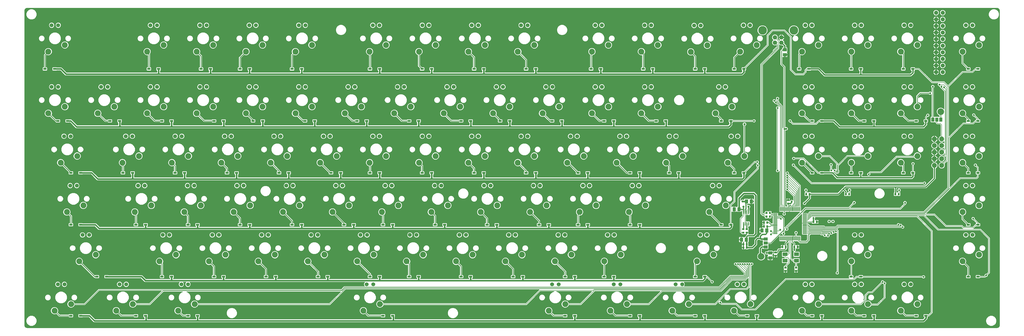
<source format=gbl>
G75*
%MOIN*%
%OFA0B0*%
%FSLAX25Y25*%
%IPPOS*%
%LPD*%
%AMOC8*
5,1,8,0,0,1.08239X$1,22.5*
%
%ADD10C,0.06600*%
%ADD11C,0.13000*%
%ADD12C,0.08858*%
%ADD13C,0.05937*%
%ADD14R,0.04724X0.02756*%
%ADD15R,0.06299X0.01181*%
%ADD16R,0.01181X0.06299*%
%ADD17R,0.02756X0.03543*%
%ADD18R,0.05118X0.05906*%
%ADD19R,0.03543X0.02756*%
%ADD20R,0.05906X0.05118*%
%ADD21R,0.06300X0.04600*%
%ADD22C,0.10000*%
%ADD23OC8,0.06000*%
%ADD24R,0.07480X0.05512*%
%ADD25C,0.07400*%
%ADD26R,0.04600X0.06300*%
%ADD27R,0.01772X0.05709*%
%ADD28C,0.00600*%
%ADD29C,0.02781*%
%ADD30C,0.02000*%
%ADD31C,0.01000*%
%ADD32C,0.01700*%
%ADD33C,0.02400*%
%ADD34C,0.03300*%
%ADD35C,0.02978*%
%ADD36C,0.01200*%
%ADD37C,0.01300*%
%ADD38C,0.01600*%
D10*
X1138379Y0435000D03*
X1148221Y0435000D03*
X1148221Y0442800D03*
X1138379Y0442800D03*
D11*
X1119600Y0453500D03*
X1167000Y0453500D03*
D12*
X1204292Y0431261D03*
X1179292Y0421261D03*
X1110788Y0431261D03*
X1085788Y0421261D03*
X1035985Y0430867D03*
X1010985Y0420867D03*
X0961182Y0431261D03*
X0936182Y0421261D03*
X0886379Y0431261D03*
X0861379Y0421261D03*
X0774174Y0431261D03*
X0749174Y0421261D03*
X0699371Y0431261D03*
X0674371Y0421261D03*
X0624568Y0431261D03*
X0599568Y0421261D03*
X0549765Y0431261D03*
X0524765Y0421261D03*
X0437560Y0431261D03*
X0412560Y0421261D03*
X0362757Y0431261D03*
X0337757Y0421261D03*
X0287954Y0431261D03*
X0262954Y0421261D03*
X0213150Y0431261D03*
X0188150Y0421261D03*
X0063544Y0431261D03*
X0038544Y0421261D03*
X0063544Y0337757D03*
X0038544Y0327757D03*
X0113347Y0327757D03*
X0138347Y0337757D03*
X0188150Y0327757D03*
X0213150Y0337757D03*
X0262954Y0327757D03*
X0287954Y0337757D03*
X0337757Y0327757D03*
X0362757Y0337757D03*
X0412560Y0327757D03*
X0437560Y0337757D03*
X0487363Y0327757D03*
X0512363Y0337757D03*
X0562166Y0327757D03*
X0587166Y0337757D03*
X0636969Y0327757D03*
X0661969Y0337757D03*
X0711772Y0327757D03*
X0736772Y0337757D03*
X0786576Y0327757D03*
X0811576Y0337757D03*
X0861379Y0327757D03*
X0886379Y0337757D03*
X0936182Y0327757D03*
X0961182Y0337757D03*
X1048387Y0327757D03*
X1073387Y0337757D03*
X1179292Y0327757D03*
X1204292Y0337757D03*
X1254095Y0327757D03*
X1279095Y0337757D03*
X1328898Y0327757D03*
X1353898Y0337757D03*
X1422402Y0327757D03*
X1447402Y0337757D03*
X1447402Y0262954D03*
X1422402Y0252954D03*
X1353898Y0262954D03*
X1328898Y0252954D03*
X1279095Y0262954D03*
X1254095Y0252954D03*
X1204292Y0262954D03*
X1179292Y0252954D03*
X1092087Y0262954D03*
X1067087Y0252954D03*
X0998583Y0262954D03*
X0973583Y0252954D03*
X0923780Y0262954D03*
X0898780Y0252954D03*
X0848977Y0262954D03*
X0823977Y0252954D03*
X0774174Y0262954D03*
X0749174Y0252954D03*
X0699371Y0262954D03*
X0674371Y0252954D03*
X0624568Y0262954D03*
X0599568Y0252954D03*
X0549765Y0262954D03*
X0524765Y0252954D03*
X0474961Y0262954D03*
X0449961Y0252954D03*
X0400158Y0262954D03*
X0375158Y0252954D03*
X0325355Y0262954D03*
X0300355Y0252954D03*
X0250552Y0262954D03*
X0225552Y0252954D03*
X0175749Y0262954D03*
X0150749Y0252954D03*
X0082245Y0262954D03*
X0057245Y0252954D03*
X0091595Y0188150D03*
X0066595Y0178150D03*
X0169450Y0178150D03*
X0194450Y0188150D03*
X0244253Y0178150D03*
X0269253Y0188150D03*
X0319056Y0178150D03*
X0344056Y0188150D03*
X0393859Y0178150D03*
X0418859Y0188150D03*
X0468662Y0178150D03*
X0493662Y0188150D03*
X0543465Y0178150D03*
X0568465Y0188150D03*
X0618269Y0178150D03*
X0643269Y0188150D03*
X0693072Y0178150D03*
X0718072Y0188150D03*
X0767875Y0178150D03*
X0792875Y0188150D03*
X0842678Y0178150D03*
X0867678Y0188150D03*
X0917481Y0178150D03*
X0942481Y0188150D03*
X1039036Y0178150D03*
X1064036Y0188150D03*
X1045335Y0113347D03*
X1020335Y0103347D03*
X0905080Y0113347D03*
X0880080Y0103347D03*
X0830276Y0113347D03*
X0805276Y0103347D03*
X0755473Y0113347D03*
X0730473Y0103347D03*
X0680670Y0113347D03*
X0655670Y0103347D03*
X0605867Y0113347D03*
X0580867Y0103347D03*
X0531064Y0113347D03*
X0506064Y0103347D03*
X0456261Y0113347D03*
X0431261Y0103347D03*
X0381457Y0113347D03*
X0356457Y0103347D03*
X0306654Y0113347D03*
X0281654Y0103347D03*
X0231851Y0113347D03*
X0206851Y0103347D03*
X0110296Y0113347D03*
X0085296Y0103347D03*
X0072894Y0038544D03*
X0047894Y0028544D03*
X0141398Y0028544D03*
X0166398Y0038544D03*
X0234902Y0028544D03*
X0259902Y0038544D03*
X0515414Y0028544D03*
X0540414Y0038544D03*
X0795926Y0028544D03*
X0820926Y0038544D03*
X0889430Y0028544D03*
X0914430Y0038544D03*
X0982934Y0028544D03*
X1007934Y0038544D03*
X1076438Y0028544D03*
X1101438Y0038544D03*
X1179292Y0028544D03*
X1204292Y0038544D03*
X1254095Y0028544D03*
X1279095Y0038544D03*
X1328898Y0028544D03*
X1353898Y0038544D03*
X1422402Y0103347D03*
X1447402Y0113347D03*
X1279095Y0113347D03*
X1254095Y0103347D03*
X1422402Y0178150D03*
X1447402Y0188150D03*
X1422402Y0421261D03*
X1447402Y0431261D03*
X1353898Y0431261D03*
X1328898Y0421261D03*
X1279095Y0431261D03*
X1254095Y0421261D03*
D13*
X1259095Y0461261D03*
X1269095Y0461261D03*
X1333898Y0461261D03*
X1343898Y0461261D03*
X1427402Y0461261D03*
X1437402Y0461261D03*
X1194292Y0461261D03*
X1184292Y0461261D03*
X1100788Y0461261D03*
X1090788Y0461261D03*
X1025985Y0460867D03*
X1015985Y0460867D03*
X0951182Y0461261D03*
X0941182Y0461261D03*
X0876379Y0461261D03*
X0866379Y0461261D03*
X0764174Y0461261D03*
X0754174Y0461261D03*
X0689371Y0461261D03*
X0679371Y0461261D03*
X0614568Y0461261D03*
X0604568Y0461261D03*
X0539765Y0461261D03*
X0529765Y0461261D03*
X0427560Y0461261D03*
X0417560Y0461261D03*
X0352757Y0461261D03*
X0342757Y0461261D03*
X0277954Y0461261D03*
X0267954Y0461261D03*
X0203150Y0461261D03*
X0193150Y0461261D03*
X0053544Y0461261D03*
X0043544Y0461261D03*
X0043544Y0367757D03*
X0053544Y0367757D03*
X0118347Y0367757D03*
X0128347Y0367757D03*
X0193150Y0367757D03*
X0203150Y0367757D03*
X0267954Y0367757D03*
X0277954Y0367757D03*
X0342757Y0367757D03*
X0352757Y0367757D03*
X0417560Y0367757D03*
X0427560Y0367757D03*
X0492363Y0367757D03*
X0502363Y0367757D03*
X0567166Y0367757D03*
X0577166Y0367757D03*
X0641969Y0367757D03*
X0651969Y0367757D03*
X0716772Y0367757D03*
X0726772Y0367757D03*
X0791576Y0367757D03*
X0801576Y0367757D03*
X0866379Y0367757D03*
X0876379Y0367757D03*
X0941182Y0367757D03*
X0951182Y0367757D03*
X1053387Y0367757D03*
X1063387Y0367757D03*
X1184292Y0367757D03*
X1194292Y0367757D03*
X1259095Y0367757D03*
X1269095Y0367757D03*
X1333898Y0367757D03*
X1343898Y0367757D03*
X1427402Y0367757D03*
X1437402Y0367757D03*
X1437402Y0292954D03*
X1427402Y0292954D03*
X1343898Y0292954D03*
X1333898Y0292954D03*
X1269095Y0292954D03*
X1259095Y0292954D03*
X1194292Y0292954D03*
X1184292Y0292954D03*
X1082087Y0292954D03*
X1072087Y0292954D03*
X0988583Y0292954D03*
X0978583Y0292954D03*
X0913780Y0292954D03*
X0903780Y0292954D03*
X0838977Y0292954D03*
X0828977Y0292954D03*
X0764174Y0292954D03*
X0754174Y0292954D03*
X0689371Y0292954D03*
X0679371Y0292954D03*
X0614568Y0292954D03*
X0604568Y0292954D03*
X0539765Y0292954D03*
X0529765Y0292954D03*
X0464961Y0292954D03*
X0454961Y0292954D03*
X0390158Y0292954D03*
X0380158Y0292954D03*
X0315355Y0292954D03*
X0305355Y0292954D03*
X0240552Y0292954D03*
X0230552Y0292954D03*
X0165749Y0292954D03*
X0155749Y0292954D03*
X0072245Y0292954D03*
X0062245Y0292954D03*
X0071595Y0218150D03*
X0081595Y0218150D03*
X0174450Y0218150D03*
X0184450Y0218150D03*
X0249253Y0218150D03*
X0259253Y0218150D03*
X0324056Y0218150D03*
X0334056Y0218150D03*
X0398859Y0218150D03*
X0408859Y0218150D03*
X0473662Y0218150D03*
X0483662Y0218150D03*
X0548465Y0218150D03*
X0558465Y0218150D03*
X0623269Y0218150D03*
X0633269Y0218150D03*
X0698072Y0218150D03*
X0708072Y0218150D03*
X0772875Y0218150D03*
X0782875Y0218150D03*
X0847678Y0218150D03*
X0857678Y0218150D03*
X0922481Y0218150D03*
X0932481Y0218150D03*
X1044036Y0218150D03*
X1054036Y0218150D03*
X1035335Y0143347D03*
X1025335Y0143347D03*
X0895080Y0143347D03*
X0885080Y0143347D03*
X0820276Y0143347D03*
X0810276Y0143347D03*
X0745473Y0143347D03*
X0735473Y0143347D03*
X0670670Y0143347D03*
X0660670Y0143347D03*
X0595867Y0143347D03*
X0585867Y0143347D03*
X0521064Y0143347D03*
X0511064Y0143347D03*
X0446261Y0143347D03*
X0436261Y0143347D03*
X0371457Y0143347D03*
X0361457Y0143347D03*
X0296654Y0143347D03*
X0286654Y0143347D03*
X0221851Y0143347D03*
X0211851Y0143347D03*
X0100296Y0143347D03*
X0090296Y0143347D03*
X0062894Y0068544D03*
X0052894Y0068544D03*
X0146398Y0068544D03*
X0156398Y0068544D03*
X0239902Y0068544D03*
X0249902Y0068544D03*
X0520414Y0068544D03*
X0530414Y0068544D03*
X0800926Y0068544D03*
X0810926Y0068544D03*
X0894430Y0068544D03*
X0904430Y0068544D03*
X0987934Y0068544D03*
X0997934Y0068544D03*
X1081438Y0068544D03*
X1091438Y0068544D03*
X1184292Y0068544D03*
X1194292Y0068544D03*
X1259095Y0068544D03*
X1269095Y0068544D03*
X1333898Y0068544D03*
X1343898Y0068544D03*
X1269095Y0143347D03*
X1259095Y0143347D03*
X1427402Y0143347D03*
X1437402Y0143347D03*
X1437402Y0218150D03*
X1427402Y0218150D03*
D14*
X1431024Y0237520D03*
X1445591Y0237520D03*
X1347166Y0237520D03*
X1332599Y0237520D03*
X1268426Y0237520D03*
X1253859Y0237520D03*
X1209371Y0237520D03*
X1194804Y0237520D03*
X1091261Y0237520D03*
X1076694Y0237520D03*
X0992835Y0237520D03*
X0978269Y0237520D03*
X0933780Y0237520D03*
X0919213Y0237520D03*
X0855040Y0237520D03*
X0840473Y0237520D03*
X0776300Y0237520D03*
X0761733Y0237520D03*
X0697560Y0237520D03*
X0682993Y0237520D03*
X0618820Y0237520D03*
X0604253Y0237520D03*
X0540080Y0237520D03*
X0525513Y0237520D03*
X0481024Y0237520D03*
X0466457Y0237520D03*
X0402284Y0237520D03*
X0387717Y0237520D03*
X0323544Y0237520D03*
X0308977Y0237520D03*
X0244804Y0237520D03*
X0230237Y0237520D03*
X0166064Y0237520D03*
X0151497Y0237520D03*
X0087324Y0237520D03*
X0072757Y0237520D03*
X0072757Y0158780D03*
X0087324Y0158780D03*
X0171182Y0158780D03*
X0185749Y0158780D03*
X0249922Y0158780D03*
X0264489Y0158780D03*
X0328662Y0158780D03*
X0343229Y0158780D03*
X0407402Y0158780D03*
X0421969Y0158780D03*
X0486143Y0158780D03*
X0500709Y0158780D03*
X0545198Y0158780D03*
X0559765Y0158780D03*
X0623938Y0158780D03*
X0638505Y0158780D03*
X0702678Y0158780D03*
X0717245Y0158780D03*
X0781418Y0158780D03*
X0795985Y0158780D03*
X0840473Y0158780D03*
X0855040Y0158780D03*
X0919213Y0158780D03*
X0933780Y0158780D03*
X1057009Y0158780D03*
X1071576Y0158780D03*
X1032206Y0080040D03*
X1017639Y0080040D03*
X0894410Y0080040D03*
X0879843Y0080040D03*
X0835355Y0080040D03*
X0820788Y0080040D03*
X0756615Y0080040D03*
X0742048Y0080040D03*
X0677875Y0080040D03*
X0663308Y0080040D03*
X0599135Y0080040D03*
X0584568Y0080040D03*
X0540080Y0080040D03*
X0525513Y0080040D03*
X0461339Y0080040D03*
X0446772Y0080040D03*
X0382599Y0080040D03*
X0368032Y0080040D03*
X0303859Y0080040D03*
X0289292Y0080040D03*
X0225119Y0080040D03*
X0210552Y0080040D03*
X0126694Y0080040D03*
X0112127Y0080040D03*
X0087324Y0020985D03*
X0072757Y0020985D03*
X0171182Y0020985D03*
X0185749Y0020985D03*
X0249922Y0020985D03*
X0264489Y0020985D03*
X0545198Y0020985D03*
X0559765Y0020985D03*
X0820788Y0020985D03*
X0835355Y0020985D03*
X0919213Y0020985D03*
X0933780Y0020985D03*
X1017639Y0020985D03*
X1032206Y0020985D03*
X1096379Y0020985D03*
X1110946Y0020985D03*
X1194804Y0020985D03*
X1209371Y0020985D03*
X1273544Y0020985D03*
X1288111Y0020985D03*
X1352284Y0020985D03*
X1366851Y0020985D03*
X1431024Y0080040D03*
X1445591Y0080040D03*
X1268426Y0080040D03*
X1253859Y0080040D03*
X1431024Y0158780D03*
X1445591Y0158780D03*
X1445591Y0316261D03*
X1431024Y0316261D03*
X1366851Y0316261D03*
X1352284Y0316261D03*
X1288111Y0316261D03*
X1273544Y0316261D03*
X1209371Y0316261D03*
X1194804Y0316261D03*
X1071576Y0316261D03*
X1057009Y0316261D03*
X0973150Y0316261D03*
X0958583Y0316261D03*
X0894410Y0316261D03*
X0879843Y0316261D03*
X0815670Y0316261D03*
X0801103Y0316261D03*
X0736930Y0316261D03*
X0722363Y0316261D03*
X0677875Y0316261D03*
X0663308Y0316261D03*
X0599135Y0316261D03*
X0584568Y0316261D03*
X0520394Y0316261D03*
X0505828Y0316261D03*
X0441654Y0316261D03*
X0427087Y0316261D03*
X0362914Y0316261D03*
X0348347Y0316261D03*
X0303859Y0316261D03*
X0289292Y0316261D03*
X0225119Y0316261D03*
X0210552Y0316261D03*
X0146379Y0316261D03*
X0131812Y0316261D03*
X0067639Y0316261D03*
X0053072Y0316261D03*
X0047954Y0395001D03*
X0033387Y0395001D03*
X0190867Y0395001D03*
X0205434Y0395001D03*
X0269607Y0395001D03*
X0284174Y0395001D03*
X0328662Y0395001D03*
X0343229Y0395001D03*
X0407402Y0395001D03*
X0421969Y0395001D03*
X0525513Y0395001D03*
X0540080Y0395001D03*
X0604253Y0395001D03*
X0618820Y0395001D03*
X0682993Y0395001D03*
X0697560Y0395001D03*
X0761733Y0395001D03*
X0776300Y0395001D03*
X0860158Y0395001D03*
X0874725Y0395001D03*
X0938898Y0395001D03*
X0953465Y0395001D03*
X1017639Y0395001D03*
X1032206Y0395001D03*
X1076694Y0395001D03*
X1091261Y0395001D03*
X1175119Y0395001D03*
X1189686Y0395001D03*
X1253859Y0395001D03*
X1268426Y0395001D03*
X1332599Y0395001D03*
X1347166Y0395001D03*
X1431024Y0395001D03*
X1445591Y0395001D03*
D15*
X1183544Y0175064D03*
X1183544Y0173095D03*
X1183544Y0171127D03*
X1183544Y0169158D03*
X1183544Y0167190D03*
X1183544Y0165221D03*
X1183544Y0163253D03*
X1183544Y0161284D03*
X1183544Y0159316D03*
X1183544Y0157347D03*
X1183544Y0155379D03*
X1183544Y0153410D03*
X1183544Y0151442D03*
X1183544Y0149473D03*
X1183544Y0147505D03*
X1183544Y0145536D03*
X1139056Y0145536D03*
X1139056Y0147505D03*
X1139056Y0149473D03*
X1139056Y0151442D03*
X1139056Y0153410D03*
X1139056Y0155379D03*
X1139056Y0157347D03*
X1139056Y0159316D03*
X1139056Y0161284D03*
X1139056Y0163253D03*
X1139056Y0165221D03*
X1139056Y0167190D03*
X1139056Y0169158D03*
X1139056Y0171127D03*
X1139056Y0173095D03*
X1139056Y0175064D03*
D16*
X1146536Y0182544D03*
X1148505Y0182544D03*
X1150473Y0182544D03*
X1152442Y0182544D03*
X1154410Y0182544D03*
X1156379Y0182544D03*
X1158347Y0182544D03*
X1160316Y0182544D03*
X1162284Y0182544D03*
X1164253Y0182544D03*
X1166221Y0182544D03*
X1168190Y0182544D03*
X1170158Y0182544D03*
X1172127Y0182544D03*
X1174095Y0182544D03*
X1176064Y0182544D03*
X1176064Y0138056D03*
X1174095Y0138056D03*
X1172127Y0138056D03*
X1170158Y0138056D03*
X1168190Y0138056D03*
X1166221Y0138056D03*
X1164253Y0138056D03*
X1162284Y0138056D03*
X1160316Y0138056D03*
X1158347Y0138056D03*
X1156379Y0138056D03*
X1154410Y0138056D03*
X1152442Y0138056D03*
X1150473Y0138056D03*
X1148505Y0138056D03*
X1146536Y0138056D03*
D17*
X1149741Y0125300D03*
X1154859Y0125300D03*
X1167741Y0125300D03*
X1172859Y0125300D03*
X1095859Y0124300D03*
X1095859Y0129300D03*
X1090741Y0129300D03*
X1090741Y0124300D03*
X1121741Y0156300D03*
X1126859Y0156300D03*
X1126859Y0162300D03*
X1121741Y0162300D03*
X1125741Y0171300D03*
X1130859Y0171300D03*
X1130859Y0176800D03*
X1125741Y0176800D03*
X1185741Y0205300D03*
X1190859Y0205300D03*
X1245741Y0205300D03*
X1250859Y0205300D03*
X1320741Y0205300D03*
X1325859Y0205300D03*
X1201859Y0163300D03*
X1196741Y0163300D03*
D18*
X1126040Y0150300D03*
X1118560Y0150300D03*
X1095040Y0136300D03*
X1087560Y0136300D03*
X1084040Y0182300D03*
X1076560Y0182300D03*
X1095310Y0194300D03*
X1102790Y0194300D03*
D19*
X1158300Y0196109D03*
X1158300Y0190991D03*
X1095800Y0152109D03*
X1095800Y0146991D03*
X1090550Y0146991D03*
X1090550Y0152109D03*
X1139300Y0116859D03*
X1139300Y0111741D03*
X1154300Y0093859D03*
X1154300Y0088741D03*
X1170300Y0088741D03*
X1170300Y0093859D03*
D20*
X1131300Y0108560D03*
X1131300Y0116040D03*
X1153300Y0416560D03*
X1153300Y0424040D03*
D21*
X1124300Y0137300D03*
X1124300Y0131300D03*
X1124300Y0125300D03*
D22*
X1117550Y0110800D03*
X1389300Y0330300D03*
D23*
X1392300Y0390300D03*
X1382300Y0390300D03*
X1382300Y0400300D03*
X1392300Y0400300D03*
X1392300Y0410300D03*
X1392300Y0420300D03*
X1382300Y0420300D03*
X1382300Y0410300D03*
X1382300Y0430300D03*
X1392300Y0430300D03*
X1392300Y0440300D03*
X1382300Y0440300D03*
X1382300Y0450300D03*
X1392300Y0450300D03*
X1392300Y0460300D03*
X1382300Y0460300D03*
X1382300Y0470300D03*
X1382300Y0480300D03*
X1392300Y0480300D03*
X1392300Y0470300D03*
D24*
X1170961Y0114024D03*
X1170961Y0104576D03*
X1153639Y0104576D03*
X1153639Y0114024D03*
D25*
X1379800Y0248800D03*
X1390800Y0248800D03*
X1390800Y0258800D03*
X1379800Y0258800D03*
X1379800Y0268800D03*
X1390800Y0268800D03*
X1390800Y0278800D03*
X1390800Y0288800D03*
X1379800Y0288800D03*
X1379800Y0278800D03*
D26*
X1377300Y0318300D03*
X1383300Y0318300D03*
X1389300Y0318300D03*
D27*
X1098389Y0177461D03*
X1095830Y0177461D03*
X1093270Y0177461D03*
X1090711Y0177461D03*
X1090711Y0160139D03*
X1093270Y0160139D03*
X1095830Y0160139D03*
X1098389Y0160139D03*
D28*
X1477173Y0003694D02*
X0003774Y0003694D01*
X0004244Y0003224D02*
X0003224Y0004244D01*
X0002671Y0005578D01*
X0002600Y0006300D01*
X0002600Y0483505D01*
X0002671Y0484227D01*
X0003224Y0485560D01*
X0004244Y0486581D01*
X0005578Y0487134D01*
X0006300Y0487205D01*
X1474646Y0487205D01*
X1475368Y0487134D01*
X1476702Y0486581D01*
X1477723Y0485560D01*
X1478275Y0484227D01*
X1478346Y0483505D01*
X1478346Y0006300D01*
X1478275Y0005578D01*
X1477723Y0004244D01*
X1476702Y0003224D01*
X1475368Y0002671D01*
X1474646Y0002600D01*
X0006300Y0002600D01*
X0005578Y0002671D01*
X0004244Y0003224D01*
X0004553Y0003096D02*
X1476393Y0003096D01*
X1477743Y0004293D02*
X0003204Y0004293D01*
X0002956Y0004891D02*
X1477991Y0004891D01*
X1478239Y0005490D02*
X1468354Y0005490D01*
X1467457Y0005118D02*
X1470395Y0006335D01*
X1472643Y0008583D01*
X1473860Y0011521D01*
X1473860Y0014701D01*
X1472643Y0017639D01*
X1470395Y0019887D01*
X1467457Y0021104D01*
X1464277Y0021104D01*
X1461339Y0019887D01*
X1459091Y0017639D01*
X1457874Y0014701D01*
X1457874Y0011521D01*
X1459091Y0008583D01*
X1461339Y0006335D01*
X1464277Y0005118D01*
X1467457Y0005118D01*
X1469799Y0006088D02*
X1478326Y0006088D01*
X1478346Y0006687D02*
X1470746Y0006687D01*
X1471345Y0007285D02*
X1478346Y0007285D01*
X1478346Y0007884D02*
X1471943Y0007884D01*
X1472542Y0008482D02*
X1478346Y0008482D01*
X1478346Y0009081D02*
X1472849Y0009081D01*
X1473097Y0009679D02*
X1478346Y0009679D01*
X1478346Y0010278D02*
X1473345Y0010278D01*
X1473593Y0010876D02*
X1478346Y0010876D01*
X1478346Y0011475D02*
X1473841Y0011475D01*
X1473860Y0012073D02*
X1478346Y0012073D01*
X1478346Y0012672D02*
X1473860Y0012672D01*
X1473860Y0013270D02*
X1478346Y0013270D01*
X1478346Y0013869D02*
X1473860Y0013869D01*
X1473860Y0014467D02*
X1478346Y0014467D01*
X1478346Y0015066D02*
X1473709Y0015066D01*
X1473461Y0015664D02*
X1478346Y0015664D01*
X1478346Y0016263D02*
X1473213Y0016263D01*
X1472965Y0016861D02*
X1478346Y0016861D01*
X1478346Y0017460D02*
X1472717Y0017460D01*
X1472223Y0018058D02*
X1478346Y0018058D01*
X1478346Y0018657D02*
X1471625Y0018657D01*
X1471026Y0019255D02*
X1478346Y0019255D01*
X1478346Y0019854D02*
X1470428Y0019854D01*
X1469030Y0020452D02*
X1478346Y0020452D01*
X1478346Y0021051D02*
X1467585Y0021051D01*
X1464149Y0021051D02*
X1373314Y0021051D01*
X1373912Y0021649D02*
X1478346Y0021649D01*
X1478346Y0022248D02*
X1374511Y0022248D01*
X1375109Y0022846D02*
X1478346Y0022846D01*
X1478346Y0023445D02*
X1375708Y0023445D01*
X1376306Y0024043D02*
X1478346Y0024043D01*
X1478346Y0024642D02*
X1376905Y0024642D01*
X1377400Y0025137D02*
X1377400Y0149963D01*
X1376463Y0150900D01*
X1376463Y0150900D01*
X1355963Y0171400D01*
X1363437Y0171400D01*
X1384200Y0150637D01*
X1385137Y0149700D01*
X1448637Y0149700D01*
X1460700Y0137637D01*
X1460700Y0086963D01*
X1458591Y0084854D01*
X1457628Y0084854D01*
X1456639Y0084444D01*
X1455883Y0083688D01*
X1455473Y0082699D01*
X1455473Y0081736D01*
X1455377Y0081640D01*
X1449254Y0081640D01*
X1449254Y0081957D01*
X1448492Y0082718D01*
X1442691Y0082718D01*
X1441929Y0081957D01*
X1441929Y0078124D01*
X1442691Y0077362D01*
X1448492Y0077362D01*
X1449254Y0078124D01*
X1449254Y0078440D01*
X1456703Y0078440D01*
X1457736Y0079473D01*
X1458699Y0079473D01*
X1459688Y0079883D01*
X1460444Y0080639D01*
X1460854Y0081628D01*
X1460854Y0082591D01*
X1463900Y0085637D01*
X1463900Y0138963D01*
X1462963Y0139900D01*
X1449963Y0152900D01*
X1439163Y0152900D01*
X1442528Y0156265D01*
X1442691Y0156102D01*
X1448492Y0156102D01*
X1449254Y0156864D01*
X1449254Y0160697D01*
X1448492Y0161458D01*
X1447169Y0161458D01*
X1447169Y0161694D01*
X1446232Y0162631D01*
X1440991Y0167872D01*
X1440991Y0168835D01*
X1440581Y0169824D01*
X1439824Y0170581D01*
X1438835Y0170991D01*
X1437765Y0170991D01*
X1436776Y0170581D01*
X1436019Y0169824D01*
X1435609Y0168835D01*
X1435609Y0167765D01*
X1436019Y0166776D01*
X1436776Y0166019D01*
X1437765Y0165609D01*
X1438728Y0165609D01*
X1442879Y0161458D01*
X1442691Y0161458D01*
X1441929Y0160697D01*
X1441929Y0160192D01*
X1441180Y0159443D01*
X1437637Y0155900D01*
X1424463Y0155900D01*
X1423150Y0157213D01*
X1423150Y0157463D01*
X1422213Y0158400D01*
X1397963Y0158400D01*
X1381500Y0174863D01*
X1380563Y0175800D01*
X1367563Y0175800D01*
X1402861Y0211099D01*
X1402861Y0211099D01*
X1419463Y0227700D01*
X1443963Y0227700D01*
X1446254Y0229991D01*
X1447191Y0230929D01*
X1447191Y0234843D01*
X1448492Y0234843D01*
X1449254Y0235604D01*
X1449254Y0239437D01*
X1448492Y0240198D01*
X1447191Y0240198D01*
X1447191Y0246171D01*
X1446254Y0247109D01*
X1444491Y0248872D01*
X1444491Y0249835D01*
X1444081Y0250824D01*
X1443324Y0251581D01*
X1442335Y0251991D01*
X1441265Y0251991D01*
X1440276Y0251581D01*
X1439519Y0250824D01*
X1439109Y0249835D01*
X1439109Y0248765D01*
X1439519Y0247776D01*
X1440276Y0247019D01*
X1441265Y0246609D01*
X1442228Y0246609D01*
X1443991Y0244846D01*
X1443991Y0240198D01*
X1442691Y0240198D01*
X1441929Y0239437D01*
X1441929Y0235604D01*
X1442691Y0234843D01*
X1443991Y0234843D01*
X1443991Y0232254D01*
X1442637Y0230900D01*
X1418137Y0230900D01*
X1403301Y0216064D01*
X1403301Y0289789D01*
X1424213Y0310700D01*
X1438963Y0310700D01*
X1442268Y0314005D01*
X1442691Y0313583D01*
X1448492Y0313583D01*
X1449254Y0314344D01*
X1449254Y0318177D01*
X1448492Y0318939D01*
X1446905Y0318939D01*
X1446905Y0319957D01*
X1445968Y0320895D01*
X1441991Y0324872D01*
X1441991Y0325835D01*
X1441581Y0326824D01*
X1440824Y0327581D01*
X1439835Y0327991D01*
X1438765Y0327991D01*
X1437776Y0327581D01*
X1437019Y0326824D01*
X1436609Y0325835D01*
X1436609Y0324765D01*
X1437019Y0323776D01*
X1437776Y0323019D01*
X1438765Y0322609D01*
X1439728Y0322609D01*
X1443399Y0318939D01*
X1442691Y0318939D01*
X1441929Y0318177D01*
X1441929Y0317861D01*
X1441598Y0317861D01*
X1440661Y0316923D01*
X1437637Y0313900D01*
X1434242Y0313900D01*
X1434687Y0314344D01*
X1434687Y0318177D01*
X1433925Y0318939D01*
X1432824Y0318939D01*
X1432824Y0319880D01*
X1431770Y0320935D01*
X1427533Y0325172D01*
X1428131Y0326617D01*
X1428131Y0328896D01*
X1427259Y0331002D01*
X1425648Y0332614D01*
X1423542Y0333486D01*
X1421263Y0333486D01*
X1419157Y0332614D01*
X1417545Y0331002D01*
X1416673Y0328896D01*
X1416673Y0326617D01*
X1417545Y0324511D01*
X1419157Y0322900D01*
X1421263Y0322028D01*
X1423542Y0322028D01*
X1424987Y0322626D01*
X1428675Y0318939D01*
X1428124Y0318939D01*
X1427362Y0318177D01*
X1427362Y0314344D01*
X1427806Y0313900D01*
X1422887Y0313900D01*
X1421950Y0312963D01*
X1402101Y0293114D01*
X1402101Y0367839D01*
X1422963Y0388700D01*
X1437963Y0388700D01*
X1442138Y0392875D01*
X1442691Y0392323D01*
X1448492Y0392323D01*
X1449254Y0393084D01*
X1449254Y0396917D01*
X1448492Y0397679D01*
X1442691Y0397679D01*
X1441929Y0396917D01*
X1441929Y0396601D01*
X1441338Y0396601D01*
X1440401Y0395664D01*
X1436637Y0391900D01*
X1421637Y0391900D01*
X1420700Y0390963D01*
X1400501Y0370764D01*
X1394866Y0376400D01*
X1376963Y0376400D01*
X1356762Y0396601D01*
X1350828Y0396601D01*
X1350828Y0396917D01*
X1350067Y0397679D01*
X1344265Y0397679D01*
X1343504Y0396917D01*
X1343504Y0393084D01*
X1344265Y0392323D01*
X1345000Y0392323D01*
X1345000Y0390253D01*
X1342847Y0388100D01*
X1270726Y0388100D01*
X1270726Y0392323D01*
X1271327Y0392323D01*
X1272088Y0393084D01*
X1272088Y0396917D01*
X1271327Y0397679D01*
X1265525Y0397679D01*
X1264764Y0396917D01*
X1264764Y0393084D01*
X1265525Y0392323D01*
X1266126Y0392323D01*
X1266126Y0388100D01*
X1214753Y0388100D01*
X1205552Y0397301D01*
X1192964Y0397301D01*
X1192587Y0397679D01*
X1186785Y0397679D01*
X1186024Y0396917D01*
X1186024Y0396400D01*
X1185637Y0396400D01*
X1184700Y0395463D01*
X1183200Y0393963D01*
X1183200Y0390963D01*
X1180637Y0388400D01*
X1169963Y0388400D01*
X1163900Y0394463D01*
X1163900Y0444463D01*
X1162963Y0445400D01*
X1153463Y0454900D01*
X1134137Y0454900D01*
X1133200Y0453963D01*
X1126637Y0447400D01*
X1125700Y0446463D01*
X1125700Y0431703D01*
X1091676Y0397679D01*
X1088360Y0397679D01*
X1087598Y0396917D01*
X1087598Y0393084D01*
X1088360Y0392323D01*
X1088800Y0392323D01*
X1088800Y0391336D01*
X1087264Y0389800D01*
X1034705Y0389800D01*
X1034705Y0392323D01*
X1035106Y0392323D01*
X1035868Y0393084D01*
X1035868Y0396917D01*
X1035106Y0397679D01*
X1029305Y0397679D01*
X1028543Y0396917D01*
X1028543Y0393084D01*
X1029305Y0392323D01*
X1029706Y0392323D01*
X1029706Y0389800D01*
X0955965Y0389800D01*
X0955965Y0392323D01*
X0956366Y0392323D01*
X0957128Y0393084D01*
X0957128Y0396917D01*
X0956366Y0397679D01*
X0950565Y0397679D01*
X0949803Y0396917D01*
X0949803Y0393084D01*
X0950565Y0392323D01*
X0950965Y0392323D01*
X0950965Y0389800D01*
X0877225Y0389800D01*
X0877225Y0392323D01*
X0877626Y0392323D01*
X0878387Y0393084D01*
X0878387Y0396917D01*
X0877626Y0397679D01*
X0871825Y0397679D01*
X0871063Y0396917D01*
X0871063Y0393084D01*
X0871825Y0392323D01*
X0872225Y0392323D01*
X0872225Y0389800D01*
X0778800Y0389800D01*
X0778800Y0392323D01*
X0779201Y0392323D01*
X0779962Y0393084D01*
X0779962Y0396917D01*
X0779201Y0397679D01*
X0773399Y0397679D01*
X0772638Y0396917D01*
X0772638Y0393084D01*
X0773399Y0392323D01*
X0773800Y0392323D01*
X0773800Y0389800D01*
X0700060Y0389800D01*
X0700060Y0392323D01*
X0700461Y0392323D01*
X0701222Y0393084D01*
X0701222Y0396917D01*
X0700461Y0397679D01*
X0694659Y0397679D01*
X0693898Y0396917D01*
X0693898Y0393084D01*
X0694659Y0392323D01*
X0695060Y0392323D01*
X0695060Y0389800D01*
X0621320Y0389800D01*
X0621320Y0392323D01*
X0621720Y0392323D01*
X0622482Y0393084D01*
X0622482Y0396917D01*
X0621720Y0397679D01*
X0615919Y0397679D01*
X0615157Y0396917D01*
X0615157Y0393084D01*
X0615919Y0392323D01*
X0616320Y0392323D01*
X0616320Y0389800D01*
X0542580Y0389800D01*
X0542580Y0392323D01*
X0542980Y0392323D01*
X0543742Y0393084D01*
X0543742Y0396917D01*
X0542980Y0397679D01*
X0537179Y0397679D01*
X0536417Y0396917D01*
X0536417Y0393084D01*
X0537179Y0392323D01*
X0537580Y0392323D01*
X0537580Y0389800D01*
X0424469Y0389800D01*
X0424469Y0392323D01*
X0424870Y0392323D01*
X0425631Y0393084D01*
X0425631Y0396917D01*
X0424870Y0397679D01*
X0419069Y0397679D01*
X0418307Y0396917D01*
X0418307Y0393084D01*
X0419069Y0392323D01*
X0419469Y0392323D01*
X0419469Y0389800D01*
X0345606Y0389800D01*
X0345606Y0392323D01*
X0346130Y0392323D01*
X0346891Y0393084D01*
X0346891Y0396917D01*
X0346130Y0397679D01*
X0340328Y0397679D01*
X0339567Y0396917D01*
X0339567Y0393084D01*
X0340328Y0392323D01*
X0340606Y0392323D01*
X0340606Y0389800D01*
X0286444Y0389800D01*
X0286444Y0392323D01*
X0287075Y0392323D01*
X0287836Y0393084D01*
X0287836Y0396917D01*
X0287075Y0397679D01*
X0281273Y0397679D01*
X0280512Y0396917D01*
X0280512Y0393084D01*
X0281273Y0392323D01*
X0281444Y0392323D01*
X0281444Y0389800D01*
X0207984Y0389800D01*
X0207984Y0392323D01*
X0208335Y0392323D01*
X0209096Y0393084D01*
X0209096Y0396917D01*
X0208335Y0397679D01*
X0202533Y0397679D01*
X0201772Y0396917D01*
X0201772Y0393084D01*
X0202533Y0392323D01*
X0202984Y0392323D01*
X0202984Y0389800D01*
X0066336Y0389800D01*
X0059015Y0397120D01*
X0058096Y0397501D01*
X0051032Y0397501D01*
X0050854Y0397679D01*
X0045053Y0397679D01*
X0044291Y0396917D01*
X0044291Y0393084D01*
X0045053Y0392323D01*
X0050854Y0392323D01*
X0051032Y0392501D01*
X0056564Y0392501D01*
X0063884Y0385181D01*
X0064803Y0384800D01*
X1088797Y0384800D01*
X1089716Y0385181D01*
X1092716Y0388181D01*
X1093419Y0388884D01*
X1093800Y0389803D01*
X1093800Y0392323D01*
X1094161Y0392323D01*
X1094923Y0393084D01*
X1094923Y0396400D01*
X1127963Y0429440D01*
X1128900Y0430377D01*
X1128900Y0445137D01*
X1135463Y0451700D01*
X1152137Y0451700D01*
X1160700Y0443137D01*
X1160700Y0393137D01*
X1161637Y0392200D01*
X1161637Y0392200D01*
X1167700Y0386137D01*
X1168637Y0385200D01*
X1181963Y0385200D01*
X1185463Y0388700D01*
X1186400Y0389637D01*
X1186400Y0392637D01*
X1186435Y0392673D01*
X1186785Y0392323D01*
X1192587Y0392323D01*
X1192964Y0392701D01*
X1203647Y0392701D01*
X1211500Y0384847D01*
X1212847Y0383500D01*
X1344753Y0383500D01*
X1348253Y0387000D01*
X1349600Y0388347D01*
X1349600Y0392323D01*
X1350067Y0392323D01*
X1350828Y0393084D01*
X1350828Y0393401D01*
X1355436Y0393401D01*
X1374700Y0374137D01*
X1375637Y0373200D01*
X1385256Y0373200D01*
X1384936Y0372880D01*
X1384511Y0371855D01*
X1384511Y0370745D01*
X1384936Y0369720D01*
X1385720Y0368936D01*
X1386745Y0368511D01*
X1387511Y0368511D01*
X1387511Y0367745D01*
X1387936Y0366720D01*
X1388720Y0365936D01*
X1389201Y0365737D01*
X1389637Y0365300D01*
X1394300Y0360637D01*
X1394300Y0334210D01*
X1392869Y0335641D01*
X1390553Y0336600D01*
X1388047Y0336600D01*
X1385731Y0335641D01*
X1383959Y0333869D01*
X1383000Y0331553D01*
X1383000Y0329047D01*
X1383959Y0326731D01*
X1385731Y0324959D01*
X1387500Y0324227D01*
X1387500Y0322750D01*
X1386462Y0322750D01*
X1386300Y0322588D01*
X1386138Y0322750D01*
X1380462Y0322750D01*
X1380300Y0322588D01*
X1380138Y0322750D01*
X1379100Y0322750D01*
X1379100Y0366156D01*
X1379664Y0366720D01*
X1380089Y0367745D01*
X1380089Y0368855D01*
X1379664Y0369880D01*
X1378880Y0370664D01*
X1377855Y0371089D01*
X1376745Y0371089D01*
X1375720Y0370664D01*
X1374936Y0369880D01*
X1374511Y0368855D01*
X1374511Y0367745D01*
X1374936Y0366720D01*
X1375500Y0366156D01*
X1375500Y0360044D01*
X1374880Y0360664D01*
X1373855Y0361089D01*
X1372745Y0361089D01*
X1371720Y0360664D01*
X1371156Y0360100D01*
X1357554Y0360100D01*
X1356500Y0359046D01*
X1352098Y0354644D01*
X1352098Y0343212D01*
X1350653Y0342614D01*
X1349041Y0341002D01*
X1348169Y0338896D01*
X1348169Y0336617D01*
X1349041Y0334511D01*
X1350653Y0332900D01*
X1352759Y0332028D01*
X1355038Y0332028D01*
X1357144Y0332900D01*
X1358755Y0334511D01*
X1359628Y0336617D01*
X1359628Y0338896D01*
X1358755Y0341002D01*
X1357144Y0342614D01*
X1355698Y0343212D01*
X1355698Y0344386D01*
X1356266Y0343818D01*
X1357974Y0343110D01*
X1359823Y0343110D01*
X1361530Y0343818D01*
X1362837Y0345125D01*
X1363545Y0346832D01*
X1363545Y0348681D01*
X1362837Y0350389D01*
X1361530Y0351696D01*
X1359823Y0352403D01*
X1357974Y0352403D01*
X1356266Y0351696D01*
X1355698Y0351128D01*
X1355698Y0353153D01*
X1359046Y0356500D01*
X1371156Y0356500D01*
X1371720Y0355936D01*
X1372745Y0355511D01*
X1373855Y0355511D01*
X1374880Y0355936D01*
X1375500Y0356556D01*
X1375500Y0322750D01*
X1374462Y0322750D01*
X1373700Y0321988D01*
X1373700Y0314612D01*
X1374462Y0313850D01*
X1380138Y0313850D01*
X1380300Y0314012D01*
X1380462Y0313850D01*
X1381700Y0313850D01*
X1381700Y0312637D01*
X1382700Y0311637D01*
X1383637Y0310700D01*
X1388137Y0310700D01*
X1389200Y0309637D01*
X1389200Y0293549D01*
X1387968Y0293039D01*
X1386561Y0291632D01*
X1385800Y0289795D01*
X1385800Y0287805D01*
X1386561Y0285968D01*
X1387968Y0284561D01*
X1389805Y0283800D01*
X1387968Y0283039D01*
X1386561Y0281632D01*
X1385800Y0279795D01*
X1385800Y0277805D01*
X1386561Y0275968D01*
X1387968Y0274561D01*
X1389805Y0273800D01*
X1387968Y0273039D01*
X1386561Y0271632D01*
X1385800Y0269795D01*
X1385800Y0267805D01*
X1386561Y0265968D01*
X1387968Y0264561D01*
X1389805Y0263800D01*
X1387968Y0263039D01*
X1386561Y0261632D01*
X1385800Y0259795D01*
X1385800Y0257805D01*
X1386561Y0255968D01*
X1387968Y0254561D01*
X1389805Y0253800D01*
X1387968Y0253039D01*
X1386561Y0251632D01*
X1385800Y0249795D01*
X1385800Y0247805D01*
X1386561Y0245968D01*
X1387968Y0244561D01*
X1389805Y0243800D01*
X1391795Y0243800D01*
X1393632Y0244561D01*
X1395039Y0245968D01*
X1395800Y0247805D01*
X1395800Y0249795D01*
X1395290Y0251027D01*
X1398901Y0254639D01*
X1398901Y0215058D01*
X1363243Y0179400D01*
X1190902Y0179400D01*
X1189965Y0178463D01*
X1188166Y0176664D01*
X1187523Y0176664D01*
X1187232Y0176954D01*
X1181217Y0176954D01*
X1185763Y0181500D01*
X1328763Y0181500D01*
X1329700Y0182437D01*
X1329700Y0182437D01*
X1335963Y0188700D01*
X1336900Y0189637D01*
X1336900Y0189956D01*
X1337664Y0190720D01*
X1338089Y0191745D01*
X1338089Y0192855D01*
X1337664Y0193880D01*
X1336880Y0194664D01*
X1335855Y0195089D01*
X1334745Y0195089D01*
X1333720Y0194664D01*
X1332936Y0193880D01*
X1332511Y0192855D01*
X1332511Y0191745D01*
X1332936Y0190720D01*
X1333197Y0190459D01*
X1327437Y0184700D01*
X1252963Y0184700D01*
X1257774Y0189511D01*
X1258855Y0189511D01*
X1259880Y0189936D01*
X1260664Y0190720D01*
X1261089Y0191745D01*
X1261089Y0192855D01*
X1260664Y0193880D01*
X1259880Y0194664D01*
X1258855Y0195089D01*
X1257745Y0195089D01*
X1256720Y0194664D01*
X1255936Y0193880D01*
X1255511Y0192855D01*
X1255511Y0191774D01*
X1249637Y0185900D01*
X1189294Y0185900D01*
X1183940Y0185900D01*
X1177954Y0179914D01*
X1177954Y0186232D01*
X1177664Y0186523D01*
X1177664Y0218699D01*
X1159741Y0236622D01*
X1159741Y0237585D01*
X1159331Y0238574D01*
X1158574Y0239331D01*
X1157585Y0239741D01*
X1156515Y0239741D01*
X1155526Y0239331D01*
X1154769Y0238574D01*
X1154359Y0237585D01*
X1154359Y0236515D01*
X1154242Y0236515D01*
X1154359Y0236515D02*
X1154769Y0235526D01*
X1154995Y0235300D01*
X1154769Y0235074D01*
X1154359Y0234085D01*
X1154359Y0233015D01*
X1154769Y0232026D01*
X1154995Y0231800D01*
X1154769Y0231574D01*
X1154359Y0230585D01*
X1154359Y0229515D01*
X1154769Y0228526D01*
X1154995Y0228300D01*
X1154769Y0228074D01*
X1154359Y0227085D01*
X1154359Y0226015D01*
X1154769Y0225026D01*
X1154995Y0224800D01*
X1154769Y0224574D01*
X1154359Y0223585D01*
X1154359Y0222515D01*
X1154769Y0221526D01*
X1154995Y0221300D01*
X1154769Y0221074D01*
X1154359Y0220085D01*
X1154359Y0219015D01*
X1154769Y0218026D01*
X1154995Y0217800D01*
X1154769Y0217574D01*
X1154359Y0216585D01*
X1154359Y0215515D01*
X1154769Y0214526D01*
X1154995Y0214300D01*
X1154769Y0214074D01*
X1154359Y0213085D01*
X1154359Y0212015D01*
X1154769Y0211026D01*
X1155526Y0210269D01*
X1156515Y0209859D01*
X1157478Y0209859D01*
X1166064Y0201273D01*
X1166064Y0195841D01*
X1165324Y0196581D01*
X1164335Y0196991D01*
X1163265Y0196991D01*
X1162276Y0196581D01*
X1161519Y0195824D01*
X1161372Y0195468D01*
X1161372Y0195809D01*
X1158600Y0195809D01*
X1158600Y0196409D01*
X1161372Y0196409D01*
X1161372Y0197658D01*
X1161283Y0197989D01*
X1161112Y0198285D01*
X1160870Y0198527D01*
X1160573Y0198698D01*
X1160243Y0198787D01*
X1158600Y0198787D01*
X1158600Y0196409D01*
X1158000Y0196409D01*
X1158000Y0195809D01*
X1155228Y0195809D01*
X1155228Y0194560D01*
X1155317Y0194229D01*
X1155488Y0193933D01*
X1155730Y0193691D01*
X1155909Y0193588D01*
X1155228Y0192907D01*
X1155228Y0189075D01*
X1155990Y0188313D01*
X1156547Y0188313D01*
X1156547Y0186994D01*
X1154242Y0186994D01*
X1154242Y0301545D01*
X1154713Y0301350D01*
X1155887Y0301350D01*
X1156971Y0301799D01*
X1157801Y0302629D01*
X1158250Y0303713D01*
X1158250Y0304887D01*
X1157801Y0305971D01*
X1156971Y0306801D01*
X1155887Y0307250D01*
X1154713Y0307250D01*
X1154242Y0307055D01*
X1154242Y0398904D01*
X1150100Y0403046D01*
X1150100Y0412721D01*
X1150176Y0412701D01*
X1153000Y0412701D01*
X1153000Y0416260D01*
X1153600Y0416260D01*
X1153600Y0416860D01*
X1157553Y0416860D01*
X1157553Y0419290D01*
X1157464Y0419621D01*
X1157293Y0419917D01*
X1157051Y0420159D01*
X1156872Y0420262D01*
X1157553Y0420943D01*
X1157553Y0427138D01*
X1156791Y0427899D01*
X1155600Y0427899D01*
X1155600Y0430874D01*
X1154253Y0432221D01*
X1152695Y0433779D01*
X1152821Y0434085D01*
X1152821Y0435915D01*
X1152121Y0437606D01*
X1150827Y0438900D01*
X1150733Y0438939D01*
X1151218Y0439291D01*
X1151730Y0439803D01*
X1152156Y0440389D01*
X1152484Y0441034D01*
X1152708Y0441723D01*
X1152821Y0442438D01*
X1152821Y0442500D01*
X1148521Y0442500D01*
X1148521Y0443100D01*
X1147921Y0443100D01*
X1147921Y0442500D01*
X1143621Y0442500D01*
X1143621Y0442438D01*
X1143735Y0441723D01*
X1143958Y0441034D01*
X1144287Y0440389D01*
X1144713Y0439803D01*
X1145225Y0439291D01*
X1145710Y0438939D01*
X1145616Y0438900D01*
X1145000Y0438284D01*
X1145000Y0438441D01*
X1142562Y0440879D01*
X1142979Y0441885D01*
X1142979Y0443715D01*
X1142278Y0445406D01*
X1140984Y0446700D01*
X1139294Y0447400D01*
X1137464Y0447400D01*
X1135773Y0446700D01*
X1134479Y0445406D01*
X1133779Y0443715D01*
X1133779Y0441885D01*
X1134479Y0440194D01*
X1135773Y0438900D01*
X1135774Y0438900D01*
X1135773Y0438900D01*
X1134479Y0437606D01*
X1133779Y0435915D01*
X1133779Y0434085D01*
X1134479Y0432394D01*
X1135773Y0431100D01*
X1137464Y0430400D01*
X1139294Y0430400D01*
X1140299Y0430817D01*
X1140600Y0430516D01*
X1140600Y0428469D01*
X1140502Y0428495D01*
X1139557Y0428242D01*
X1139416Y0428242D01*
X1139377Y0428204D01*
X1139377Y0428204D01*
X1138909Y0427736D01*
X1138440Y0427267D01*
X1138440Y0427125D01*
X1138301Y0426607D01*
X1137783Y0426468D01*
X1137641Y0426468D01*
X1137603Y0426430D01*
X1137237Y0426064D01*
X1137134Y0425961D01*
X1137059Y0425886D01*
X1136717Y0425544D01*
X1136666Y0425492D01*
X1136666Y0425351D01*
X1136527Y0424833D01*
X1136008Y0424694D01*
X1135867Y0424694D01*
X1135395Y0424221D01*
X1134930Y0423757D01*
X1134930Y0423757D01*
X1134891Y0423718D01*
X1134891Y0423576D01*
X1134638Y0422631D01*
X1134892Y0421686D01*
X1134892Y0421544D01*
X1134912Y0421524D01*
X1117037Y0403649D01*
X1116100Y0402711D01*
X1116100Y0175139D01*
X1117037Y0174201D01*
X1119389Y0171850D01*
X1121137Y0171850D01*
X1123063Y0169924D01*
X1123063Y0168990D01*
X1123825Y0168228D01*
X1127657Y0168228D01*
X1128300Y0168871D01*
X1128943Y0168228D01*
X1132775Y0168228D01*
X1133537Y0168990D01*
X1133537Y0171715D01*
X1133672Y0171850D01*
X1134387Y0171850D01*
X1134606Y0171631D01*
X1134606Y0161116D01*
X1133030Y0161116D01*
X1130046Y0164100D01*
X1129537Y0164100D01*
X1129537Y0164610D01*
X1128775Y0165372D01*
X1124943Y0165372D01*
X1124262Y0164691D01*
X1124159Y0164870D01*
X1123917Y0165112D01*
X1123621Y0165283D01*
X1123290Y0165372D01*
X1122041Y0165372D01*
X1122041Y0162600D01*
X1121441Y0162600D01*
X1121441Y0165372D01*
X1120192Y0165372D01*
X1119861Y0165283D01*
X1119565Y0165112D01*
X1119323Y0164870D01*
X1119152Y0164573D01*
X1119063Y0164243D01*
X1119063Y0162600D01*
X1121441Y0162600D01*
X1121441Y0162000D01*
X1122041Y0162000D01*
X1122041Y0159372D01*
X1122041Y0156600D01*
X1121441Y0156600D01*
X1121441Y0162000D01*
X1119063Y0162000D01*
X1119063Y0160357D01*
X1119152Y0160027D01*
X1119323Y0159730D01*
X1119565Y0159488D01*
X1119861Y0159317D01*
X1119924Y0159300D01*
X1119861Y0159283D01*
X1119565Y0159112D01*
X1119323Y0158870D01*
X1119152Y0158573D01*
X1119063Y0158243D01*
X1119063Y0156600D01*
X1121441Y0156600D01*
X1121441Y0156000D01*
X1119063Y0156000D01*
X1119063Y0154553D01*
X1118860Y0154553D01*
X1118860Y0150600D01*
X1118260Y0150600D01*
X1118260Y0154553D01*
X1115830Y0154553D01*
X1115499Y0154464D01*
X1115203Y0154293D01*
X1114961Y0154051D01*
X1114789Y0153755D01*
X1114701Y0153424D01*
X1114701Y0150600D01*
X1118260Y0150600D01*
X1118260Y0150000D01*
X1114701Y0150000D01*
X1114701Y0147176D01*
X1114789Y0146845D01*
X1114961Y0146549D01*
X1115203Y0146307D01*
X1115499Y0146136D01*
X1115830Y0146047D01*
X1117795Y0146047D01*
X1114105Y0142358D01*
X1114105Y0140495D01*
X1111242Y0140495D01*
X1109895Y0139147D01*
X1107000Y0136253D01*
X1107000Y0130253D01*
X1103347Y0126600D01*
X1098537Y0126600D01*
X1098537Y0126610D01*
X1098347Y0126800D01*
X1098537Y0126990D01*
X1098537Y0131610D01*
X1098159Y0131988D01*
X1098159Y0132069D01*
X1098899Y0132809D01*
X1098899Y0139791D01*
X1098690Y0140000D01*
X1107253Y0140000D01*
X1108600Y0141347D01*
X1110233Y0142981D01*
X1110716Y0143181D01*
X1111419Y0143884D01*
X1111800Y0144803D01*
X1111800Y0203797D01*
X1111419Y0204716D01*
X1108419Y0207716D01*
X1107716Y0208419D01*
X1106797Y0208800D01*
X1090803Y0208800D01*
X1089884Y0208419D01*
X1082029Y0200565D01*
X1081649Y0199646D01*
X1081649Y0186553D01*
X1080943Y0186553D01*
X1080262Y0185872D01*
X1080159Y0186051D01*
X1079917Y0186293D01*
X1079621Y0186464D01*
X1079290Y0186553D01*
X1076860Y0186553D01*
X1076860Y0182600D01*
X1076260Y0182600D01*
X1076260Y0186553D01*
X1073830Y0186553D01*
X1073499Y0186464D01*
X1073203Y0186293D01*
X1073176Y0186266D01*
X1073176Y0188163D01*
X1078650Y0193637D01*
X1078650Y0207887D01*
X1112963Y0242200D01*
X1113900Y0243137D01*
X1113900Y0246595D01*
X1114581Y0247276D01*
X1114991Y0248265D01*
X1114991Y0249335D01*
X1114581Y0250324D01*
X1113824Y0251081D01*
X1113045Y0251404D01*
X1113324Y0251519D01*
X1114081Y0252276D01*
X1114491Y0253265D01*
X1114491Y0254335D01*
X1114081Y0255324D01*
X1113324Y0256081D01*
X1112335Y0256491D01*
X1111265Y0256491D01*
X1110276Y0256081D01*
X1109595Y0255400D01*
X1106877Y0255400D01*
X1105940Y0254463D01*
X1091676Y0240198D01*
X1088360Y0240198D01*
X1087598Y0239437D01*
X1087598Y0235604D01*
X1088360Y0234843D01*
X1088800Y0234843D01*
X1088800Y0231336D01*
X1088264Y0230800D01*
X0995335Y0230800D01*
X0995335Y0234843D01*
X0995736Y0234843D01*
X0996498Y0235604D01*
X0996498Y0239437D01*
X0995736Y0240198D01*
X0989935Y0240198D01*
X0989173Y0239437D01*
X0989173Y0235604D01*
X0989935Y0234843D01*
X0990335Y0234843D01*
X0990335Y0230800D01*
X0936280Y0230800D01*
X0936280Y0234843D01*
X0936681Y0234843D01*
X0937443Y0235604D01*
X0937443Y0239437D01*
X0936681Y0240198D01*
X0930880Y0240198D01*
X0930118Y0239437D01*
X0930118Y0235604D01*
X0930880Y0234843D01*
X0931280Y0234843D01*
X0931280Y0230800D01*
X0857540Y0230800D01*
X0857540Y0234843D01*
X0857941Y0234843D01*
X0858702Y0235604D01*
X0858702Y0239437D01*
X0857941Y0240198D01*
X0852139Y0240198D01*
X0851378Y0239437D01*
X0851378Y0235604D01*
X0852139Y0234843D01*
X0852540Y0234843D01*
X0852540Y0230800D01*
X0778800Y0230800D01*
X0778800Y0234843D01*
X0779201Y0234843D01*
X0779962Y0235604D01*
X0779962Y0239437D01*
X0779201Y0240198D01*
X0773399Y0240198D01*
X0772638Y0239437D01*
X0772638Y0235604D01*
X0773399Y0234843D01*
X0773800Y0234843D01*
X0773800Y0230800D01*
X0700060Y0230800D01*
X0700060Y0234843D01*
X0700461Y0234843D01*
X0701222Y0235604D01*
X0701222Y0239437D01*
X0700461Y0240198D01*
X0694659Y0240198D01*
X0693898Y0239437D01*
X0693898Y0235604D01*
X0694659Y0234843D01*
X0695060Y0234843D01*
X0695060Y0230800D01*
X0621320Y0230800D01*
X0621320Y0234843D01*
X0621720Y0234843D01*
X0622482Y0235604D01*
X0622482Y0239437D01*
X0621720Y0240198D01*
X0615919Y0240198D01*
X0615157Y0239437D01*
X0615157Y0235604D01*
X0615919Y0234843D01*
X0616320Y0234843D01*
X0616320Y0230800D01*
X0542580Y0230800D01*
X0542580Y0234843D01*
X0542980Y0234843D01*
X0543742Y0235604D01*
X0543742Y0239437D01*
X0542980Y0240198D01*
X0537179Y0240198D01*
X0536417Y0239437D01*
X0536417Y0235604D01*
X0537179Y0234843D01*
X0537580Y0234843D01*
X0537580Y0230800D01*
X0483524Y0230800D01*
X0483524Y0234843D01*
X0483925Y0234843D01*
X0484687Y0235604D01*
X0484687Y0239437D01*
X0483925Y0240198D01*
X0478124Y0240198D01*
X0477362Y0239437D01*
X0477362Y0235604D01*
X0478124Y0234843D01*
X0478524Y0234843D01*
X0478524Y0230800D01*
X0404784Y0230800D01*
X0404784Y0234843D01*
X0405185Y0234843D01*
X0405946Y0235604D01*
X0405946Y0239437D01*
X0405185Y0240198D01*
X0399384Y0240198D01*
X0398622Y0239437D01*
X0398622Y0235604D01*
X0399384Y0234843D01*
X0399784Y0234843D01*
X0399784Y0230800D01*
X0326044Y0230800D01*
X0326044Y0234843D01*
X0326445Y0234843D01*
X0327206Y0235604D01*
X0327206Y0239437D01*
X0326445Y0240198D01*
X0320643Y0240198D01*
X0319882Y0239437D01*
X0319882Y0235604D01*
X0320643Y0234843D01*
X0321044Y0234843D01*
X0321044Y0230800D01*
X0247304Y0230800D01*
X0247304Y0234843D01*
X0247705Y0234843D01*
X0248466Y0235604D01*
X0248466Y0239437D01*
X0247705Y0240198D01*
X0241903Y0240198D01*
X0241142Y0239437D01*
X0241142Y0235604D01*
X0241903Y0234843D01*
X0242304Y0234843D01*
X0242304Y0230800D01*
X0168564Y0230800D01*
X0168564Y0234843D01*
X0168964Y0234843D01*
X0169726Y0235604D01*
X0169726Y0239437D01*
X0168964Y0240198D01*
X0163163Y0240198D01*
X0162402Y0239437D01*
X0162402Y0235604D01*
X0163163Y0234843D01*
X0163564Y0234843D01*
X0163564Y0230800D01*
X0114336Y0230800D01*
X0105496Y0239640D01*
X0104577Y0240020D01*
X0090402Y0240020D01*
X0090224Y0240198D01*
X0084423Y0240198D01*
X0083661Y0239437D01*
X0083661Y0235604D01*
X0084423Y0234843D01*
X0090224Y0234843D01*
X0090402Y0235020D01*
X0103044Y0235020D01*
X0111884Y0226181D01*
X0112803Y0225800D01*
X1089797Y0225800D01*
X1090716Y0226181D01*
X1092716Y0228181D01*
X1093419Y0228884D01*
X1093800Y0229803D01*
X1093800Y0234843D01*
X1094161Y0234843D01*
X1094923Y0235604D01*
X1094923Y0238920D01*
X1108203Y0252200D01*
X1109595Y0252200D01*
X1110276Y0251519D01*
X1111055Y0251196D01*
X1110776Y0251081D01*
X1110019Y0250324D01*
X1109609Y0249335D01*
X1109609Y0248265D01*
X1110019Y0247276D01*
X1110700Y0246595D01*
X1110700Y0244463D01*
X1075450Y0209213D01*
X1075450Y0194963D01*
X1070913Y0190426D01*
X1069976Y0189488D01*
X1069976Y0161458D01*
X1068675Y0161458D01*
X1067913Y0160697D01*
X1067913Y0156864D01*
X1068675Y0156102D01*
X1069567Y0156102D01*
X1069264Y0155800D01*
X0936280Y0155800D01*
X0936280Y0156102D01*
X0936681Y0156102D01*
X0937443Y0156864D01*
X0937443Y0160697D01*
X0936681Y0161458D01*
X0930880Y0161458D01*
X0930118Y0160697D01*
X0930118Y0156864D01*
X0930880Y0156102D01*
X0931280Y0156102D01*
X0931280Y0155800D01*
X0857540Y0155800D01*
X0857540Y0156102D01*
X0857941Y0156102D01*
X0858702Y0156864D01*
X0858702Y0160697D01*
X0857941Y0161458D01*
X0852139Y0161458D01*
X0851378Y0160697D01*
X0851378Y0156864D01*
X0852139Y0156102D01*
X0852540Y0156102D01*
X0852540Y0155800D01*
X0798485Y0155800D01*
X0798485Y0156102D01*
X0798886Y0156102D01*
X0799647Y0156864D01*
X0799647Y0160697D01*
X0798886Y0161458D01*
X0793084Y0161458D01*
X0792323Y0160697D01*
X0792323Y0156864D01*
X0793084Y0156102D01*
X0793485Y0156102D01*
X0793485Y0155800D01*
X0719745Y0155800D01*
X0719745Y0156102D01*
X0720146Y0156102D01*
X0720907Y0156864D01*
X0720907Y0160697D01*
X0720146Y0161458D01*
X0714344Y0161458D01*
X0713583Y0160697D01*
X0713583Y0156864D01*
X0714344Y0156102D01*
X0714745Y0156102D01*
X0714745Y0155800D01*
X0641005Y0155800D01*
X0641005Y0156102D01*
X0641405Y0156102D01*
X0642167Y0156864D01*
X0642167Y0160697D01*
X0641405Y0161458D01*
X0635604Y0161458D01*
X0634843Y0160697D01*
X0634843Y0156864D01*
X0635604Y0156102D01*
X0636005Y0156102D01*
X0636005Y0155800D01*
X0562265Y0155800D01*
X0562265Y0156102D01*
X0562665Y0156102D01*
X0563427Y0156864D01*
X0563427Y0160697D01*
X0562665Y0161458D01*
X0556864Y0161458D01*
X0556102Y0160697D01*
X0556102Y0156864D01*
X0556864Y0156102D01*
X0557265Y0156102D01*
X0557265Y0155800D01*
X0503209Y0155800D01*
X0503209Y0156102D01*
X0503610Y0156102D01*
X0504372Y0156864D01*
X0504372Y0160697D01*
X0503610Y0161458D01*
X0497809Y0161458D01*
X0497047Y0160697D01*
X0497047Y0156864D01*
X0497809Y0156102D01*
X0498209Y0156102D01*
X0498209Y0155800D01*
X0424469Y0155800D01*
X0424469Y0156102D01*
X0424870Y0156102D01*
X0425631Y0156864D01*
X0425631Y0160697D01*
X0424870Y0161458D01*
X0419069Y0161458D01*
X0418307Y0160697D01*
X0418307Y0156864D01*
X0419069Y0156102D01*
X0419469Y0156102D01*
X0419469Y0155800D01*
X0345729Y0155800D01*
X0345729Y0156102D01*
X0346130Y0156102D01*
X0346891Y0156864D01*
X0346891Y0160697D01*
X0346130Y0161458D01*
X0340328Y0161458D01*
X0339567Y0160697D01*
X0339567Y0156864D01*
X0340328Y0156102D01*
X0340729Y0156102D01*
X0340729Y0155800D01*
X0266989Y0155800D01*
X0266989Y0156102D01*
X0267390Y0156102D01*
X0268151Y0156864D01*
X0268151Y0160697D01*
X0267390Y0161458D01*
X0261588Y0161458D01*
X0260827Y0160697D01*
X0260827Y0156864D01*
X0261588Y0156102D01*
X0261989Y0156102D01*
X0261989Y0155800D01*
X0188249Y0155800D01*
X0188249Y0156102D01*
X0188649Y0156102D01*
X0189411Y0156864D01*
X0189411Y0160697D01*
X0188649Y0161458D01*
X0182848Y0161458D01*
X0182087Y0160697D01*
X0182087Y0156864D01*
X0182848Y0156102D01*
X0183249Y0156102D01*
X0183249Y0155800D01*
X0116336Y0155800D01*
X0111236Y0160900D01*
X0110317Y0161280D01*
X0090402Y0161280D01*
X0090224Y0161458D01*
X0084423Y0161458D01*
X0083661Y0160697D01*
X0083661Y0156864D01*
X0084423Y0156102D01*
X0090224Y0156102D01*
X0090402Y0156280D01*
X0108784Y0156280D01*
X0113884Y0151181D01*
X0114803Y0150800D01*
X1070797Y0150800D01*
X1071716Y0151181D01*
X1073716Y0153181D01*
X1074419Y0153884D01*
X1074800Y0154803D01*
X1074800Y0156426D01*
X1075238Y0156864D01*
X1075238Y0160697D01*
X1074476Y0161458D01*
X1073176Y0161458D01*
X1073176Y0178334D01*
X1073203Y0178307D01*
X1073499Y0178136D01*
X1073830Y0178047D01*
X1076260Y0178047D01*
X1076260Y0182000D01*
X1076860Y0182000D01*
X1076860Y0178047D01*
X1079290Y0178047D01*
X1079621Y0178136D01*
X1079917Y0178307D01*
X1080159Y0178549D01*
X1080262Y0178728D01*
X1080943Y0178047D01*
X1087138Y0178047D01*
X1087899Y0178809D01*
X1087899Y0180150D01*
X1088526Y0180150D01*
X1088526Y0174069D01*
X1089200Y0173394D01*
X1089200Y0172963D01*
X1085200Y0168963D01*
X1085200Y0147137D01*
X1086137Y0146200D01*
X1086946Y0145391D01*
X1087478Y0145391D01*
X1087478Y0145075D01*
X1088240Y0144313D01*
X1092860Y0144313D01*
X1093175Y0144628D01*
X1093230Y0144573D01*
X1093527Y0144402D01*
X1093857Y0144313D01*
X1095500Y0144313D01*
X1095500Y0146691D01*
X1096100Y0146691D01*
X1096100Y0147291D01*
X1098872Y0147291D01*
X1098872Y0148540D01*
X1098783Y0148871D01*
X1098612Y0149167D01*
X1098370Y0149409D01*
X1098191Y0149512D01*
X1098872Y0150193D01*
X1098872Y0154025D01*
X1098110Y0154787D01*
X1097980Y0154787D01*
X1097980Y0155984D01*
X1099813Y0155984D01*
X1100574Y0156746D01*
X1100574Y0163531D01*
X1099813Y0164293D01*
X1094870Y0164293D01*
X1094870Y0173307D01*
X1095687Y0173307D01*
X1095687Y0177318D01*
X1095972Y0177318D01*
X1095972Y0173307D01*
X1096887Y0173307D01*
X1096948Y0173324D01*
X1096964Y0173307D01*
X1099813Y0173307D01*
X1100574Y0174069D01*
X1100574Y0180854D01*
X1100539Y0180890D01*
X1100539Y0184367D01*
X1100801Y0184629D01*
X1101250Y0185713D01*
X1101250Y0186887D01*
X1100801Y0187971D01*
X1099971Y0188801D01*
X1098887Y0189250D01*
X1097713Y0189250D01*
X1096700Y0188830D01*
X1096700Y0190047D01*
X1098407Y0190047D01*
X1099088Y0190728D01*
X1099191Y0190549D01*
X1099433Y0190307D01*
X1099729Y0190136D01*
X1100060Y0190047D01*
X1102490Y0190047D01*
X1102490Y0194000D01*
X1103090Y0194000D01*
X1103090Y0190047D01*
X1105520Y0190047D01*
X1105851Y0190136D01*
X1106147Y0190307D01*
X1106389Y0190549D01*
X1106561Y0190845D01*
X1106649Y0191176D01*
X1106649Y0194000D01*
X1103090Y0194000D01*
X1103090Y0194600D01*
X1102490Y0194600D01*
X1102490Y0198553D01*
X1100060Y0198553D01*
X1099729Y0198464D01*
X1099433Y0198293D01*
X1099191Y0198051D01*
X1099088Y0197872D01*
X1098407Y0198553D01*
X1092212Y0198553D01*
X1091451Y0197791D01*
X1091451Y0196800D01*
X1090972Y0196800D01*
X1090971Y0196801D01*
X1089887Y0197250D01*
X1088713Y0197250D01*
X1087629Y0196801D01*
X1086799Y0195971D01*
X1086649Y0195608D01*
X1086649Y0198113D01*
X1092336Y0203800D01*
X1105264Y0203800D01*
X1106800Y0202264D01*
X1106800Y0146053D01*
X1105347Y0144600D01*
X1098397Y0144600D01*
X1098612Y0144815D01*
X1098783Y0145111D01*
X1098872Y0145442D01*
X1098872Y0146691D01*
X1096100Y0146691D01*
X1096100Y0144353D01*
X1094906Y0143159D01*
X1093559Y0141812D01*
X1093559Y0140553D01*
X1091943Y0140553D01*
X1091262Y0139872D01*
X1091159Y0140051D01*
X1090917Y0140293D01*
X1090621Y0140464D01*
X1090290Y0140553D01*
X1087860Y0140553D01*
X1087860Y0136600D01*
X1087260Y0136600D01*
X1087260Y0140553D01*
X1084830Y0140553D01*
X1084499Y0140464D01*
X1084203Y0140293D01*
X1083961Y0140051D01*
X1083789Y0139755D01*
X1083701Y0139424D01*
X1083701Y0136600D01*
X1087260Y0136600D01*
X1087260Y0136000D01*
X1087860Y0136000D01*
X1087860Y0132047D01*
X1088500Y0132047D01*
X1088323Y0131870D01*
X1088152Y0131573D01*
X1088063Y0131243D01*
X1088063Y0129600D01*
X1090441Y0129600D01*
X1090441Y0132088D01*
X1090621Y0132136D01*
X1090917Y0132307D01*
X1091159Y0132549D01*
X1091262Y0132728D01*
X1091618Y0132372D01*
X1091041Y0132372D01*
X1091041Y0129600D01*
X1090441Y0129600D01*
X1090441Y0129000D01*
X1091041Y0129000D01*
X1091041Y0124600D01*
X1090441Y0124600D01*
X1090441Y0127372D01*
X1090441Y0129000D01*
X1088063Y0129000D01*
X1088063Y0127357D01*
X1088152Y0127027D01*
X1088282Y0126800D01*
X1088152Y0126573D01*
X1088063Y0126243D01*
X1088063Y0124600D01*
X1090441Y0124600D01*
X1090441Y0124000D01*
X1091041Y0124000D01*
X1091041Y0121228D01*
X1092290Y0121228D01*
X1092621Y0121317D01*
X1092917Y0121488D01*
X1093159Y0121730D01*
X1093262Y0121909D01*
X1093943Y0121228D01*
X1097775Y0121228D01*
X1098537Y0121990D01*
X1098537Y0122000D01*
X1105253Y0122000D01*
X1110253Y0127000D01*
X1111600Y0128347D01*
X1111600Y0134347D01*
X1113147Y0135895D01*
X1114534Y0135895D01*
X1114734Y0135694D01*
X1115819Y0135245D01*
X1115820Y0135245D01*
X1115884Y0135181D01*
X1116803Y0134800D01*
X1119850Y0134800D01*
X1119850Y0134462D01*
X1120012Y0134300D01*
X1119850Y0134138D01*
X1119850Y0128462D01*
X1120012Y0128300D01*
X1119850Y0128138D01*
X1119850Y0127600D01*
X1117847Y0127600D01*
X1115347Y0125100D01*
X1114000Y0123753D01*
X1114000Y0116149D01*
X1113981Y0116141D01*
X1112209Y0114369D01*
X1111250Y0112053D01*
X1111250Y0109547D01*
X1112209Y0107231D01*
X1113981Y0105459D01*
X1116297Y0104500D01*
X1118803Y0104500D01*
X1121119Y0105459D01*
X1122891Y0107231D01*
X1123850Y0109547D01*
X1123850Y0112053D01*
X1122891Y0114369D01*
X1121119Y0116141D01*
X1118803Y0117100D01*
X1118600Y0117100D01*
X1118600Y0121847D01*
X1119753Y0123000D01*
X1119850Y0123000D01*
X1119850Y0122462D01*
X1120612Y0121700D01*
X1127988Y0121700D01*
X1128750Y0122462D01*
X1128750Y0128138D01*
X1128588Y0128300D01*
X1128750Y0128462D01*
X1128750Y0129500D01*
X1132796Y0129500D01*
X1144646Y0141350D01*
X1144646Y0134368D01*
X1145407Y0133606D01*
X1154579Y0133606D01*
X1154579Y0133336D01*
X1152909Y0131667D01*
X1152909Y0128338D01*
X1152262Y0127691D01*
X1152159Y0127870D01*
X1151917Y0128112D01*
X1151621Y0128283D01*
X1151290Y0128372D01*
X1150041Y0128372D01*
X1150041Y0125600D01*
X1149441Y0125600D01*
X1149441Y0128372D01*
X1148192Y0128372D01*
X1147861Y0128283D01*
X1147565Y0128112D01*
X1147323Y0127870D01*
X1147152Y0127573D01*
X1147063Y0127243D01*
X1147063Y0125600D01*
X1149441Y0125600D01*
X1149441Y0125000D01*
X1147063Y0125000D01*
X1147063Y0123357D01*
X1147105Y0123200D01*
X1143513Y0123200D01*
X1142400Y0122087D01*
X1141400Y0121087D01*
X1141400Y0119537D01*
X1136990Y0119537D01*
X1136228Y0118775D01*
X1136228Y0118759D01*
X1135553Y0118759D01*
X1135553Y0119138D01*
X1134791Y0119899D01*
X1127809Y0119899D01*
X1127047Y0119138D01*
X1127047Y0118340D01*
X1126802Y0118340D01*
X1125835Y0118741D01*
X1124765Y0118741D01*
X1123776Y0118331D01*
X1123019Y0117574D01*
X1122609Y0116585D01*
X1122609Y0115515D01*
X1123019Y0114526D01*
X1123776Y0113769D01*
X1124765Y0113359D01*
X1125835Y0113359D01*
X1126754Y0113740D01*
X1127047Y0113740D01*
X1127047Y0112943D01*
X1127728Y0112262D01*
X1127549Y0112159D01*
X1127307Y0111917D01*
X1127136Y0111621D01*
X1127047Y0111290D01*
X1127047Y0108860D01*
X1131000Y0108860D01*
X1131000Y0108260D01*
X1127047Y0108260D01*
X1127047Y0105830D01*
X1127136Y0105499D01*
X1127307Y0105203D01*
X1127549Y0104961D01*
X1127845Y0104789D01*
X1128176Y0104701D01*
X1131000Y0104701D01*
X1131000Y0108260D01*
X1131600Y0108260D01*
X1131600Y0108860D01*
X1135553Y0108860D01*
X1135553Y0111290D01*
X1135464Y0111621D01*
X1135293Y0111917D01*
X1135051Y0112159D01*
X1134872Y0112262D01*
X1135553Y0112943D01*
X1135553Y0114959D01*
X1136228Y0114959D01*
X1136228Y0114943D01*
X1136909Y0114262D01*
X1136730Y0114159D01*
X1136488Y0113917D01*
X1136317Y0113621D01*
X1136228Y0113290D01*
X1136228Y0112041D01*
X1139000Y0112041D01*
X1139000Y0111441D01*
X1136228Y0111441D01*
X1136228Y0110192D01*
X1136317Y0109861D01*
X1136488Y0109565D01*
X1136730Y0109323D01*
X1137027Y0109152D01*
X1137357Y0109063D01*
X1139000Y0109063D01*
X1139000Y0111441D01*
X1139600Y0111441D01*
X1139600Y0112041D01*
X1142372Y0112041D01*
X1142372Y0113290D01*
X1142283Y0113621D01*
X1142112Y0113917D01*
X1141870Y0114159D01*
X1141691Y0114262D01*
X1142372Y0114943D01*
X1142372Y0114959D01*
X1142646Y0114959D01*
X1144087Y0116400D01*
X1145200Y0117513D01*
X1145200Y0119400D01*
X1154087Y0119400D01*
X1155200Y0120513D01*
X1155646Y0120959D01*
X1156759Y0122072D01*
X1156759Y0122228D01*
X1156775Y0122228D01*
X1157537Y0122990D01*
X1157537Y0127610D01*
X1156809Y0128338D01*
X1156809Y0130051D01*
X1158250Y0131492D01*
X1158250Y0131704D01*
X1158716Y0132170D01*
X1158716Y0116228D01*
X1158679Y0116191D01*
X1158679Y0117319D01*
X1157917Y0118080D01*
X1149360Y0118080D01*
X1148598Y0117319D01*
X1148598Y0110730D01*
X1149360Y0109969D01*
X1152064Y0109969D01*
X1152064Y0109773D01*
X1153206Y0108631D01*
X1149360Y0108631D01*
X1148598Y0107870D01*
X1148598Y0101281D01*
X1149360Y0100520D01*
X1156507Y0100520D01*
X1152700Y0096713D01*
X1152700Y0096537D01*
X1151990Y0096537D01*
X1151228Y0095775D01*
X1151228Y0091943D01*
X1151909Y0091262D01*
X1151730Y0091159D01*
X1151488Y0090917D01*
X1151317Y0090621D01*
X1151228Y0090290D01*
X1151228Y0089041D01*
X1154000Y0089041D01*
X1154000Y0088441D01*
X1151228Y0088441D01*
X1151228Y0087192D01*
X1151317Y0086861D01*
X1151488Y0086565D01*
X1151730Y0086323D01*
X1152027Y0086152D01*
X1152357Y0086063D01*
X1154000Y0086063D01*
X1154000Y0088441D01*
X1154600Y0088441D01*
X1154600Y0089041D01*
X1157372Y0089041D01*
X1157372Y0090290D01*
X1157283Y0090621D01*
X1157112Y0090917D01*
X1156870Y0091159D01*
X1156691Y0091262D01*
X1157372Y0091943D01*
X1157372Y0095775D01*
X1156830Y0096317D01*
X1161150Y0100637D01*
X1161150Y0106687D01*
X1164862Y0102976D01*
X1165921Y0102976D01*
X1165921Y0101281D01*
X1166683Y0100520D01*
X1168700Y0100520D01*
X1168700Y0096537D01*
X1167990Y0096537D01*
X1167228Y0095775D01*
X1167228Y0091943D01*
X1167909Y0091262D01*
X1167730Y0091159D01*
X1167488Y0090917D01*
X1167317Y0090621D01*
X1167228Y0090290D01*
X1167228Y0089041D01*
X1170000Y0089041D01*
X1170000Y0088441D01*
X1167228Y0088441D01*
X1167228Y0087192D01*
X1167317Y0086861D01*
X1167488Y0086565D01*
X1167730Y0086323D01*
X1168027Y0086152D01*
X1168357Y0086063D01*
X1170000Y0086063D01*
X1170000Y0088441D01*
X1170600Y0088441D01*
X1170600Y0089041D01*
X1173372Y0089041D01*
X1173372Y0090290D01*
X1173283Y0090621D01*
X1173112Y0090917D01*
X1172870Y0091159D01*
X1172691Y0091262D01*
X1173372Y0091943D01*
X1173372Y0095775D01*
X1172610Y0096537D01*
X1171900Y0096537D01*
X1171900Y0100520D01*
X1175240Y0100520D01*
X1176002Y0101281D01*
X1176002Y0107870D01*
X1175240Y0108631D01*
X1166683Y0108631D01*
X1165921Y0107870D01*
X1165921Y0106441D01*
X1163884Y0108478D01*
X1163884Y0131420D01*
X1165941Y0129363D01*
X1165941Y0128372D01*
X1165825Y0128372D01*
X1165063Y0127610D01*
X1165063Y0122990D01*
X1165500Y0122553D01*
X1165500Y0122028D01*
X1165109Y0121085D01*
X1165109Y0120015D01*
X1165519Y0119026D01*
X1166276Y0118269D01*
X1166732Y0118080D01*
X1166683Y0118080D01*
X1165921Y0117319D01*
X1165921Y0110730D01*
X1166683Y0109969D01*
X1175240Y0109969D01*
X1176002Y0110730D01*
X1176002Y0117319D01*
X1175240Y0118080D01*
X1168868Y0118080D01*
X1169324Y0118269D01*
X1170081Y0119026D01*
X1170491Y0120015D01*
X1170491Y0121085D01*
X1170100Y0122028D01*
X1170100Y0122671D01*
X1170338Y0122909D01*
X1170441Y0122730D01*
X1170683Y0122488D01*
X1170979Y0122317D01*
X1171310Y0122228D01*
X1172559Y0122228D01*
X1172559Y0125000D01*
X1173159Y0125000D01*
X1173159Y0122228D01*
X1174408Y0122228D01*
X1174739Y0122317D01*
X1175035Y0122488D01*
X1175277Y0122730D01*
X1175448Y0123027D01*
X1175537Y0123357D01*
X1175537Y0125000D01*
X1173159Y0125000D01*
X1173159Y0125600D01*
X1172559Y0125600D01*
X1172559Y0128372D01*
X1171310Y0128372D01*
X1170979Y0128283D01*
X1170683Y0128112D01*
X1170441Y0127870D01*
X1170338Y0127691D01*
X1169657Y0128372D01*
X1169541Y0128372D01*
X1169541Y0130855D01*
X1166789Y0133606D01*
X1166983Y0133606D01*
X1167044Y0133623D01*
X1167061Y0133606D01*
X1172534Y0133606D01*
X1174703Y0131437D01*
X1175640Y0130500D01*
X1186960Y0130500D01*
X1190163Y0133703D01*
X1191100Y0134640D01*
X1191100Y0142049D01*
X1192893Y0143842D01*
X1206640Y0143842D01*
X1207883Y0142599D01*
X1211109Y0142599D01*
X1211109Y0142265D01*
X1211519Y0141276D01*
X1212276Y0140519D01*
X1213265Y0140109D01*
X1214335Y0140109D01*
X1215324Y0140519D01*
X1216081Y0141276D01*
X1216097Y0141314D01*
X1216378Y0140635D01*
X1217135Y0139878D01*
X1218124Y0139469D01*
X1219194Y0139469D01*
X1220183Y0139878D01*
X1220940Y0140635D01*
X1221350Y0141624D01*
X1221350Y0142694D01*
X1221304Y0142804D01*
X1221824Y0143019D01*
X1222581Y0143776D01*
X1222622Y0143876D01*
X1223265Y0143609D01*
X1224335Y0143609D01*
X1225324Y0144019D01*
X1226081Y0144776D01*
X1226299Y0145302D01*
X1226765Y0145109D01*
X1227835Y0145109D01*
X1228824Y0145519D01*
X1229581Y0146276D01*
X1229622Y0146376D01*
X1230265Y0146109D01*
X1231335Y0146109D01*
X1231700Y0146261D01*
X1231700Y0088257D01*
X1231276Y0088081D01*
X1230519Y0087324D01*
X1230109Y0086335D01*
X1230109Y0085265D01*
X1230519Y0084276D01*
X1231276Y0083519D01*
X1232265Y0083109D01*
X1233335Y0083109D01*
X1234324Y0083519D01*
X1235081Y0084276D01*
X1235491Y0085265D01*
X1235491Y0086335D01*
X1235081Y0087324D01*
X1234900Y0087505D01*
X1234900Y0150463D01*
X1233963Y0151400D01*
X1233313Y0152050D01*
X1234963Y0153700D01*
X1329595Y0153700D01*
X1330276Y0153019D01*
X1331265Y0152609D01*
X1332335Y0152609D01*
X1333324Y0153019D01*
X1334081Y0153776D01*
X1334491Y0154765D01*
X1334491Y0155835D01*
X1334081Y0156824D01*
X1333324Y0157581D01*
X1332335Y0157991D01*
X1331491Y0157991D01*
X1331491Y0158335D01*
X1331081Y0159324D01*
X1330324Y0160081D01*
X1329335Y0160491D01*
X1328265Y0160491D01*
X1327622Y0160224D01*
X1327581Y0160324D01*
X1326824Y0161081D01*
X1325835Y0161491D01*
X1324765Y0161491D01*
X1323776Y0161081D01*
X1323019Y0160324D01*
X1322609Y0159335D01*
X1322609Y0159300D01*
X1235957Y0159300D01*
X1235957Y0159300D01*
X1232643Y0159300D01*
X1229989Y0156646D01*
X1214505Y0156646D01*
X1214357Y0156794D01*
X1214357Y0156794D01*
X1214162Y0156989D01*
X1213309Y0157842D01*
X1192112Y0157842D01*
X1189038Y0160916D01*
X1187994Y0160916D01*
X1187994Y0161284D01*
X1183544Y0161284D01*
X1179094Y0161284D01*
X1179094Y0160523D01*
X1179111Y0160461D01*
X1179094Y0160445D01*
X1179094Y0144407D01*
X1179856Y0143646D01*
X1186700Y0143646D01*
X1186700Y0136463D01*
X1185137Y0134900D01*
X1177954Y0134900D01*
X1177954Y0141744D01*
X1177193Y0142505D01*
X1171758Y0142505D01*
X1171758Y0144492D01*
X1171824Y0144519D01*
X1172581Y0145276D01*
X1172991Y0146265D01*
X1172991Y0147335D01*
X1172581Y0148324D01*
X1171824Y0149081D01*
X1170835Y0149491D01*
X1169765Y0149491D01*
X1168776Y0149081D01*
X1168019Y0148324D01*
X1167609Y0147335D01*
X1167609Y0146265D01*
X1168019Y0145276D01*
X1168558Y0144737D01*
X1168558Y0142505D01*
X1167061Y0142505D01*
X1167044Y0142489D01*
X1166983Y0142505D01*
X1166221Y0142505D01*
X1165460Y0142505D01*
X1165398Y0142489D01*
X1165382Y0142505D01*
X1145801Y0142505D01*
X1148511Y0145215D01*
X1148511Y0144745D01*
X1148936Y0143720D01*
X1149720Y0142936D01*
X1150745Y0142511D01*
X1151855Y0142511D01*
X1152880Y0142936D01*
X1153664Y0143720D01*
X1154089Y0144745D01*
X1154089Y0145855D01*
X1153664Y0146880D01*
X1152900Y0147644D01*
X1152900Y0147907D01*
X1153363Y0148370D01*
X1154300Y0149307D01*
X1154300Y0150356D01*
X1154720Y0149936D01*
X1155745Y0149511D01*
X1156855Y0149511D01*
X1157880Y0149936D01*
X1158664Y0150720D01*
X1159089Y0151745D01*
X1159089Y0152855D01*
X1158664Y0153880D01*
X1158403Y0154141D01*
X1159551Y0155289D01*
X1179094Y0174832D01*
X1179094Y0173935D01*
X1179094Y0162124D01*
X1179111Y0162107D01*
X1179094Y0162046D01*
X1179094Y0161284D01*
X1183544Y0161284D01*
X1183544Y0161284D01*
X1183544Y0161284D01*
X1187994Y0161284D01*
X1187994Y0161453D01*
X1194063Y0161453D01*
X1194063Y0160990D01*
X1194825Y0160228D01*
X1198657Y0160228D01*
X1199338Y0160909D01*
X1199441Y0160730D01*
X1199683Y0160488D01*
X1199979Y0160317D01*
X1200310Y0160228D01*
X1201559Y0160228D01*
X1201559Y0163000D01*
X1202159Y0163000D01*
X1202159Y0160228D01*
X1203408Y0160228D01*
X1203739Y0160317D01*
X1204035Y0160488D01*
X1204277Y0160730D01*
X1204448Y0161027D01*
X1204537Y0161357D01*
X1204537Y0163000D01*
X1202159Y0163000D01*
X1202159Y0163600D01*
X1201559Y0163600D01*
X1201559Y0166372D01*
X1200310Y0166372D01*
X1199979Y0166283D01*
X1199683Y0166112D01*
X1199441Y0165870D01*
X1199338Y0165691D01*
X1198994Y0166035D01*
X1198994Y0167689D01*
X1199081Y0167776D01*
X1199491Y0168765D01*
X1199491Y0169835D01*
X1199339Y0170200D01*
X1352637Y0170200D01*
X1374200Y0148637D01*
X1374200Y0026463D01*
X1370513Y0022776D01*
X1370513Y0022901D01*
X1369752Y0023663D01*
X1363950Y0023663D01*
X1363189Y0022901D01*
X1363189Y0019069D01*
X1363950Y0018307D01*
X1364689Y0018307D01*
X1364689Y0018225D01*
X1362264Y0015800D01*
X1290920Y0015800D01*
X1290920Y0018307D01*
X1291012Y0018307D01*
X1291773Y0019069D01*
X1291773Y0022901D01*
X1291012Y0023663D01*
X1285210Y0023663D01*
X1284449Y0022901D01*
X1284449Y0019069D01*
X1285210Y0018307D01*
X1285920Y0018307D01*
X1285920Y0015800D01*
X1211797Y0015800D01*
X1211797Y0018307D01*
X1212272Y0018307D01*
X1213033Y0019069D01*
X1213033Y0022901D01*
X1212272Y0023663D01*
X1206470Y0023663D01*
X1205709Y0022901D01*
X1205709Y0019069D01*
X1206470Y0018307D01*
X1206797Y0018307D01*
X1206797Y0015800D01*
X1113302Y0015800D01*
X1113302Y0018307D01*
X1113846Y0018307D01*
X1114608Y0019069D01*
X1114608Y0022901D01*
X1113846Y0023663D01*
X1108045Y0023663D01*
X1107283Y0022901D01*
X1107283Y0019069D01*
X1108045Y0018307D01*
X1108302Y0018307D01*
X1108302Y0015800D01*
X1034933Y0015800D01*
X1034933Y0018307D01*
X1035106Y0018307D01*
X1035868Y0019069D01*
X1035868Y0022901D01*
X1035106Y0023663D01*
X1029305Y0023663D01*
X1028543Y0022901D01*
X1028543Y0019069D01*
X1029305Y0018307D01*
X1029933Y0018307D01*
X1029933Y0015800D01*
X0936410Y0015800D01*
X0936410Y0018307D01*
X0936681Y0018307D01*
X0937443Y0019069D01*
X0937443Y0022901D01*
X0936681Y0023663D01*
X0930880Y0023663D01*
X0930118Y0022901D01*
X0930118Y0019069D01*
X0930880Y0018307D01*
X0931410Y0018307D01*
X0931410Y0015800D01*
X0837731Y0015800D01*
X0837731Y0018307D01*
X0838256Y0018307D01*
X0839017Y0019069D01*
X0839017Y0022901D01*
X0838256Y0023663D01*
X0832454Y0023663D01*
X0831693Y0022901D01*
X0831693Y0019069D01*
X0832454Y0018307D01*
X0832731Y0018307D01*
X0832731Y0015800D01*
X0563107Y0015800D01*
X0563107Y0018749D01*
X0563427Y0019069D01*
X0563427Y0022901D01*
X0562665Y0023663D01*
X0556864Y0023663D01*
X0556102Y0022901D01*
X0556102Y0019069D01*
X0556864Y0018307D01*
X0558107Y0018307D01*
X0558107Y0015800D01*
X0266970Y0015800D01*
X0266970Y0018307D01*
X0267390Y0018307D01*
X0268151Y0019069D01*
X0268151Y0022901D01*
X0267390Y0023663D01*
X0261588Y0023663D01*
X0260827Y0022901D01*
X0260827Y0019069D01*
X0261588Y0018307D01*
X0261970Y0018307D01*
X0261970Y0015800D01*
X0188745Y0015800D01*
X0188745Y0018403D01*
X0189411Y0019069D01*
X0189411Y0022901D01*
X0188649Y0023663D01*
X0182848Y0023663D01*
X0182087Y0022901D01*
X0182087Y0019069D01*
X0182848Y0018307D01*
X0183745Y0018307D01*
X0183745Y0015800D01*
X0109336Y0015800D01*
X0102031Y0023104D01*
X0101112Y0023485D01*
X0090402Y0023485D01*
X0090224Y0023663D01*
X0084423Y0023663D01*
X0083661Y0022901D01*
X0083661Y0019069D01*
X0084423Y0018307D01*
X0090224Y0018307D01*
X0090402Y0018485D01*
X0099579Y0018485D01*
X0106181Y0011884D01*
X0106181Y0011884D01*
X0106884Y0011181D01*
X0107803Y0010800D01*
X1363797Y0010800D01*
X1364716Y0011181D01*
X1369308Y0015773D01*
X1369689Y0016692D01*
X1369689Y0018307D01*
X1369752Y0018307D01*
X1370513Y0019069D01*
X1370513Y0019385D01*
X1371648Y0019385D01*
X1377400Y0025137D01*
X1377400Y0025240D02*
X1478346Y0025240D01*
X1478346Y0025839D02*
X1377400Y0025839D01*
X1377400Y0026437D02*
X1478346Y0026437D01*
X1478346Y0027036D02*
X1377400Y0027036D01*
X1377400Y0027634D02*
X1478346Y0027634D01*
X1478346Y0028233D02*
X1377400Y0028233D01*
X1377400Y0028832D02*
X1478346Y0028832D01*
X1478346Y0029430D02*
X1377400Y0029430D01*
X1377400Y0030029D02*
X1478346Y0030029D01*
X1478346Y0030627D02*
X1377400Y0030627D01*
X1377400Y0031226D02*
X1478346Y0031226D01*
X1478346Y0031824D02*
X1377400Y0031824D01*
X1377400Y0032423D02*
X1478346Y0032423D01*
X1478346Y0033021D02*
X1377400Y0033021D01*
X1377400Y0033620D02*
X1478346Y0033620D01*
X1478346Y0034218D02*
X1377400Y0034218D01*
X1377400Y0034817D02*
X1478346Y0034817D01*
X1478346Y0035415D02*
X1377400Y0035415D01*
X1377400Y0036014D02*
X1478346Y0036014D01*
X1478346Y0036612D02*
X1377400Y0036612D01*
X1377400Y0037211D02*
X1478346Y0037211D01*
X1478346Y0037809D02*
X1377400Y0037809D01*
X1377400Y0038408D02*
X1478346Y0038408D01*
X1478346Y0039006D02*
X1377400Y0039006D01*
X1377400Y0039605D02*
X1478346Y0039605D01*
X1478346Y0040203D02*
X1377400Y0040203D01*
X1377400Y0040802D02*
X1478346Y0040802D01*
X1478346Y0041400D02*
X1377400Y0041400D01*
X1377400Y0041999D02*
X1478346Y0041999D01*
X1478346Y0042597D02*
X1377400Y0042597D01*
X1377400Y0043196D02*
X1478346Y0043196D01*
X1478346Y0043794D02*
X1377400Y0043794D01*
X1377400Y0044393D02*
X1478346Y0044393D01*
X1478346Y0044991D02*
X1377400Y0044991D01*
X1377400Y0045590D02*
X1478346Y0045590D01*
X1478346Y0046188D02*
X1377400Y0046188D01*
X1377400Y0046787D02*
X1478346Y0046787D01*
X1478346Y0047385D02*
X1377400Y0047385D01*
X1377400Y0047984D02*
X1478346Y0047984D01*
X1478346Y0048582D02*
X1377400Y0048582D01*
X1377400Y0049181D02*
X1478346Y0049181D01*
X1478346Y0049779D02*
X1377400Y0049779D01*
X1377400Y0050378D02*
X1478346Y0050378D01*
X1478346Y0050976D02*
X1377400Y0050976D01*
X1377400Y0051575D02*
X1478346Y0051575D01*
X1478346Y0052173D02*
X1377400Y0052173D01*
X1377400Y0052772D02*
X1478346Y0052772D01*
X1478346Y0053370D02*
X1377400Y0053370D01*
X1377400Y0053969D02*
X1478346Y0053969D01*
X1478346Y0054568D02*
X1377400Y0054568D01*
X1377400Y0055166D02*
X1478346Y0055166D01*
X1478346Y0055765D02*
X1377400Y0055765D01*
X1377400Y0056363D02*
X1478346Y0056363D01*
X1478346Y0056962D02*
X1377400Y0056962D01*
X1377400Y0057560D02*
X1478346Y0057560D01*
X1478346Y0058159D02*
X1377400Y0058159D01*
X1377400Y0058757D02*
X1478346Y0058757D01*
X1478346Y0059356D02*
X1377400Y0059356D01*
X1377400Y0059954D02*
X1478346Y0059954D01*
X1478346Y0060553D02*
X1377400Y0060553D01*
X1377400Y0061151D02*
X1478346Y0061151D01*
X1478346Y0061750D02*
X1377400Y0061750D01*
X1377400Y0062348D02*
X1478346Y0062348D01*
X1478346Y0062947D02*
X1377400Y0062947D01*
X1377400Y0063545D02*
X1478346Y0063545D01*
X1478346Y0064144D02*
X1377400Y0064144D01*
X1377400Y0064742D02*
X1478346Y0064742D01*
X1478346Y0065341D02*
X1377400Y0065341D01*
X1377400Y0065939D02*
X1478346Y0065939D01*
X1478346Y0066538D02*
X1377400Y0066538D01*
X1377400Y0067136D02*
X1478346Y0067136D01*
X1478346Y0067735D02*
X1377400Y0067735D01*
X1377400Y0068333D02*
X1478346Y0068333D01*
X1478346Y0068932D02*
X1377400Y0068932D01*
X1377400Y0069530D02*
X1478346Y0069530D01*
X1478346Y0070129D02*
X1377400Y0070129D01*
X1377400Y0070727D02*
X1478346Y0070727D01*
X1478346Y0071326D02*
X1377400Y0071326D01*
X1377400Y0071924D02*
X1478346Y0071924D01*
X1478346Y0072523D02*
X1377400Y0072523D01*
X1377400Y0073121D02*
X1478346Y0073121D01*
X1478346Y0073720D02*
X1377400Y0073720D01*
X1377400Y0074318D02*
X1478346Y0074318D01*
X1478346Y0074917D02*
X1377400Y0074917D01*
X1377400Y0075515D02*
X1478346Y0075515D01*
X1478346Y0076114D02*
X1377400Y0076114D01*
X1377400Y0076712D02*
X1478346Y0076712D01*
X1478346Y0077311D02*
X1377400Y0077311D01*
X1377400Y0077909D02*
X1427576Y0077909D01*
X1427362Y0078124D02*
X1428124Y0077362D01*
X1433925Y0077362D01*
X1434687Y0078124D01*
X1434687Y0081957D01*
X1433925Y0082718D01*
X1432824Y0082718D01*
X1432824Y0095471D01*
X1427533Y0100762D01*
X1428131Y0102208D01*
X1428131Y0104487D01*
X1427259Y0106593D01*
X1425648Y0108204D01*
X1423542Y0109076D01*
X1421263Y0109076D01*
X1419157Y0108204D01*
X1417545Y0106593D01*
X1416673Y0104487D01*
X1416673Y0102208D01*
X1417545Y0100102D01*
X1419157Y0098490D01*
X1421263Y0097618D01*
X1423542Y0097618D01*
X1424987Y0098217D01*
X1429224Y0093980D01*
X1429224Y0082718D01*
X1428124Y0082718D01*
X1427362Y0081957D01*
X1427362Y0078124D01*
X1427362Y0078508D02*
X1377400Y0078508D01*
X1377400Y0079106D02*
X1427362Y0079106D01*
X1427362Y0079705D02*
X1377400Y0079705D01*
X1377400Y0080303D02*
X1427362Y0080303D01*
X1427362Y0080902D02*
X1377400Y0080902D01*
X1377400Y0081501D02*
X1427362Y0081501D01*
X1427505Y0082099D02*
X1377400Y0082099D01*
X1377400Y0082698D02*
X1428103Y0082698D01*
X1429224Y0083296D02*
X1377400Y0083296D01*
X1377400Y0083895D02*
X1429224Y0083895D01*
X1429224Y0084493D02*
X1377400Y0084493D01*
X1377400Y0085092D02*
X1429224Y0085092D01*
X1429224Y0085690D02*
X1377400Y0085690D01*
X1377400Y0086289D02*
X1429224Y0086289D01*
X1429224Y0086887D02*
X1377400Y0086887D01*
X1377400Y0087486D02*
X1429224Y0087486D01*
X1429224Y0088084D02*
X1377400Y0088084D01*
X1377400Y0088683D02*
X1429224Y0088683D01*
X1429224Y0089281D02*
X1377400Y0089281D01*
X1377400Y0089880D02*
X1429224Y0089880D01*
X1429224Y0090478D02*
X1377400Y0090478D01*
X1377400Y0091077D02*
X1429224Y0091077D01*
X1429224Y0091675D02*
X1377400Y0091675D01*
X1377400Y0092274D02*
X1429224Y0092274D01*
X1429224Y0092872D02*
X1377400Y0092872D01*
X1377400Y0093471D02*
X1429224Y0093471D01*
X1429135Y0094069D02*
X1377400Y0094069D01*
X1377400Y0094668D02*
X1428536Y0094668D01*
X1427938Y0095266D02*
X1377400Y0095266D01*
X1377400Y0095865D02*
X1427339Y0095865D01*
X1426741Y0096463D02*
X1377400Y0096463D01*
X1377400Y0097062D02*
X1426142Y0097062D01*
X1425544Y0097660D02*
X1423644Y0097660D01*
X1421161Y0097660D02*
X1377400Y0097660D01*
X1377400Y0098259D02*
X1419716Y0098259D01*
X1418790Y0098857D02*
X1377400Y0098857D01*
X1377400Y0099456D02*
X1418192Y0099456D01*
X1417593Y0100054D02*
X1377400Y0100054D01*
X1377400Y0100653D02*
X1417317Y0100653D01*
X1417069Y0101251D02*
X1377400Y0101251D01*
X1377400Y0101850D02*
X1416821Y0101850D01*
X1416673Y0102448D02*
X1377400Y0102448D01*
X1377400Y0103047D02*
X1416673Y0103047D01*
X1416673Y0103645D02*
X1377400Y0103645D01*
X1377400Y0104244D02*
X1416673Y0104244D01*
X1416821Y0104842D02*
X1377400Y0104842D01*
X1377400Y0105441D02*
X1417068Y0105441D01*
X1417316Y0106039D02*
X1377400Y0106039D01*
X1377400Y0106638D02*
X1417591Y0106638D01*
X1418189Y0107237D02*
X1377400Y0107237D01*
X1377400Y0107835D02*
X1418788Y0107835D01*
X1419711Y0108434D02*
X1377400Y0108434D01*
X1377400Y0109032D02*
X1421156Y0109032D01*
X1423649Y0109032D02*
X1443615Y0109032D01*
X1444157Y0108490D02*
X1446263Y0107618D01*
X1448542Y0107618D01*
X1450648Y0108490D01*
X1452259Y0110102D01*
X1453131Y0112208D01*
X1453131Y0114487D01*
X1452259Y0116593D01*
X1450648Y0118204D01*
X1448542Y0119076D01*
X1446263Y0119076D01*
X1444157Y0118204D01*
X1442545Y0116593D01*
X1441673Y0114487D01*
X1441673Y0112208D01*
X1442545Y0110102D01*
X1444157Y0108490D01*
X1444294Y0108434D02*
X1425094Y0108434D01*
X1426017Y0107835D02*
X1445739Y0107835D01*
X1443017Y0109631D02*
X1377400Y0109631D01*
X1377400Y0110229D02*
X1442493Y0110229D01*
X1442245Y0110828D02*
X1377400Y0110828D01*
X1377400Y0111426D02*
X1441997Y0111426D01*
X1441749Y0112025D02*
X1377400Y0112025D01*
X1377400Y0112623D02*
X1441673Y0112623D01*
X1441673Y0113222D02*
X1377400Y0113222D01*
X1377400Y0113820D02*
X1441673Y0113820D01*
X1441673Y0114419D02*
X1434820Y0114419D01*
X1434227Y0114173D02*
X1437599Y0115570D01*
X1440180Y0118151D01*
X1441576Y0121522D01*
X1441576Y0125172D01*
X1440180Y0128544D01*
X1437599Y0131125D01*
X1434227Y0132521D01*
X1430578Y0132521D01*
X1427206Y0131125D01*
X1424625Y0128544D01*
X1423228Y0125172D01*
X1423228Y0121522D01*
X1424625Y0118151D01*
X1427206Y0115570D01*
X1430578Y0114173D01*
X1434227Y0114173D01*
X1436265Y0115017D02*
X1441893Y0115017D01*
X1442141Y0115616D02*
X1437645Y0115616D01*
X1438243Y0116214D02*
X1442389Y0116214D01*
X1442766Y0116813D02*
X1438842Y0116813D01*
X1439440Y0117411D02*
X1443364Y0117411D01*
X1443963Y0118010D02*
X1440039Y0118010D01*
X1440369Y0118608D02*
X1445133Y0118608D01*
X1448463Y0120715D02*
X1447756Y0122423D01*
X1447756Y0124271D01*
X1448463Y0125979D01*
X1449770Y0127286D01*
X1451478Y0127994D01*
X1453327Y0127994D01*
X1455034Y0127286D01*
X1456341Y0125979D01*
X1457049Y0124271D01*
X1457049Y0122423D01*
X1456341Y0120715D01*
X1455034Y0119408D01*
X1453327Y0118701D01*
X1451478Y0118701D01*
X1449770Y0119408D01*
X1448463Y0120715D01*
X1448344Y0121002D02*
X1441361Y0121002D01*
X1441576Y0121601D02*
X1448096Y0121601D01*
X1447849Y0122199D02*
X1441576Y0122199D01*
X1441576Y0122798D02*
X1447756Y0122798D01*
X1447756Y0123396D02*
X1441576Y0123396D01*
X1441576Y0123995D02*
X1447756Y0123995D01*
X1447889Y0124593D02*
X1441576Y0124593D01*
X1441568Y0125192D02*
X1448137Y0125192D01*
X1448385Y0125790D02*
X1441320Y0125790D01*
X1441072Y0126389D02*
X1448873Y0126389D01*
X1449471Y0126987D02*
X1440824Y0126987D01*
X1440577Y0127586D02*
X1450494Y0127586D01*
X1454311Y0127586D02*
X1460700Y0127586D01*
X1460700Y0128184D02*
X1440329Y0128184D01*
X1439941Y0128783D02*
X1460700Y0128783D01*
X1460700Y0129381D02*
X1439342Y0129381D01*
X1438744Y0129980D02*
X1460700Y0129980D01*
X1460700Y0130578D02*
X1438145Y0130578D01*
X1437473Y0131177D02*
X1460700Y0131177D01*
X1460700Y0131775D02*
X1436028Y0131775D01*
X1434583Y0132374D02*
X1460700Y0132374D01*
X1460700Y0132972D02*
X1377400Y0132972D01*
X1377400Y0132374D02*
X1430222Y0132374D01*
X1428777Y0131775D02*
X1377400Y0131775D01*
X1377400Y0131177D02*
X1427332Y0131177D01*
X1426660Y0130578D02*
X1377400Y0130578D01*
X1377400Y0129980D02*
X1426061Y0129980D01*
X1425463Y0129381D02*
X1377400Y0129381D01*
X1377400Y0128783D02*
X1424864Y0128783D01*
X1424476Y0128184D02*
X1377400Y0128184D01*
X1377400Y0127586D02*
X1410494Y0127586D01*
X1409770Y0127286D02*
X1408463Y0125979D01*
X1407756Y0124271D01*
X1407756Y0122423D01*
X1408463Y0120715D01*
X1409770Y0119408D01*
X1411478Y0118701D01*
X1413327Y0118701D01*
X1415034Y0119408D01*
X1416341Y0120715D01*
X1417049Y0122423D01*
X1417049Y0124271D01*
X1416341Y0125979D01*
X1415034Y0127286D01*
X1413327Y0127994D01*
X1411478Y0127994D01*
X1409770Y0127286D01*
X1409471Y0126987D02*
X1377400Y0126987D01*
X1377400Y0126389D02*
X1408873Y0126389D01*
X1408385Y0125790D02*
X1377400Y0125790D01*
X1377400Y0125192D02*
X1408137Y0125192D01*
X1407889Y0124593D02*
X1377400Y0124593D01*
X1377400Y0123995D02*
X1407756Y0123995D01*
X1407756Y0123396D02*
X1377400Y0123396D01*
X1377400Y0122798D02*
X1407756Y0122798D01*
X1407849Y0122199D02*
X1377400Y0122199D01*
X1377400Y0121601D02*
X1408096Y0121601D01*
X1408344Y0121002D02*
X1377400Y0121002D01*
X1377400Y0120404D02*
X1408775Y0120404D01*
X1409373Y0119805D02*
X1377400Y0119805D01*
X1377400Y0119207D02*
X1410257Y0119207D01*
X1414548Y0119207D02*
X1424188Y0119207D01*
X1423940Y0119805D02*
X1415431Y0119805D01*
X1416030Y0120404D02*
X1423692Y0120404D01*
X1423444Y0121002D02*
X1416460Y0121002D01*
X1416708Y0121601D02*
X1423228Y0121601D01*
X1423228Y0122199D02*
X1416956Y0122199D01*
X1417049Y0122798D02*
X1423228Y0122798D01*
X1423228Y0123396D02*
X1417049Y0123396D01*
X1417049Y0123995D02*
X1423228Y0123995D01*
X1423228Y0124593D02*
X1416916Y0124593D01*
X1416668Y0125192D02*
X1423237Y0125192D01*
X1423484Y0125790D02*
X1416420Y0125790D01*
X1415932Y0126389D02*
X1423732Y0126389D01*
X1423980Y0126987D02*
X1415333Y0126987D01*
X1414311Y0127586D02*
X1424228Y0127586D01*
X1441113Y0120404D02*
X1448775Y0120404D01*
X1449373Y0119805D02*
X1440865Y0119805D01*
X1440617Y0119207D02*
X1450257Y0119207D01*
X1449672Y0118608D02*
X1460700Y0118608D01*
X1460700Y0118010D02*
X1450842Y0118010D01*
X1451441Y0117411D02*
X1460700Y0117411D01*
X1460700Y0116813D02*
X1452039Y0116813D01*
X1452416Y0116214D02*
X1460700Y0116214D01*
X1460700Y0115616D02*
X1452664Y0115616D01*
X1452912Y0115017D02*
X1460700Y0115017D01*
X1460700Y0114419D02*
X1453131Y0114419D01*
X1453131Y0113820D02*
X1460700Y0113820D01*
X1460700Y0113222D02*
X1453131Y0113222D01*
X1453131Y0112623D02*
X1460700Y0112623D01*
X1460700Y0112025D02*
X1453056Y0112025D01*
X1452808Y0111426D02*
X1460700Y0111426D01*
X1460700Y0110828D02*
X1452560Y0110828D01*
X1452312Y0110229D02*
X1460700Y0110229D01*
X1460700Y0109631D02*
X1451788Y0109631D01*
X1451189Y0109032D02*
X1460700Y0109032D01*
X1460700Y0108434D02*
X1450511Y0108434D01*
X1449066Y0107835D02*
X1460700Y0107835D01*
X1460700Y0107237D02*
X1426615Y0107237D01*
X1427214Y0106638D02*
X1460700Y0106638D01*
X1460700Y0106039D02*
X1427488Y0106039D01*
X1427736Y0105441D02*
X1460700Y0105441D01*
X1460700Y0104842D02*
X1427984Y0104842D01*
X1428131Y0104244D02*
X1460700Y0104244D01*
X1460700Y0103645D02*
X1428131Y0103645D01*
X1428131Y0103047D02*
X1460700Y0103047D01*
X1460700Y0102448D02*
X1428131Y0102448D01*
X1427983Y0101850D02*
X1460700Y0101850D01*
X1460700Y0101251D02*
X1427735Y0101251D01*
X1427642Y0100653D02*
X1460700Y0100653D01*
X1460700Y0100054D02*
X1428241Y0100054D01*
X1428839Y0099456D02*
X1460700Y0099456D01*
X1460700Y0098857D02*
X1429438Y0098857D01*
X1430036Y0098259D02*
X1460700Y0098259D01*
X1460700Y0097660D02*
X1430635Y0097660D01*
X1431233Y0097062D02*
X1460700Y0097062D01*
X1460700Y0096463D02*
X1431832Y0096463D01*
X1432430Y0095865D02*
X1460700Y0095865D01*
X1460700Y0095266D02*
X1432824Y0095266D01*
X1432824Y0094668D02*
X1460700Y0094668D01*
X1460700Y0094069D02*
X1432824Y0094069D01*
X1432824Y0093471D02*
X1460700Y0093471D01*
X1460700Y0092872D02*
X1432824Y0092872D01*
X1432824Y0092274D02*
X1460700Y0092274D01*
X1460700Y0091675D02*
X1432824Y0091675D01*
X1432824Y0091077D02*
X1460700Y0091077D01*
X1460700Y0090478D02*
X1432824Y0090478D01*
X1432824Y0089880D02*
X1460700Y0089880D01*
X1460700Y0089281D02*
X1432824Y0089281D01*
X1432824Y0088683D02*
X1460700Y0088683D01*
X1460700Y0088084D02*
X1432824Y0088084D01*
X1432824Y0087486D02*
X1460700Y0087486D01*
X1460624Y0086887D02*
X1432824Y0086887D01*
X1432824Y0086289D02*
X1460026Y0086289D01*
X1459427Y0085690D02*
X1432824Y0085690D01*
X1432824Y0085092D02*
X1458829Y0085092D01*
X1456757Y0084493D02*
X1432824Y0084493D01*
X1432824Y0083895D02*
X1456090Y0083895D01*
X1455720Y0083296D02*
X1432824Y0083296D01*
X1433946Y0082698D02*
X1442670Y0082698D01*
X1442072Y0082099D02*
X1434544Y0082099D01*
X1434687Y0081501D02*
X1441929Y0081501D01*
X1441929Y0080902D02*
X1434687Y0080902D01*
X1434687Y0080303D02*
X1441929Y0080303D01*
X1441929Y0079705D02*
X1434687Y0079705D01*
X1434687Y0079106D02*
X1441929Y0079106D01*
X1441929Y0078508D02*
X1434687Y0078508D01*
X1434472Y0077909D02*
X1442143Y0077909D01*
X1445591Y0080040D02*
X1456040Y0080040D01*
X1458164Y0082164D01*
X1462300Y0086300D01*
X1462300Y0138300D01*
X1449300Y0151300D01*
X1385800Y0151300D01*
X1364100Y0173000D01*
X1193553Y0173000D01*
X1187743Y0167190D01*
X1183544Y0167190D01*
X1183544Y0169158D02*
X1188014Y0169158D01*
X1193056Y0174200D01*
X1379900Y0174200D01*
X1397300Y0156800D01*
X1421300Y0156800D01*
X1423800Y0154300D01*
X1438300Y0154300D01*
X1442780Y0158780D01*
X1445569Y0158780D01*
X1445569Y0161031D01*
X1438300Y0168300D01*
X1440991Y0168285D02*
X1478346Y0168285D01*
X1478346Y0168883D02*
X1440971Y0168883D01*
X1440723Y0169482D02*
X1478346Y0169482D01*
X1478346Y0170080D02*
X1440325Y0170080D01*
X1439588Y0170679D02*
X1478346Y0170679D01*
X1478346Y0171277D02*
X1424202Y0171277D01*
X1424202Y0170679D02*
X1437012Y0170679D01*
X1436275Y0170080D02*
X1424202Y0170080D01*
X1424202Y0169482D02*
X1435877Y0169482D01*
X1435629Y0168883D02*
X1424202Y0168883D01*
X1424202Y0168285D02*
X1435609Y0168285D01*
X1435642Y0167686D02*
X1424664Y0167686D01*
X1424202Y0168148D02*
X1424202Y0172695D01*
X1425648Y0173293D01*
X1427259Y0174905D01*
X1428131Y0177011D01*
X1428131Y0179290D01*
X1427259Y0181396D01*
X1425648Y0183007D01*
X1423542Y0183880D01*
X1421263Y0183880D01*
X1419157Y0183007D01*
X1417545Y0181396D01*
X1416673Y0179290D01*
X1416673Y0177011D01*
X1417545Y0174905D01*
X1419157Y0173293D01*
X1420602Y0172695D01*
X1420602Y0166657D01*
X1421657Y0165602D01*
X1427362Y0159897D01*
X1427362Y0156864D01*
X1428124Y0156102D01*
X1433925Y0156102D01*
X1434687Y0156864D01*
X1434687Y0160697D01*
X1433925Y0161458D01*
X1430892Y0161458D01*
X1424202Y0168148D01*
X1425263Y0167088D02*
X1435890Y0167088D01*
X1436306Y0166489D02*
X1425861Y0166489D01*
X1426460Y0165891D02*
X1437086Y0165891D01*
X1439045Y0165292D02*
X1427058Y0165292D01*
X1427657Y0164694D02*
X1439644Y0164694D01*
X1440242Y0164095D02*
X1428255Y0164095D01*
X1428854Y0163497D02*
X1440841Y0163497D01*
X1441439Y0162898D02*
X1429452Y0162898D01*
X1430051Y0162300D02*
X1442038Y0162300D01*
X1442636Y0161701D02*
X1430649Y0161701D01*
X1434281Y0161103D02*
X1442335Y0161103D01*
X1441929Y0160504D02*
X1434687Y0160504D01*
X1434687Y0159905D02*
X1441643Y0159905D01*
X1441044Y0159307D02*
X1434687Y0159307D01*
X1434687Y0158708D02*
X1440446Y0158708D01*
X1439847Y0158110D02*
X1434687Y0158110D01*
X1434687Y0157511D02*
X1439249Y0157511D01*
X1438650Y0156913D02*
X1434687Y0156913D01*
X1434137Y0156314D02*
X1438052Y0156314D01*
X1440183Y0153920D02*
X1478346Y0153920D01*
X1478346Y0153322D02*
X1439585Y0153322D01*
X1440782Y0154519D02*
X1478346Y0154519D01*
X1478346Y0155117D02*
X1441380Y0155117D01*
X1441979Y0155716D02*
X1478346Y0155716D01*
X1478346Y0156314D02*
X1448704Y0156314D01*
X1449254Y0156913D02*
X1478346Y0156913D01*
X1478346Y0157511D02*
X1449254Y0157511D01*
X1449254Y0158110D02*
X1478346Y0158110D01*
X1478346Y0158708D02*
X1449254Y0158708D01*
X1449254Y0159307D02*
X1478346Y0159307D01*
X1478346Y0159905D02*
X1449254Y0159905D01*
X1449254Y0160504D02*
X1478346Y0160504D01*
X1478346Y0161103D02*
X1448848Y0161103D01*
X1447162Y0161701D02*
X1478346Y0161701D01*
X1478346Y0162300D02*
X1446563Y0162300D01*
X1445965Y0162898D02*
X1478346Y0162898D01*
X1478346Y0163497D02*
X1445366Y0163497D01*
X1444768Y0164095D02*
X1478346Y0164095D01*
X1478346Y0164694D02*
X1444169Y0164694D01*
X1443571Y0165292D02*
X1478346Y0165292D01*
X1478346Y0165891D02*
X1442972Y0165891D01*
X1442374Y0166489D02*
X1478346Y0166489D01*
X1478346Y0167088D02*
X1441775Y0167088D01*
X1441177Y0167686D02*
X1478346Y0167686D01*
X1478346Y0171876D02*
X1424202Y0171876D01*
X1424202Y0172474D02*
X1478346Y0172474D01*
X1478346Y0173073D02*
X1425115Y0173073D01*
X1426025Y0173671D02*
X1478346Y0173671D01*
X1478346Y0174270D02*
X1426624Y0174270D01*
X1427222Y0174868D02*
X1478346Y0174868D01*
X1478346Y0175467D02*
X1427492Y0175467D01*
X1427740Y0176065D02*
X1478346Y0176065D01*
X1478346Y0176664D02*
X1427988Y0176664D01*
X1428131Y0177262D02*
X1478346Y0177262D01*
X1478346Y0177861D02*
X1428131Y0177861D01*
X1428131Y0178459D02*
X1478346Y0178459D01*
X1478346Y0179058D02*
X1428131Y0179058D01*
X1427980Y0179656D02*
X1478346Y0179656D01*
X1478346Y0180255D02*
X1427732Y0180255D01*
X1427484Y0180853D02*
X1478346Y0180853D01*
X1478346Y0181452D02*
X1427203Y0181452D01*
X1426605Y0182050D02*
X1478346Y0182050D01*
X1478346Y0182649D02*
X1449092Y0182649D01*
X1448542Y0182421D02*
X1450648Y0183293D01*
X1452259Y0184905D01*
X1453131Y0187011D01*
X1453131Y0189290D01*
X1452259Y0191396D01*
X1450648Y0193007D01*
X1448542Y0193880D01*
X1446263Y0193880D01*
X1444157Y0193007D01*
X1442545Y0191396D01*
X1441673Y0189290D01*
X1441673Y0187011D01*
X1442545Y0184905D01*
X1444157Y0183293D01*
X1446263Y0182421D01*
X1448542Y0182421D01*
X1450537Y0183247D02*
X1478346Y0183247D01*
X1478346Y0183846D02*
X1451200Y0183846D01*
X1451799Y0184444D02*
X1478346Y0184444D01*
X1478346Y0185043D02*
X1452316Y0185043D01*
X1452564Y0185641D02*
X1478346Y0185641D01*
X1478346Y0186240D02*
X1452812Y0186240D01*
X1453060Y0186839D02*
X1478346Y0186839D01*
X1478346Y0187437D02*
X1453131Y0187437D01*
X1453131Y0188036D02*
X1478346Y0188036D01*
X1478346Y0188634D02*
X1453131Y0188634D01*
X1453131Y0189233D02*
X1478346Y0189233D01*
X1478346Y0189831D02*
X1452907Y0189831D01*
X1452659Y0190430D02*
X1478346Y0190430D01*
X1478346Y0191028D02*
X1452412Y0191028D01*
X1452028Y0191627D02*
X1478346Y0191627D01*
X1478346Y0192225D02*
X1451430Y0192225D01*
X1450831Y0192824D02*
X1478346Y0192824D01*
X1478346Y0193422D02*
X1449646Y0193422D01*
X1449770Y0194211D02*
X1451478Y0193504D01*
X1453327Y0193504D01*
X1455034Y0194211D01*
X1456341Y0195518D01*
X1457049Y0197226D01*
X1457049Y0199075D01*
X1456341Y0200782D01*
X1455034Y0202089D01*
X1453327Y0202797D01*
X1451478Y0202797D01*
X1449770Y0202089D01*
X1448463Y0200782D01*
X1447756Y0199075D01*
X1447756Y0197226D01*
X1448463Y0195518D01*
X1449770Y0194211D01*
X1450231Y0194021D02*
X1440622Y0194021D01*
X1440870Y0194619D02*
X1449363Y0194619D01*
X1448764Y0195218D02*
X1441117Y0195218D01*
X1441365Y0195816D02*
X1448340Y0195816D01*
X1448092Y0196415D02*
X1441576Y0196415D01*
X1441576Y0196326D02*
X1440180Y0192954D01*
X1437599Y0190373D01*
X1434227Y0188976D01*
X1430578Y0188976D01*
X1427206Y0190373D01*
X1424625Y0192954D01*
X1423228Y0196326D01*
X1423228Y0199975D01*
X1424625Y0203347D01*
X1427206Y0205928D01*
X1430578Y0207324D01*
X1434227Y0207324D01*
X1437599Y0205928D01*
X1440180Y0203347D01*
X1441576Y0199975D01*
X1441576Y0196326D01*
X1441576Y0197013D02*
X1447844Y0197013D01*
X1447756Y0197612D02*
X1441576Y0197612D01*
X1441576Y0198210D02*
X1447756Y0198210D01*
X1447756Y0198809D02*
X1441576Y0198809D01*
X1441576Y0199407D02*
X1447894Y0199407D01*
X1448142Y0200006D02*
X1441564Y0200006D01*
X1441316Y0200604D02*
X1448390Y0200604D01*
X1448884Y0201203D02*
X1441068Y0201203D01*
X1440820Y0201801D02*
X1449482Y0201801D01*
X1450520Y0202400D02*
X1440572Y0202400D01*
X1440324Y0202998D02*
X1478346Y0202998D01*
X1478346Y0202400D02*
X1454285Y0202400D01*
X1455323Y0201801D02*
X1478346Y0201801D01*
X1478346Y0201203D02*
X1455921Y0201203D01*
X1456415Y0200604D02*
X1478346Y0200604D01*
X1478346Y0200006D02*
X1456663Y0200006D01*
X1456911Y0199407D02*
X1478346Y0199407D01*
X1478346Y0198809D02*
X1457049Y0198809D01*
X1457049Y0198210D02*
X1478346Y0198210D01*
X1478346Y0197612D02*
X1457049Y0197612D01*
X1456961Y0197013D02*
X1478346Y0197013D01*
X1478346Y0196415D02*
X1456713Y0196415D01*
X1456465Y0195816D02*
X1478346Y0195816D01*
X1478346Y0195218D02*
X1456041Y0195218D01*
X1455442Y0194619D02*
X1478346Y0194619D01*
X1478346Y0194021D02*
X1454574Y0194021D01*
X1445159Y0193422D02*
X1440374Y0193422D01*
X1440050Y0192824D02*
X1443973Y0192824D01*
X1443375Y0192225D02*
X1439451Y0192225D01*
X1438853Y0191627D02*
X1442776Y0191627D01*
X1442393Y0191028D02*
X1438254Y0191028D01*
X1437656Y0190430D02*
X1442145Y0190430D01*
X1441897Y0189831D02*
X1436291Y0189831D01*
X1434846Y0189233D02*
X1441673Y0189233D01*
X1441673Y0188634D02*
X1380397Y0188634D01*
X1380995Y0189233D02*
X1429959Y0189233D01*
X1428514Y0189831D02*
X1381594Y0189831D01*
X1382192Y0190430D02*
X1427149Y0190430D01*
X1426551Y0191028D02*
X1382791Y0191028D01*
X1383389Y0191627D02*
X1425952Y0191627D01*
X1425354Y0192225D02*
X1383988Y0192225D01*
X1384586Y0192824D02*
X1424755Y0192824D01*
X1424431Y0193422D02*
X1385185Y0193422D01*
X1385783Y0194021D02*
X1410231Y0194021D01*
X1409770Y0194211D02*
X1411478Y0193504D01*
X1413327Y0193504D01*
X1415034Y0194211D01*
X1416341Y0195518D01*
X1417049Y0197226D01*
X1417049Y0199075D01*
X1416341Y0200782D01*
X1415034Y0202089D01*
X1413327Y0202797D01*
X1411478Y0202797D01*
X1409770Y0202089D01*
X1408463Y0200782D01*
X1407756Y0199075D01*
X1407756Y0197226D01*
X1408463Y0195518D01*
X1409770Y0194211D01*
X1409363Y0194619D02*
X1386382Y0194619D01*
X1386980Y0195218D02*
X1408764Y0195218D01*
X1408340Y0195816D02*
X1387579Y0195816D01*
X1388177Y0196415D02*
X1408092Y0196415D01*
X1407844Y0197013D02*
X1388776Y0197013D01*
X1389374Y0197612D02*
X1407756Y0197612D01*
X1407756Y0198210D02*
X1389973Y0198210D01*
X1390571Y0198809D02*
X1407756Y0198809D01*
X1407894Y0199407D02*
X1391170Y0199407D01*
X1391768Y0200006D02*
X1408142Y0200006D01*
X1408390Y0200604D02*
X1392367Y0200604D01*
X1392966Y0201203D02*
X1408884Y0201203D01*
X1409482Y0201801D02*
X1393564Y0201801D01*
X1394163Y0202400D02*
X1410520Y0202400D01*
X1414285Y0202400D02*
X1424233Y0202400D01*
X1424481Y0202998D02*
X1394761Y0202998D01*
X1395360Y0203597D02*
X1424875Y0203597D01*
X1425473Y0204195D02*
X1395958Y0204195D01*
X1396557Y0204794D02*
X1426072Y0204794D01*
X1426670Y0205392D02*
X1397155Y0205392D01*
X1397754Y0205991D02*
X1427358Y0205991D01*
X1428803Y0206589D02*
X1398352Y0206589D01*
X1398951Y0207188D02*
X1430248Y0207188D01*
X1434557Y0207188D02*
X1478346Y0207188D01*
X1478346Y0207786D02*
X1399549Y0207786D01*
X1400148Y0208385D02*
X1478346Y0208385D01*
X1478346Y0208983D02*
X1400746Y0208983D01*
X1401345Y0209582D02*
X1478346Y0209582D01*
X1478346Y0210180D02*
X1401943Y0210180D01*
X1402542Y0210779D02*
X1478346Y0210779D01*
X1478346Y0211377D02*
X1403140Y0211377D01*
X1403739Y0211976D02*
X1478346Y0211976D01*
X1478346Y0212574D02*
X1404337Y0212574D01*
X1404936Y0213173D02*
X1478346Y0213173D01*
X1478346Y0213772D02*
X1405534Y0213772D01*
X1406133Y0214370D02*
X1425375Y0214370D01*
X1424984Y0214532D02*
X1426553Y0213882D01*
X1428251Y0213882D01*
X1429820Y0214532D01*
X1431021Y0215732D01*
X1431671Y0217301D01*
X1431671Y0218999D01*
X1431021Y0220568D01*
X1429820Y0221769D01*
X1428251Y0222419D01*
X1426553Y0222419D01*
X1424984Y0221769D01*
X1423784Y0220568D01*
X1423134Y0218999D01*
X1423134Y0217301D01*
X1423784Y0215732D01*
X1424984Y0214532D01*
X1424548Y0214969D02*
X1406731Y0214969D01*
X1407330Y0215567D02*
X1423949Y0215567D01*
X1423604Y0216166D02*
X1407928Y0216166D01*
X1408527Y0216764D02*
X1423356Y0216764D01*
X1423134Y0217363D02*
X1409125Y0217363D01*
X1409724Y0217961D02*
X1423134Y0217961D01*
X1423134Y0218560D02*
X1410322Y0218560D01*
X1410921Y0219158D02*
X1423200Y0219158D01*
X1423448Y0219757D02*
X1411519Y0219757D01*
X1412118Y0220355D02*
X1423695Y0220355D01*
X1424169Y0220954D02*
X1412716Y0220954D01*
X1413315Y0221552D02*
X1424768Y0221552D01*
X1425906Y0222151D02*
X1413913Y0222151D01*
X1414512Y0222749D02*
X1478346Y0222749D01*
X1478346Y0222151D02*
X1438899Y0222151D01*
X1438251Y0222419D02*
X1436553Y0222419D01*
X1434984Y0221769D01*
X1433784Y0220568D01*
X1433134Y0218999D01*
X1433134Y0217301D01*
X1433784Y0215732D01*
X1434984Y0214532D01*
X1436553Y0213882D01*
X1438251Y0213882D01*
X1439820Y0214532D01*
X1441021Y0215732D01*
X1441671Y0217301D01*
X1441671Y0218999D01*
X1441021Y0220568D01*
X1439820Y0221769D01*
X1438251Y0222419D01*
X1440037Y0221552D02*
X1478346Y0221552D01*
X1478346Y0220954D02*
X1440636Y0220954D01*
X1441109Y0220355D02*
X1478346Y0220355D01*
X1478346Y0219757D02*
X1441357Y0219757D01*
X1441605Y0219158D02*
X1478346Y0219158D01*
X1478346Y0218560D02*
X1441671Y0218560D01*
X1441671Y0217961D02*
X1478346Y0217961D01*
X1478346Y0217363D02*
X1441671Y0217363D01*
X1441448Y0216764D02*
X1478346Y0216764D01*
X1478346Y0216166D02*
X1441200Y0216166D01*
X1440856Y0215567D02*
X1478346Y0215567D01*
X1478346Y0214969D02*
X1440257Y0214969D01*
X1439430Y0214370D02*
X1478346Y0214370D01*
X1478346Y0223348D02*
X1415110Y0223348D01*
X1415709Y0223946D02*
X1478346Y0223946D01*
X1478346Y0224545D02*
X1416307Y0224545D01*
X1416906Y0225143D02*
X1478346Y0225143D01*
X1478346Y0225742D02*
X1417505Y0225742D01*
X1418103Y0226340D02*
X1478346Y0226340D01*
X1478346Y0226939D02*
X1418702Y0226939D01*
X1419300Y0227537D02*
X1478346Y0227537D01*
X1478346Y0228136D02*
X1444399Y0228136D01*
X1444997Y0228734D02*
X1478346Y0228734D01*
X1478346Y0229333D02*
X1445596Y0229333D01*
X1446194Y0229931D02*
X1478346Y0229931D01*
X1478346Y0230530D02*
X1446793Y0230530D01*
X1447191Y0231128D02*
X1478346Y0231128D01*
X1478346Y0231727D02*
X1447191Y0231727D01*
X1447191Y0232325D02*
X1478346Y0232325D01*
X1478346Y0232924D02*
X1447191Y0232924D01*
X1447191Y0233522D02*
X1478346Y0233522D01*
X1478346Y0234121D02*
X1447191Y0234121D01*
X1447191Y0234719D02*
X1478346Y0234719D01*
X1478346Y0235318D02*
X1448967Y0235318D01*
X1449254Y0235916D02*
X1478346Y0235916D01*
X1478346Y0236515D02*
X1449254Y0236515D01*
X1449254Y0237113D02*
X1478346Y0237113D01*
X1478346Y0237712D02*
X1449254Y0237712D01*
X1449254Y0238310D02*
X1478346Y0238310D01*
X1478346Y0238909D02*
X1449254Y0238909D01*
X1449183Y0239508D02*
X1478346Y0239508D01*
X1478346Y0240106D02*
X1448584Y0240106D01*
X1447191Y0240705D02*
X1478346Y0240705D01*
X1478346Y0241303D02*
X1447191Y0241303D01*
X1447191Y0241902D02*
X1478346Y0241902D01*
X1478346Y0242500D02*
X1447191Y0242500D01*
X1447191Y0243099D02*
X1478346Y0243099D01*
X1478346Y0243697D02*
X1447191Y0243697D01*
X1447191Y0244296D02*
X1478346Y0244296D01*
X1478346Y0244894D02*
X1447191Y0244894D01*
X1447191Y0245493D02*
X1478346Y0245493D01*
X1478346Y0246091D02*
X1447191Y0246091D01*
X1446673Y0246690D02*
X1478346Y0246690D01*
X1478346Y0247288D02*
X1446075Y0247288D01*
X1445476Y0247887D02*
X1478346Y0247887D01*
X1478346Y0248485D02*
X1444878Y0248485D01*
X1444491Y0249084D02*
X1478346Y0249084D01*
X1478346Y0249682D02*
X1444491Y0249682D01*
X1444306Y0250281D02*
X1478346Y0250281D01*
X1478346Y0250879D02*
X1444026Y0250879D01*
X1443427Y0251478D02*
X1478346Y0251478D01*
X1478346Y0252076D02*
X1428131Y0252076D01*
X1428131Y0251814D02*
X1428131Y0254093D01*
X1427259Y0256199D01*
X1425648Y0257810D01*
X1423542Y0258683D01*
X1421263Y0258683D01*
X1419157Y0257810D01*
X1417545Y0256199D01*
X1416673Y0254093D01*
X1416673Y0251814D01*
X1417545Y0249708D01*
X1419157Y0248097D01*
X1421263Y0247224D01*
X1423542Y0247224D01*
X1424987Y0247823D01*
X1429224Y0243586D01*
X1429224Y0240198D01*
X1428124Y0240198D01*
X1427362Y0239437D01*
X1427362Y0235604D01*
X1428124Y0234843D01*
X1433925Y0234843D01*
X1434687Y0235604D01*
X1434687Y0239437D01*
X1433925Y0240198D01*
X1432824Y0240198D01*
X1432824Y0245077D01*
X1427533Y0250369D01*
X1428131Y0251814D01*
X1427992Y0251478D02*
X1440173Y0251478D01*
X1439574Y0250879D02*
X1427744Y0250879D01*
X1427621Y0250281D02*
X1439294Y0250281D01*
X1439109Y0249682D02*
X1428219Y0249682D01*
X1428818Y0249084D02*
X1439109Y0249084D01*
X1439225Y0248485D02*
X1429416Y0248485D01*
X1430015Y0247887D02*
X1439473Y0247887D01*
X1440007Y0247288D02*
X1430613Y0247288D01*
X1431212Y0246690D02*
X1441071Y0246690D01*
X1442746Y0246091D02*
X1431810Y0246091D01*
X1432409Y0245493D02*
X1443345Y0245493D01*
X1443943Y0244894D02*
X1432824Y0244894D01*
X1432824Y0244296D02*
X1443991Y0244296D01*
X1443991Y0243697D02*
X1432824Y0243697D01*
X1432824Y0243099D02*
X1443991Y0243099D01*
X1443991Y0242500D02*
X1432824Y0242500D01*
X1432824Y0241902D02*
X1443991Y0241902D01*
X1443991Y0241303D02*
X1432824Y0241303D01*
X1432824Y0240705D02*
X1443991Y0240705D01*
X1442598Y0240106D02*
X1434017Y0240106D01*
X1434616Y0239508D02*
X1442000Y0239508D01*
X1441929Y0238909D02*
X1434687Y0238909D01*
X1434687Y0238310D02*
X1441929Y0238310D01*
X1441929Y0237712D02*
X1434687Y0237712D01*
X1434687Y0237113D02*
X1441929Y0237113D01*
X1441929Y0236515D02*
X1434687Y0236515D01*
X1434687Y0235916D02*
X1441929Y0235916D01*
X1442215Y0235318D02*
X1434400Y0235318D01*
X1427648Y0235318D02*
X1403301Y0235318D01*
X1403301Y0235916D02*
X1427362Y0235916D01*
X1427362Y0236515D02*
X1403301Y0236515D01*
X1403301Y0237113D02*
X1427362Y0237113D01*
X1427362Y0237712D02*
X1403301Y0237712D01*
X1403301Y0238310D02*
X1427362Y0238310D01*
X1427362Y0238909D02*
X1403301Y0238909D01*
X1403301Y0239508D02*
X1427433Y0239508D01*
X1428031Y0240106D02*
X1403301Y0240106D01*
X1403301Y0240705D02*
X1429224Y0240705D01*
X1429224Y0241303D02*
X1403301Y0241303D01*
X1403301Y0241902D02*
X1429224Y0241902D01*
X1429224Y0242500D02*
X1403301Y0242500D01*
X1403301Y0243099D02*
X1429224Y0243099D01*
X1429113Y0243697D02*
X1403301Y0243697D01*
X1403301Y0244296D02*
X1428515Y0244296D01*
X1427916Y0244894D02*
X1403301Y0244894D01*
X1403301Y0245493D02*
X1427318Y0245493D01*
X1426719Y0246091D02*
X1403301Y0246091D01*
X1403301Y0246690D02*
X1426121Y0246690D01*
X1425522Y0247288D02*
X1423696Y0247288D01*
X1421109Y0247288D02*
X1403301Y0247288D01*
X1403301Y0247887D02*
X1419664Y0247887D01*
X1418769Y0248485D02*
X1403301Y0248485D01*
X1403301Y0249084D02*
X1418170Y0249084D01*
X1417571Y0249682D02*
X1403301Y0249682D01*
X1403301Y0250281D02*
X1417308Y0250281D01*
X1417060Y0250879D02*
X1403301Y0250879D01*
X1403301Y0251478D02*
X1416812Y0251478D01*
X1416673Y0252076D02*
X1403301Y0252076D01*
X1403301Y0252675D02*
X1416673Y0252675D01*
X1416673Y0253273D02*
X1403301Y0253273D01*
X1403301Y0253872D02*
X1416673Y0253872D01*
X1416829Y0254470D02*
X1403301Y0254470D01*
X1403301Y0255069D02*
X1417077Y0255069D01*
X1417325Y0255667D02*
X1403301Y0255667D01*
X1403301Y0256266D02*
X1417612Y0256266D01*
X1418211Y0256864D02*
X1403301Y0256864D01*
X1403301Y0257463D02*
X1418809Y0257463D01*
X1419763Y0258061D02*
X1403301Y0258061D01*
X1403301Y0258660D02*
X1421208Y0258660D01*
X1423597Y0258660D02*
X1443594Y0258660D01*
X1444157Y0258097D02*
X1446263Y0257224D01*
X1448542Y0257224D01*
X1450648Y0258097D01*
X1452259Y0259708D01*
X1453131Y0261814D01*
X1453131Y0264093D01*
X1452259Y0266199D01*
X1450648Y0267810D01*
X1448542Y0268683D01*
X1446263Y0268683D01*
X1444157Y0267810D01*
X1442545Y0266199D01*
X1441673Y0264093D01*
X1441673Y0261814D01*
X1442545Y0259708D01*
X1444157Y0258097D01*
X1444242Y0258061D02*
X1425042Y0258061D01*
X1425995Y0257463D02*
X1445687Y0257463D01*
X1442995Y0259258D02*
X1403301Y0259258D01*
X1403301Y0259857D02*
X1442484Y0259857D01*
X1442236Y0260455D02*
X1403301Y0260455D01*
X1403301Y0261054D02*
X1441988Y0261054D01*
X1441740Y0261652D02*
X1403301Y0261652D01*
X1403301Y0262251D02*
X1441673Y0262251D01*
X1441673Y0262849D02*
X1403301Y0262849D01*
X1403301Y0263448D02*
X1441673Y0263448D01*
X1441673Y0264046D02*
X1434872Y0264046D01*
X1434227Y0263780D02*
X1437599Y0265176D01*
X1440180Y0267757D01*
X1441576Y0271129D01*
X1441576Y0274778D01*
X1440180Y0278150D01*
X1437599Y0280731D01*
X1434227Y0282128D01*
X1430578Y0282128D01*
X1427206Y0280731D01*
X1424625Y0278150D01*
X1423228Y0274778D01*
X1423228Y0271129D01*
X1424625Y0267757D01*
X1427206Y0265176D01*
X1430578Y0263780D01*
X1434227Y0263780D01*
X1436317Y0264645D02*
X1441902Y0264645D01*
X1442150Y0265243D02*
X1437666Y0265243D01*
X1438265Y0265842D02*
X1442398Y0265842D01*
X1442787Y0266441D02*
X1438863Y0266441D01*
X1439462Y0267039D02*
X1443386Y0267039D01*
X1443984Y0267638D02*
X1440060Y0267638D01*
X1440378Y0268236D02*
X1445185Y0268236D01*
X1448463Y0270322D02*
X1447756Y0272029D01*
X1447756Y0273878D01*
X1448463Y0275586D01*
X1449770Y0276893D01*
X1451478Y0277600D01*
X1453327Y0277600D01*
X1455034Y0276893D01*
X1456341Y0275586D01*
X1457049Y0273878D01*
X1457049Y0272029D01*
X1456341Y0270322D01*
X1455034Y0269014D01*
X1453327Y0268307D01*
X1451478Y0268307D01*
X1449770Y0269014D01*
X1448463Y0270322D01*
X1448335Y0270630D02*
X1441370Y0270630D01*
X1441576Y0271229D02*
X1448088Y0271229D01*
X1447840Y0271827D02*
X1441576Y0271827D01*
X1441576Y0272426D02*
X1447756Y0272426D01*
X1447756Y0273024D02*
X1441576Y0273024D01*
X1441576Y0273623D02*
X1447756Y0273623D01*
X1447898Y0274221D02*
X1441576Y0274221D01*
X1441559Y0274820D02*
X1448146Y0274820D01*
X1448394Y0275418D02*
X1441311Y0275418D01*
X1441063Y0276017D02*
X1448894Y0276017D01*
X1449493Y0276615D02*
X1440816Y0276615D01*
X1440568Y0277214D02*
X1450546Y0277214D01*
X1454259Y0277214D02*
X1478346Y0277214D01*
X1478346Y0277812D02*
X1440320Y0277812D01*
X1439919Y0278411D02*
X1478346Y0278411D01*
X1478346Y0279009D02*
X1439321Y0279009D01*
X1438722Y0279608D02*
X1478346Y0279608D01*
X1478346Y0280206D02*
X1438124Y0280206D01*
X1437421Y0280805D02*
X1478346Y0280805D01*
X1478346Y0281403D02*
X1435976Y0281403D01*
X1434531Y0282002D02*
X1478346Y0282002D01*
X1478346Y0282600D02*
X1403301Y0282600D01*
X1403301Y0282002D02*
X1430274Y0282002D01*
X1428829Y0281403D02*
X1403301Y0281403D01*
X1403301Y0280805D02*
X1427384Y0280805D01*
X1426681Y0280206D02*
X1403301Y0280206D01*
X1403301Y0279608D02*
X1426083Y0279608D01*
X1425484Y0279009D02*
X1403301Y0279009D01*
X1403301Y0278411D02*
X1424886Y0278411D01*
X1424485Y0277812D02*
X1403301Y0277812D01*
X1403301Y0277214D02*
X1410546Y0277214D01*
X1409770Y0276893D02*
X1408463Y0275586D01*
X1407756Y0273878D01*
X1407756Y0272029D01*
X1408463Y0270322D01*
X1409770Y0269014D01*
X1411478Y0268307D01*
X1413327Y0268307D01*
X1415034Y0269014D01*
X1416341Y0270322D01*
X1417049Y0272029D01*
X1417049Y0273878D01*
X1416341Y0275586D01*
X1415034Y0276893D01*
X1413327Y0277600D01*
X1411478Y0277600D01*
X1409770Y0276893D01*
X1409493Y0276615D02*
X1403301Y0276615D01*
X1403301Y0276017D02*
X1408894Y0276017D01*
X1408394Y0275418D02*
X1403301Y0275418D01*
X1403301Y0274820D02*
X1408146Y0274820D01*
X1407898Y0274221D02*
X1403301Y0274221D01*
X1403301Y0273623D02*
X1407756Y0273623D01*
X1407756Y0273024D02*
X1403301Y0273024D01*
X1403301Y0272426D02*
X1407756Y0272426D01*
X1407840Y0271827D02*
X1403301Y0271827D01*
X1403301Y0271229D02*
X1408088Y0271229D01*
X1408335Y0270630D02*
X1403301Y0270630D01*
X1403301Y0270032D02*
X1408753Y0270032D01*
X1409352Y0269433D02*
X1403301Y0269433D01*
X1403301Y0268835D02*
X1410205Y0268835D01*
X1414600Y0268835D02*
X1424179Y0268835D01*
X1423931Y0269433D02*
X1415453Y0269433D01*
X1416051Y0270032D02*
X1423683Y0270032D01*
X1423435Y0270630D02*
X1416469Y0270630D01*
X1416717Y0271229D02*
X1423228Y0271229D01*
X1423228Y0271827D02*
X1416965Y0271827D01*
X1417049Y0272426D02*
X1423228Y0272426D01*
X1423228Y0273024D02*
X1417049Y0273024D01*
X1417049Y0273623D02*
X1423228Y0273623D01*
X1423228Y0274221D02*
X1416907Y0274221D01*
X1416659Y0274820D02*
X1423245Y0274820D01*
X1423493Y0275418D02*
X1416411Y0275418D01*
X1415910Y0276017D02*
X1423741Y0276017D01*
X1423989Y0276615D02*
X1415312Y0276615D01*
X1414259Y0277214D02*
X1424237Y0277214D01*
X1424427Y0268236D02*
X1403301Y0268236D01*
X1403301Y0267638D02*
X1424744Y0267638D01*
X1425343Y0267039D02*
X1403301Y0267039D01*
X1403301Y0266441D02*
X1425941Y0266441D01*
X1426540Y0265842D02*
X1403301Y0265842D01*
X1403301Y0265243D02*
X1427138Y0265243D01*
X1428488Y0264645D02*
X1403301Y0264645D01*
X1403301Y0264046D02*
X1429933Y0264046D01*
X1426594Y0256864D02*
X1478346Y0256864D01*
X1478346Y0256266D02*
X1427192Y0256266D01*
X1427479Y0255667D02*
X1478346Y0255667D01*
X1478346Y0255069D02*
X1427727Y0255069D01*
X1427975Y0254470D02*
X1478346Y0254470D01*
X1478346Y0253872D02*
X1428131Y0253872D01*
X1428131Y0253273D02*
X1478346Y0253273D01*
X1478346Y0252675D02*
X1428131Y0252675D01*
X1441800Y0249300D02*
X1445591Y0245509D01*
X1445591Y0237520D01*
X1445591Y0231591D01*
X1443300Y0229300D01*
X1418800Y0229300D01*
X1402199Y0212699D01*
X1402199Y0212699D01*
X1364900Y0175400D01*
X1192559Y0175400D01*
X1188286Y0171127D01*
X1183544Y0171127D01*
X1183544Y0173095D02*
X1188557Y0173095D01*
X1192062Y0176600D01*
X1364403Y0176600D01*
X1401701Y0213899D01*
X1401701Y0290451D01*
X1423550Y0312300D01*
X1438300Y0312300D01*
X1442261Y0316261D01*
X1445305Y0316261D01*
X1445305Y0319295D01*
X1439300Y0325300D01*
X1441801Y0326292D02*
X1478346Y0326292D01*
X1478346Y0326890D02*
X1441515Y0326890D01*
X1440916Y0327489D02*
X1478346Y0327489D01*
X1478346Y0328087D02*
X1428131Y0328087D01*
X1428131Y0327489D02*
X1437684Y0327489D01*
X1437085Y0326890D02*
X1428131Y0326890D01*
X1427997Y0326292D02*
X1436799Y0326292D01*
X1436609Y0325693D02*
X1427749Y0325693D01*
X1427610Y0325095D02*
X1436609Y0325095D01*
X1436721Y0324496D02*
X1428209Y0324496D01*
X1428807Y0323898D02*
X1436969Y0323898D01*
X1437496Y0323299D02*
X1429406Y0323299D01*
X1430004Y0322701D02*
X1438545Y0322701D01*
X1440235Y0322102D02*
X1430603Y0322102D01*
X1431201Y0321504D02*
X1440834Y0321504D01*
X1441432Y0320905D02*
X1431800Y0320905D01*
X1432398Y0320307D02*
X1442031Y0320307D01*
X1442629Y0319708D02*
X1432824Y0319708D01*
X1432824Y0319110D02*
X1443228Y0319110D01*
X1442263Y0318511D02*
X1434353Y0318511D01*
X1434687Y0317912D02*
X1441929Y0317912D01*
X1441051Y0317314D02*
X1434687Y0317314D01*
X1434687Y0316715D02*
X1440453Y0316715D01*
X1439854Y0316117D02*
X1434687Y0316117D01*
X1434687Y0315518D02*
X1439256Y0315518D01*
X1438657Y0314920D02*
X1434687Y0314920D01*
X1434664Y0314321D02*
X1438059Y0314321D01*
X1440190Y0311927D02*
X1478346Y0311927D01*
X1478346Y0311329D02*
X1439592Y0311329D01*
X1438993Y0310730D02*
X1478346Y0310730D01*
X1478346Y0310132D02*
X1423645Y0310132D01*
X1423046Y0309533D02*
X1478346Y0309533D01*
X1478346Y0308935D02*
X1422448Y0308935D01*
X1421849Y0308336D02*
X1478346Y0308336D01*
X1478346Y0307738D02*
X1421251Y0307738D01*
X1420652Y0307139D02*
X1478346Y0307139D01*
X1478346Y0306541D02*
X1420054Y0306541D01*
X1419455Y0305942D02*
X1478346Y0305942D01*
X1478346Y0305344D02*
X1418856Y0305344D01*
X1418258Y0304745D02*
X1478346Y0304745D01*
X1478346Y0304147D02*
X1417659Y0304147D01*
X1417061Y0303548D02*
X1478346Y0303548D01*
X1478346Y0302950D02*
X1416462Y0302950D01*
X1415864Y0302351D02*
X1478346Y0302351D01*
X1478346Y0301753D02*
X1415265Y0301753D01*
X1414667Y0301154D02*
X1478346Y0301154D01*
X1478346Y0300556D02*
X1414068Y0300556D01*
X1413470Y0299957D02*
X1478346Y0299957D01*
X1478346Y0299359D02*
X1412871Y0299359D01*
X1412273Y0298760D02*
X1478346Y0298760D01*
X1478346Y0298162D02*
X1411674Y0298162D01*
X1411076Y0297563D02*
X1478346Y0297563D01*
X1478346Y0296965D02*
X1438873Y0296965D01*
X1438251Y0297222D02*
X1436553Y0297222D01*
X1434984Y0296572D01*
X1433784Y0295371D01*
X1433134Y0293803D01*
X1433134Y0292104D01*
X1433784Y0290536D01*
X1434984Y0289335D01*
X1436553Y0288685D01*
X1438251Y0288685D01*
X1439820Y0289335D01*
X1441021Y0290536D01*
X1441671Y0292104D01*
X1441671Y0293803D01*
X1441021Y0295371D01*
X1439820Y0296572D01*
X1438251Y0297222D01*
X1440026Y0296366D02*
X1478346Y0296366D01*
X1478346Y0295768D02*
X1440625Y0295768D01*
X1441105Y0295169D02*
X1478346Y0295169D01*
X1478346Y0294571D02*
X1441353Y0294571D01*
X1441601Y0293972D02*
X1478346Y0293972D01*
X1478346Y0293374D02*
X1441671Y0293374D01*
X1441671Y0292775D02*
X1478346Y0292775D01*
X1478346Y0292177D02*
X1441671Y0292177D01*
X1441453Y0291578D02*
X1478346Y0291578D01*
X1478346Y0290979D02*
X1441205Y0290979D01*
X1440866Y0290381D02*
X1478346Y0290381D01*
X1478346Y0289782D02*
X1440268Y0289782D01*
X1439456Y0289184D02*
X1478346Y0289184D01*
X1478346Y0288585D02*
X1403301Y0288585D01*
X1403301Y0287987D02*
X1478346Y0287987D01*
X1478346Y0287388D02*
X1403301Y0287388D01*
X1403301Y0286790D02*
X1478346Y0286790D01*
X1478346Y0286191D02*
X1403301Y0286191D01*
X1403301Y0285593D02*
X1478346Y0285593D01*
X1478346Y0284994D02*
X1403301Y0284994D01*
X1403301Y0284396D02*
X1478346Y0284396D01*
X1478346Y0283797D02*
X1403301Y0283797D01*
X1403301Y0283199D02*
X1478346Y0283199D01*
X1478346Y0276615D02*
X1455312Y0276615D01*
X1455910Y0276017D02*
X1478346Y0276017D01*
X1478346Y0275418D02*
X1456411Y0275418D01*
X1456659Y0274820D02*
X1478346Y0274820D01*
X1478346Y0274221D02*
X1456907Y0274221D01*
X1457049Y0273623D02*
X1478346Y0273623D01*
X1478346Y0273024D02*
X1457049Y0273024D01*
X1457049Y0272426D02*
X1478346Y0272426D01*
X1478346Y0271827D02*
X1456965Y0271827D01*
X1456717Y0271229D02*
X1478346Y0271229D01*
X1478346Y0270630D02*
X1456469Y0270630D01*
X1456051Y0270032D02*
X1478346Y0270032D01*
X1478346Y0269433D02*
X1455453Y0269433D01*
X1454600Y0268835D02*
X1478346Y0268835D01*
X1478346Y0268236D02*
X1449620Y0268236D01*
X1450205Y0268835D02*
X1440626Y0268835D01*
X1440874Y0269433D02*
X1449352Y0269433D01*
X1448753Y0270032D02*
X1441122Y0270032D01*
X1450821Y0267638D02*
X1478346Y0267638D01*
X1478346Y0267039D02*
X1451419Y0267039D01*
X1452018Y0266441D02*
X1478346Y0266441D01*
X1478346Y0265842D02*
X1452407Y0265842D01*
X1452655Y0265243D02*
X1478346Y0265243D01*
X1478346Y0264645D02*
X1452903Y0264645D01*
X1453131Y0264046D02*
X1478346Y0264046D01*
X1478346Y0263448D02*
X1453131Y0263448D01*
X1453131Y0262849D02*
X1478346Y0262849D01*
X1478346Y0262251D02*
X1453131Y0262251D01*
X1453065Y0261652D02*
X1478346Y0261652D01*
X1478346Y0261054D02*
X1452817Y0261054D01*
X1452569Y0260455D02*
X1478346Y0260455D01*
X1478346Y0259857D02*
X1452321Y0259857D01*
X1451809Y0259258D02*
X1478346Y0259258D01*
X1478346Y0258660D02*
X1451211Y0258660D01*
X1450563Y0258061D02*
X1478346Y0258061D01*
X1478346Y0257463D02*
X1449118Y0257463D01*
X1398901Y0254470D02*
X1398733Y0254470D01*
X1398901Y0253872D02*
X1398134Y0253872D01*
X1397536Y0253273D02*
X1398901Y0253273D01*
X1398901Y0252675D02*
X1396937Y0252675D01*
X1396339Y0252076D02*
X1398901Y0252076D01*
X1398901Y0251478D02*
X1395740Y0251478D01*
X1395351Y0250879D02*
X1398901Y0250879D01*
X1398901Y0250281D02*
X1395599Y0250281D01*
X1395800Y0249682D02*
X1398901Y0249682D01*
X1398901Y0249084D02*
X1395800Y0249084D01*
X1395800Y0248485D02*
X1398901Y0248485D01*
X1398901Y0247887D02*
X1395800Y0247887D01*
X1395586Y0247288D02*
X1398901Y0247288D01*
X1398901Y0246690D02*
X1395338Y0246690D01*
X1395090Y0246091D02*
X1398901Y0246091D01*
X1398901Y0245493D02*
X1394564Y0245493D01*
X1393965Y0244894D02*
X1398901Y0244894D01*
X1398901Y0244296D02*
X1392991Y0244296D01*
X1388609Y0244296D02*
X1381991Y0244296D01*
X1381900Y0244258D02*
X1382632Y0244561D01*
X1384039Y0245968D01*
X1384800Y0247805D01*
X1384800Y0249795D01*
X1384039Y0251632D01*
X1382632Y0253039D01*
X1380795Y0253800D01*
X1378805Y0253800D01*
X1376968Y0253039D01*
X1375561Y0251632D01*
X1374800Y0249795D01*
X1374800Y0247805D01*
X1375561Y0245968D01*
X1376968Y0244561D01*
X1377700Y0244258D01*
X1377700Y0230170D01*
X1365930Y0218400D01*
X1244430Y0218400D01*
X1240962Y0214932D01*
X1239732Y0213702D01*
X1233430Y0207400D01*
X1193537Y0207400D01*
X1193537Y0207610D01*
X1192775Y0208372D01*
X1188943Y0208372D01*
X1188300Y0207729D01*
X1187657Y0208372D01*
X1187341Y0208372D01*
X1187341Y0209397D01*
X1187664Y0209720D01*
X1188089Y0210745D01*
X1188089Y0211855D01*
X1187664Y0212880D01*
X1186880Y0213664D01*
X1185855Y0214089D01*
X1184745Y0214089D01*
X1183720Y0213664D01*
X1182936Y0212880D01*
X1182511Y0211855D01*
X1182511Y0210745D01*
X1182936Y0209720D01*
X1183720Y0208936D01*
X1184141Y0208761D01*
X1184141Y0208372D01*
X1183825Y0208372D01*
X1183063Y0207610D01*
X1183063Y0202990D01*
X1183825Y0202228D01*
X1187657Y0202228D01*
X1188300Y0202871D01*
X1188759Y0202412D01*
X1188759Y0199808D01*
X1182955Y0194003D01*
X1182581Y0194003D01*
X1181556Y0193579D01*
X1180771Y0192794D01*
X1180347Y0191769D01*
X1180347Y0190660D01*
X1180771Y0189635D01*
X1181556Y0188850D01*
X1182581Y0188425D01*
X1183690Y0188425D01*
X1184715Y0188850D01*
X1185500Y0189635D01*
X1185925Y0190660D01*
X1185925Y0191034D01*
X1192959Y0198068D01*
X1192959Y0202412D01*
X1193537Y0202990D01*
X1193537Y0203200D01*
X1235170Y0203200D01*
X1236400Y0204430D01*
X1241832Y0209862D01*
X1243573Y0208121D01*
X1243063Y0207610D01*
X1243063Y0202990D01*
X1243825Y0202228D01*
X1247657Y0202228D01*
X1248300Y0202871D01*
X1248943Y0202228D01*
X1252775Y0202228D01*
X1253537Y0202990D01*
X1253537Y0207610D01*
X1252900Y0208247D01*
X1252900Y0208956D01*
X1253664Y0209720D01*
X1254089Y0210745D01*
X1254089Y0211855D01*
X1253664Y0212880D01*
X1252880Y0213664D01*
X1251855Y0214089D01*
X1250745Y0214089D01*
X1249720Y0213664D01*
X1248936Y0212880D01*
X1248511Y0211855D01*
X1248511Y0210745D01*
X1248936Y0209720D01*
X1249700Y0208956D01*
X1249700Y0208372D01*
X1248943Y0208372D01*
X1248300Y0207729D01*
X1247841Y0208188D01*
X1247841Y0209793D01*
X1244802Y0212832D01*
X1246170Y0214200D01*
X1318641Y0214200D01*
X1318641Y0208188D01*
X1318063Y0207610D01*
X1318063Y0202990D01*
X1318825Y0202228D01*
X1322657Y0202228D01*
X1323300Y0202871D01*
X1323943Y0202228D01*
X1327775Y0202228D01*
X1328537Y0202990D01*
X1328537Y0207610D01*
X1327900Y0208247D01*
X1327900Y0208956D01*
X1328664Y0209720D01*
X1329089Y0210745D01*
X1329089Y0211855D01*
X1328664Y0212880D01*
X1327880Y0213664D01*
X1326855Y0214089D01*
X1325745Y0214089D01*
X1324720Y0213664D01*
X1323936Y0212880D01*
X1323511Y0211855D01*
X1323511Y0210745D01*
X1323936Y0209720D01*
X1324700Y0208956D01*
X1324700Y0208372D01*
X1323943Y0208372D01*
X1323300Y0207729D01*
X1322841Y0208188D01*
X1322841Y0214200D01*
X1367670Y0214200D01*
X1381900Y0228430D01*
X1381900Y0244258D01*
X1381900Y0243697D02*
X1398901Y0243697D01*
X1398901Y0243099D02*
X1381900Y0243099D01*
X1381900Y0242500D02*
X1398901Y0242500D01*
X1398901Y0241902D02*
X1381900Y0241902D01*
X1381900Y0241303D02*
X1398901Y0241303D01*
X1398901Y0240705D02*
X1381900Y0240705D01*
X1381900Y0240106D02*
X1398901Y0240106D01*
X1398901Y0239508D02*
X1381900Y0239508D01*
X1381900Y0238909D02*
X1398901Y0238909D01*
X1398901Y0238310D02*
X1381900Y0238310D01*
X1381900Y0237712D02*
X1398901Y0237712D01*
X1398901Y0237113D02*
X1381900Y0237113D01*
X1381900Y0236515D02*
X1398901Y0236515D01*
X1398901Y0235916D02*
X1381900Y0235916D01*
X1381900Y0235318D02*
X1398901Y0235318D01*
X1398901Y0234719D02*
X1381900Y0234719D01*
X1381900Y0234121D02*
X1398901Y0234121D01*
X1398901Y0233522D02*
X1381900Y0233522D01*
X1381900Y0232924D02*
X1398901Y0232924D01*
X1398901Y0232325D02*
X1381900Y0232325D01*
X1381900Y0231727D02*
X1398901Y0231727D01*
X1398901Y0231128D02*
X1381900Y0231128D01*
X1381900Y0230530D02*
X1398901Y0230530D01*
X1398901Y0229931D02*
X1381900Y0229931D01*
X1381900Y0229333D02*
X1398901Y0229333D01*
X1398901Y0228734D02*
X1381900Y0228734D01*
X1381606Y0228136D02*
X1398901Y0228136D01*
X1398901Y0227537D02*
X1381007Y0227537D01*
X1380409Y0226939D02*
X1398901Y0226939D01*
X1398901Y0226340D02*
X1379810Y0226340D01*
X1379212Y0225742D02*
X1398901Y0225742D01*
X1398901Y0225143D02*
X1378613Y0225143D01*
X1378015Y0224545D02*
X1398901Y0224545D01*
X1398901Y0223946D02*
X1377416Y0223946D01*
X1376818Y0223348D02*
X1398901Y0223348D01*
X1398901Y0222749D02*
X1376219Y0222749D01*
X1375621Y0222151D02*
X1398901Y0222151D01*
X1398901Y0221552D02*
X1375022Y0221552D01*
X1374423Y0220954D02*
X1398901Y0220954D01*
X1398901Y0220355D02*
X1373825Y0220355D01*
X1373226Y0219757D02*
X1398901Y0219757D01*
X1398901Y0219158D02*
X1372628Y0219158D01*
X1372029Y0218560D02*
X1398901Y0218560D01*
X1398901Y0217961D02*
X1371431Y0217961D01*
X1370832Y0217363D02*
X1398901Y0217363D01*
X1398901Y0216764D02*
X1370234Y0216764D01*
X1369635Y0216166D02*
X1398901Y0216166D01*
X1398901Y0215567D02*
X1369037Y0215567D01*
X1368438Y0214969D02*
X1398812Y0214969D01*
X1398213Y0214370D02*
X1367840Y0214370D01*
X1366090Y0218560D02*
X1177664Y0218560D01*
X1177664Y0217961D02*
X1243991Y0217961D01*
X1243393Y0217363D02*
X1177664Y0217363D01*
X1177664Y0216764D02*
X1242794Y0216764D01*
X1242196Y0216166D02*
X1177664Y0216166D01*
X1177664Y0215567D02*
X1241597Y0215567D01*
X1240999Y0214969D02*
X1177664Y0214969D01*
X1177664Y0214370D02*
X1240400Y0214370D01*
X1240962Y0214932D02*
X1240962Y0214932D01*
X1239802Y0213772D02*
X1186621Y0213772D01*
X1187371Y0213173D02*
X1239203Y0213173D01*
X1238605Y0212574D02*
X1187791Y0212574D01*
X1188039Y0211976D02*
X1238006Y0211976D01*
X1237408Y0211377D02*
X1188089Y0211377D01*
X1188089Y0210779D02*
X1236809Y0210779D01*
X1236211Y0210180D02*
X1187855Y0210180D01*
X1187526Y0209582D02*
X1235612Y0209582D01*
X1235014Y0208983D02*
X1187341Y0208983D01*
X1187341Y0208385D02*
X1234415Y0208385D01*
X1233817Y0207786D02*
X1193361Y0207786D01*
X1193537Y0202998D02*
X1243063Y0202998D01*
X1243063Y0203597D02*
X1235567Y0203597D01*
X1236165Y0204195D02*
X1243063Y0204195D01*
X1243063Y0204794D02*
X1236764Y0204794D01*
X1237362Y0205392D02*
X1243063Y0205392D01*
X1243063Y0205991D02*
X1237961Y0205991D01*
X1238559Y0206589D02*
X1243063Y0206589D01*
X1243063Y0207188D02*
X1239158Y0207188D01*
X1239756Y0207786D02*
X1243239Y0207786D01*
X1243309Y0208385D02*
X1240355Y0208385D01*
X1240953Y0208983D02*
X1242711Y0208983D01*
X1242112Y0209582D02*
X1241552Y0209582D01*
X1245059Y0212574D02*
X1248809Y0212574D01*
X1248561Y0211976D02*
X1245658Y0211976D01*
X1246256Y0211377D02*
X1248511Y0211377D01*
X1248511Y0210779D02*
X1246855Y0210779D01*
X1247453Y0210180D02*
X1248745Y0210180D01*
X1249074Y0209582D02*
X1247841Y0209582D01*
X1247841Y0208983D02*
X1249672Y0208983D01*
X1249700Y0208385D02*
X1247841Y0208385D01*
X1248243Y0207786D02*
X1248357Y0207786D01*
X1250859Y0205300D02*
X1251300Y0205741D01*
X1251300Y0211300D01*
X1253855Y0210180D02*
X1289646Y0210180D01*
X1289800Y0210552D02*
X1288583Y0207614D01*
X1288583Y0204435D01*
X1289800Y0201497D01*
X1292048Y0199248D01*
X1294986Y0198031D01*
X1298165Y0198031D01*
X1301103Y0199248D01*
X1303352Y0201497D01*
X1304568Y0204435D01*
X1304568Y0207614D01*
X1303352Y0210552D01*
X1301103Y0212800D01*
X1298165Y0214017D01*
X1294986Y0214017D01*
X1292048Y0212800D01*
X1289800Y0210552D01*
X1290026Y0210779D02*
X1254089Y0210779D01*
X1254089Y0211377D02*
X1290625Y0211377D01*
X1291223Y0211976D02*
X1254039Y0211976D01*
X1253791Y0212574D02*
X1291822Y0212574D01*
X1292947Y0213173D02*
X1253371Y0213173D01*
X1252621Y0213772D02*
X1294392Y0213772D01*
X1298759Y0213772D02*
X1318641Y0213772D01*
X1318641Y0213173D02*
X1300204Y0213173D01*
X1301329Y0212574D02*
X1318641Y0212574D01*
X1318641Y0211976D02*
X1301928Y0211976D01*
X1302526Y0211377D02*
X1318641Y0211377D01*
X1318641Y0210779D02*
X1303125Y0210779D01*
X1303506Y0210180D02*
X1318641Y0210180D01*
X1318641Y0209582D02*
X1303753Y0209582D01*
X1304001Y0208983D02*
X1318641Y0208983D01*
X1318641Y0208385D02*
X1304249Y0208385D01*
X1304497Y0207786D02*
X1318239Y0207786D01*
X1318063Y0207188D02*
X1304568Y0207188D01*
X1304568Y0206589D02*
X1318063Y0206589D01*
X1318063Y0205991D02*
X1304568Y0205991D01*
X1304568Y0205392D02*
X1318063Y0205392D01*
X1318063Y0204794D02*
X1304568Y0204794D01*
X1304469Y0204195D02*
X1318063Y0204195D01*
X1318063Y0203597D02*
X1304222Y0203597D01*
X1303974Y0202998D02*
X1318063Y0202998D01*
X1318653Y0202400D02*
X1303726Y0202400D01*
X1303478Y0201801D02*
X1385644Y0201801D01*
X1385046Y0201203D02*
X1303058Y0201203D01*
X1302459Y0200604D02*
X1384447Y0200604D01*
X1383849Y0200006D02*
X1301861Y0200006D01*
X1301262Y0199407D02*
X1383250Y0199407D01*
X1382652Y0198809D02*
X1300042Y0198809D01*
X1298597Y0198210D02*
X1382053Y0198210D01*
X1381455Y0197612D02*
X1192503Y0197612D01*
X1192959Y0198210D02*
X1294554Y0198210D01*
X1293109Y0198809D02*
X1192959Y0198809D01*
X1192959Y0199407D02*
X1291889Y0199407D01*
X1291291Y0200006D02*
X1192959Y0200006D01*
X1192959Y0200604D02*
X1290692Y0200604D01*
X1290094Y0201203D02*
X1192959Y0201203D01*
X1192959Y0201801D02*
X1289673Y0201801D01*
X1289425Y0202400D02*
X1252947Y0202400D01*
X1253537Y0202998D02*
X1289178Y0202998D01*
X1288930Y0203597D02*
X1253537Y0203597D01*
X1253537Y0204195D02*
X1288682Y0204195D01*
X1288583Y0204794D02*
X1253537Y0204794D01*
X1253537Y0205392D02*
X1288583Y0205392D01*
X1288583Y0205991D02*
X1253537Y0205991D01*
X1253537Y0206589D02*
X1288583Y0206589D01*
X1288583Y0207188D02*
X1253537Y0207188D01*
X1253361Y0207786D02*
X1288654Y0207786D01*
X1288902Y0208385D02*
X1252900Y0208385D01*
X1252928Y0208983D02*
X1289150Y0208983D01*
X1289398Y0209582D02*
X1253526Y0209582D01*
X1249979Y0213772D02*
X1245741Y0213772D01*
X1245143Y0213173D02*
X1249229Y0213173D01*
X1248771Y0202400D02*
X1247829Y0202400D01*
X1243653Y0202400D02*
X1192959Y0202400D01*
X1188759Y0202400D02*
X1187829Y0202400D01*
X1188759Y0201801D02*
X1177664Y0201801D01*
X1177664Y0201203D02*
X1188759Y0201203D01*
X1188759Y0200604D02*
X1177664Y0200604D01*
X1177664Y0200006D02*
X1188759Y0200006D01*
X1188359Y0199407D02*
X1177664Y0199407D01*
X1177664Y0198809D02*
X1187760Y0198809D01*
X1187162Y0198210D02*
X1177664Y0198210D01*
X1177664Y0197612D02*
X1186563Y0197612D01*
X1185965Y0197013D02*
X1177664Y0197013D01*
X1177664Y0196415D02*
X1185366Y0196415D01*
X1184768Y0195816D02*
X1177664Y0195816D01*
X1177664Y0195218D02*
X1184169Y0195218D01*
X1183571Y0194619D02*
X1177664Y0194619D01*
X1177664Y0194021D02*
X1182972Y0194021D01*
X1181399Y0193422D02*
X1177664Y0193422D01*
X1177664Y0192824D02*
X1180801Y0192824D01*
X1180535Y0192225D02*
X1177664Y0192225D01*
X1177664Y0191627D02*
X1180347Y0191627D01*
X1180347Y0191028D02*
X1177664Y0191028D01*
X1177664Y0190430D02*
X1180442Y0190430D01*
X1180690Y0189831D02*
X1177664Y0189831D01*
X1177664Y0189233D02*
X1181173Y0189233D01*
X1182077Y0188634D02*
X1177664Y0188634D01*
X1177664Y0188036D02*
X1251773Y0188036D01*
X1252371Y0188634D02*
X1184194Y0188634D01*
X1185098Y0189233D02*
X1252970Y0189233D01*
X1253568Y0189831D02*
X1185581Y0189831D01*
X1185829Y0190430D02*
X1254167Y0190430D01*
X1254765Y0191028D02*
X1185925Y0191028D01*
X1186518Y0191627D02*
X1255364Y0191627D01*
X1255511Y0192225D02*
X1187116Y0192225D01*
X1187715Y0192824D02*
X1255511Y0192824D01*
X1255746Y0193422D02*
X1188313Y0193422D01*
X1188912Y0194021D02*
X1256076Y0194021D01*
X1256675Y0194619D02*
X1189510Y0194619D01*
X1190109Y0195218D02*
X1379061Y0195218D01*
X1379659Y0195816D02*
X1190707Y0195816D01*
X1191306Y0196415D02*
X1380258Y0196415D01*
X1380856Y0197013D02*
X1191904Y0197013D01*
X1183653Y0202400D02*
X1177664Y0202400D01*
X1177664Y0202998D02*
X1183063Y0202998D01*
X1183063Y0203597D02*
X1177664Y0203597D01*
X1177664Y0204195D02*
X1183063Y0204195D01*
X1183063Y0204794D02*
X1177664Y0204794D01*
X1177664Y0205392D02*
X1183063Y0205392D01*
X1183063Y0205991D02*
X1177664Y0205991D01*
X1177664Y0206589D02*
X1183063Y0206589D01*
X1183063Y0207188D02*
X1177664Y0207188D01*
X1177664Y0207786D02*
X1183239Y0207786D01*
X1184141Y0208385D02*
X1177664Y0208385D01*
X1177664Y0208983D02*
X1183672Y0208983D01*
X1183074Y0209582D02*
X1177664Y0209582D01*
X1177664Y0210180D02*
X1182745Y0210180D01*
X1182511Y0210779D02*
X1177664Y0210779D01*
X1177664Y0211377D02*
X1182511Y0211377D01*
X1182561Y0211976D02*
X1177664Y0211976D01*
X1177664Y0212574D02*
X1182809Y0212574D01*
X1183229Y0213173D02*
X1177664Y0213173D01*
X1177664Y0213772D02*
X1183979Y0213772D01*
X1185300Y0211300D02*
X1185741Y0210859D01*
X1185741Y0205300D01*
X1188243Y0207786D02*
X1188357Y0207786D01*
X1174864Y0215736D02*
X1157050Y0233550D01*
X1154359Y0233522D02*
X1154242Y0233522D01*
X1154242Y0232924D02*
X1154397Y0232924D01*
X1154242Y0232325D02*
X1154645Y0232325D01*
X1154922Y0231727D02*
X1154242Y0231727D01*
X1154242Y0231128D02*
X1154584Y0231128D01*
X1154359Y0230530D02*
X1154242Y0230530D01*
X1154242Y0229931D02*
X1154359Y0229931D01*
X1154435Y0229333D02*
X1154242Y0229333D01*
X1154242Y0228734D02*
X1154683Y0228734D01*
X1154831Y0228136D02*
X1154242Y0228136D01*
X1154242Y0227537D02*
X1154547Y0227537D01*
X1154359Y0226939D02*
X1154242Y0226939D01*
X1154242Y0226340D02*
X1154359Y0226340D01*
X1154473Y0225742D02*
X1154242Y0225742D01*
X1154242Y0225143D02*
X1154720Y0225143D01*
X1154757Y0224545D02*
X1154242Y0224545D01*
X1154242Y0223946D02*
X1154509Y0223946D01*
X1154359Y0223348D02*
X1154242Y0223348D01*
X1154242Y0222749D02*
X1154359Y0222749D01*
X1154242Y0222151D02*
X1154510Y0222151D01*
X1154758Y0221552D02*
X1154242Y0221552D01*
X1154242Y0220954D02*
X1154719Y0220954D01*
X1154471Y0220355D02*
X1154242Y0220355D01*
X1154242Y0219757D02*
X1154359Y0219757D01*
X1154359Y0219158D02*
X1154242Y0219158D01*
X1154242Y0218560D02*
X1154548Y0218560D01*
X1154834Y0217961D02*
X1154242Y0217961D01*
X1154242Y0217363D02*
X1154681Y0217363D01*
X1154434Y0216764D02*
X1154242Y0216764D01*
X1154242Y0216166D02*
X1154359Y0216166D01*
X1154359Y0215567D02*
X1154242Y0215567D01*
X1154242Y0214969D02*
X1154586Y0214969D01*
X1154925Y0214370D02*
X1154242Y0214370D01*
X1154242Y0213772D02*
X1154644Y0213772D01*
X1154396Y0213173D02*
X1154242Y0213173D01*
X1154242Y0212574D02*
X1154359Y0212574D01*
X1154376Y0211976D02*
X1154242Y0211976D01*
X1154242Y0211377D02*
X1154623Y0211377D01*
X1154242Y0210779D02*
X1155016Y0210779D01*
X1155740Y0210180D02*
X1154242Y0210180D01*
X1154242Y0209582D02*
X1157755Y0209582D01*
X1158354Y0208983D02*
X1154242Y0208983D01*
X1154242Y0208385D02*
X1158952Y0208385D01*
X1159551Y0207786D02*
X1154242Y0207786D01*
X1154242Y0207188D02*
X1160149Y0207188D01*
X1160748Y0206589D02*
X1154242Y0206589D01*
X1154242Y0205991D02*
X1161346Y0205991D01*
X1161945Y0205392D02*
X1154242Y0205392D01*
X1154242Y0204794D02*
X1162543Y0204794D01*
X1163142Y0204195D02*
X1154242Y0204195D01*
X1154242Y0203597D02*
X1163740Y0203597D01*
X1164339Y0202998D02*
X1154242Y0202998D01*
X1154242Y0202400D02*
X1164937Y0202400D01*
X1165536Y0201801D02*
X1154242Y0201801D01*
X1154242Y0201203D02*
X1166064Y0201203D01*
X1166064Y0200604D02*
X1154242Y0200604D01*
X1154242Y0200006D02*
X1166064Y0200006D01*
X1166064Y0199407D02*
X1154242Y0199407D01*
X1154242Y0198809D02*
X1166064Y0198809D01*
X1166064Y0198210D02*
X1161155Y0198210D01*
X1161372Y0197612D02*
X1166064Y0197612D01*
X1166064Y0197013D02*
X1161372Y0197013D01*
X1161372Y0196415D02*
X1162110Y0196415D01*
X1161516Y0195816D02*
X1158600Y0195816D01*
X1158600Y0196415D02*
X1158000Y0196415D01*
X1158000Y0196409D02*
X1158000Y0198787D01*
X1156357Y0198787D01*
X1156027Y0198698D01*
X1155730Y0198527D01*
X1155488Y0198285D01*
X1155317Y0197989D01*
X1155228Y0197658D01*
X1155228Y0196409D01*
X1158000Y0196409D01*
X1158000Y0195816D02*
X1154242Y0195816D01*
X1154242Y0195218D02*
X1155228Y0195218D01*
X1155228Y0194619D02*
X1154242Y0194619D01*
X1154242Y0194021D02*
X1155437Y0194021D01*
X1155743Y0193422D02*
X1154242Y0193422D01*
X1154242Y0192824D02*
X1155228Y0192824D01*
X1155228Y0192225D02*
X1154242Y0192225D01*
X1154242Y0191627D02*
X1155228Y0191627D01*
X1155228Y0191028D02*
X1154242Y0191028D01*
X1154242Y0190430D02*
X1155228Y0190430D01*
X1155228Y0189831D02*
X1154242Y0189831D01*
X1154242Y0189233D02*
X1155228Y0189233D01*
X1155669Y0188634D02*
X1154242Y0188634D01*
X1154242Y0188036D02*
X1156547Y0188036D01*
X1156547Y0187437D02*
X1154242Y0187437D01*
X1150473Y0188324D02*
X1148936Y0189861D01*
X1148936Y0338558D01*
X1143291Y0344204D01*
X1143291Y0345746D01*
X1142300Y0346736D01*
X1142300Y0350300D01*
X1140395Y0348400D02*
X1139505Y0348400D01*
X1138824Y0349081D01*
X1137835Y0349491D01*
X1136765Y0349491D01*
X1135776Y0349081D01*
X1135019Y0348324D01*
X1134609Y0347335D01*
X1134609Y0346265D01*
X1135019Y0345276D01*
X1135776Y0344519D01*
X1136765Y0344109D01*
X1137109Y0344109D01*
X1137109Y0343765D01*
X1137519Y0342776D01*
X1138276Y0342019D01*
X1139265Y0341609D01*
X1140228Y0341609D01*
X1143708Y0338129D01*
X1142835Y0338491D01*
X1141765Y0338491D01*
X1140776Y0338081D01*
X1140019Y0337324D01*
X1139609Y0336335D01*
X1139609Y0335265D01*
X1140019Y0334276D01*
X1140700Y0333595D01*
X1140700Y0243005D01*
X1140019Y0242324D01*
X1139609Y0241335D01*
X1139609Y0240265D01*
X1140019Y0239276D01*
X1140776Y0238519D01*
X1141765Y0238109D01*
X1142835Y0238109D01*
X1143824Y0238519D01*
X1144581Y0239276D01*
X1144936Y0240134D01*
X1144936Y0186523D01*
X1144646Y0186232D01*
X1144646Y0178856D01*
X1145407Y0178094D01*
X1150642Y0178094D01*
X1150642Y0177197D01*
X1150019Y0176574D01*
X1149609Y0175585D01*
X1149609Y0174515D01*
X1150019Y0173526D01*
X1150776Y0172769D01*
X1151765Y0172359D01*
X1152835Y0172359D01*
X1153824Y0172769D01*
X1154581Y0173526D01*
X1154991Y0174515D01*
X1154991Y0175585D01*
X1154581Y0176574D01*
X1154242Y0176913D01*
X1154242Y0178094D01*
X1159476Y0178094D01*
X1159493Y0178111D01*
X1159554Y0178094D01*
X1160316Y0178094D01*
X1161077Y0178094D01*
X1161139Y0178111D01*
X1161155Y0178094D01*
X1176135Y0178094D01*
X1153100Y0155060D01*
X1153100Y0168796D01*
X1152046Y0169850D01*
X1152046Y0169850D01*
X1148969Y0172927D01*
X1143505Y0172927D01*
X1143505Y0176193D01*
X1142744Y0176954D01*
X1135368Y0176954D01*
X1135077Y0176664D01*
X1134801Y0176664D01*
X1134387Y0176250D01*
X1133672Y0176250D01*
X1133537Y0176385D01*
X1133537Y0179110D01*
X1132775Y0179872D01*
X1128943Y0179872D01*
X1128300Y0179229D01*
X1127657Y0179872D01*
X1123825Y0179872D01*
X1123063Y0179110D01*
X1123063Y0178176D01*
X1121174Y0176287D01*
X1120500Y0176961D01*
X1120500Y0400889D01*
X1144063Y0424451D01*
X1145000Y0425389D01*
X1145000Y0431716D01*
X1145616Y0431100D01*
X1147306Y0430400D01*
X1149136Y0430400D01*
X1149442Y0430527D01*
X1151000Y0428969D01*
X1151000Y0427899D01*
X1149809Y0427899D01*
X1149047Y0427138D01*
X1149047Y0425593D01*
X1146500Y0423046D01*
X1146500Y0401554D01*
X1147554Y0400500D01*
X1150642Y0397413D01*
X1150642Y0305898D01*
X1150536Y0305792D01*
X1150536Y0339221D01*
X1144891Y0344866D01*
X1144891Y0346409D01*
X1143900Y0347399D01*
X1143900Y0348095D01*
X1144581Y0348776D01*
X1144991Y0349765D01*
X1144991Y0350835D01*
X1144581Y0351824D01*
X1143824Y0352581D01*
X1142835Y0352991D01*
X1141765Y0352991D01*
X1140776Y0352581D01*
X1140019Y0351824D01*
X1139609Y0350835D01*
X1139609Y0349765D01*
X1140019Y0348776D01*
X1140395Y0348400D01*
X1140358Y0348437D02*
X1139468Y0348437D01*
X1139912Y0349035D02*
X1138870Y0349035D01*
X1139664Y0349634D02*
X1120500Y0349634D01*
X1120500Y0350232D02*
X1139609Y0350232D01*
X1139609Y0350831D02*
X1120500Y0350831D01*
X1120500Y0351429D02*
X1139855Y0351429D01*
X1140223Y0352028D02*
X1120500Y0352028D01*
X1120500Y0352626D02*
X1140885Y0352626D01*
X1143715Y0352626D02*
X1150642Y0352626D01*
X1150642Y0352028D02*
X1144377Y0352028D01*
X1144745Y0351429D02*
X1150642Y0351429D01*
X1150642Y0350831D02*
X1144991Y0350831D01*
X1144991Y0350232D02*
X1150642Y0350232D01*
X1150642Y0349634D02*
X1144936Y0349634D01*
X1144688Y0349035D02*
X1150642Y0349035D01*
X1150642Y0348437D02*
X1144242Y0348437D01*
X1143900Y0347838D02*
X1150642Y0347838D01*
X1150642Y0347240D02*
X1144060Y0347240D01*
X1144658Y0346641D02*
X1150642Y0346641D01*
X1150642Y0346043D02*
X1144891Y0346043D01*
X1144891Y0345444D02*
X1150642Y0345444D01*
X1150642Y0344845D02*
X1144911Y0344845D01*
X1145510Y0344247D02*
X1150642Y0344247D01*
X1150642Y0343648D02*
X1146108Y0343648D01*
X1146707Y0343050D02*
X1150642Y0343050D01*
X1150642Y0342451D02*
X1147305Y0342451D01*
X1147904Y0341853D02*
X1150642Y0341853D01*
X1150642Y0341254D02*
X1148502Y0341254D01*
X1149101Y0340656D02*
X1150642Y0340656D01*
X1150642Y0340057D02*
X1149699Y0340057D01*
X1150298Y0339459D02*
X1150642Y0339459D01*
X1150642Y0338860D02*
X1150536Y0338860D01*
X1150536Y0338262D02*
X1150642Y0338262D01*
X1150642Y0337663D02*
X1150536Y0337663D01*
X1150536Y0337065D02*
X1150642Y0337065D01*
X1150642Y0336466D02*
X1150536Y0336466D01*
X1150536Y0335868D02*
X1150642Y0335868D01*
X1150642Y0335269D02*
X1150536Y0335269D01*
X1150536Y0334671D02*
X1150642Y0334671D01*
X1150642Y0334072D02*
X1150536Y0334072D01*
X1150536Y0333474D02*
X1150642Y0333474D01*
X1150642Y0332875D02*
X1150536Y0332875D01*
X1150536Y0332277D02*
X1150642Y0332277D01*
X1150642Y0331678D02*
X1150536Y0331678D01*
X1150536Y0331080D02*
X1150642Y0331080D01*
X1150642Y0330481D02*
X1150536Y0330481D01*
X1150536Y0329883D02*
X1150642Y0329883D01*
X1150642Y0329284D02*
X1150536Y0329284D01*
X1150536Y0328686D02*
X1150642Y0328686D01*
X1150642Y0328087D02*
X1150536Y0328087D01*
X1150536Y0327489D02*
X1150642Y0327489D01*
X1150642Y0326890D02*
X1150536Y0326890D01*
X1150536Y0326292D02*
X1150642Y0326292D01*
X1150642Y0325693D02*
X1150536Y0325693D01*
X1150536Y0325095D02*
X1150642Y0325095D01*
X1150642Y0324496D02*
X1150536Y0324496D01*
X1150536Y0323898D02*
X1150642Y0323898D01*
X1150642Y0323299D02*
X1150536Y0323299D01*
X1150536Y0322701D02*
X1150642Y0322701D01*
X1150642Y0322102D02*
X1150536Y0322102D01*
X1150536Y0321504D02*
X1150642Y0321504D01*
X1150642Y0320905D02*
X1150536Y0320905D01*
X1150536Y0320307D02*
X1150642Y0320307D01*
X1150642Y0319708D02*
X1150536Y0319708D01*
X1150536Y0319110D02*
X1150642Y0319110D01*
X1150642Y0318511D02*
X1150536Y0318511D01*
X1150536Y0317912D02*
X1150642Y0317912D01*
X1150642Y0317314D02*
X1150536Y0317314D01*
X1150536Y0316715D02*
X1150642Y0316715D01*
X1150642Y0316117D02*
X1150536Y0316117D01*
X1150536Y0315518D02*
X1150642Y0315518D01*
X1150642Y0314920D02*
X1150536Y0314920D01*
X1150536Y0314321D02*
X1150642Y0314321D01*
X1150642Y0313723D02*
X1150536Y0313723D01*
X1150536Y0313124D02*
X1150642Y0313124D01*
X1150642Y0312526D02*
X1150536Y0312526D01*
X1150536Y0311927D02*
X1150642Y0311927D01*
X1150642Y0311329D02*
X1150536Y0311329D01*
X1150536Y0310730D02*
X1150642Y0310730D01*
X1150642Y0310132D02*
X1150536Y0310132D01*
X1150536Y0309533D02*
X1150642Y0309533D01*
X1150642Y0308935D02*
X1150536Y0308935D01*
X1150536Y0308336D02*
X1150642Y0308336D01*
X1150642Y0307738D02*
X1150536Y0307738D01*
X1150536Y0307139D02*
X1150642Y0307139D01*
X1150642Y0306541D02*
X1150536Y0306541D01*
X1150536Y0305942D02*
X1150642Y0305942D01*
X1154242Y0307139D02*
X1154446Y0307139D01*
X1154242Y0307738D02*
X1232610Y0307738D01*
X1233208Y0307139D02*
X1156154Y0307139D01*
X1157231Y0306541D02*
X1233807Y0306541D01*
X1234000Y0306347D02*
X1235347Y0305000D01*
X1364253Y0305000D01*
X1365600Y0306347D01*
X1365600Y0306347D01*
X1367753Y0308500D01*
X1369100Y0309847D01*
X1369100Y0313583D01*
X1369752Y0313583D01*
X1370513Y0314344D01*
X1370513Y0318177D01*
X1369752Y0318939D01*
X1368451Y0318939D01*
X1368451Y0321188D01*
X1369372Y0322109D01*
X1370335Y0322109D01*
X1371324Y0322519D01*
X1372081Y0323276D01*
X1372491Y0324265D01*
X1372491Y0325335D01*
X1372081Y0326324D01*
X1371324Y0327081D01*
X1370335Y0327491D01*
X1369265Y0327491D01*
X1368276Y0327081D01*
X1367519Y0326324D01*
X1367109Y0325335D01*
X1367109Y0324372D01*
X1365251Y0322514D01*
X1365251Y0318939D01*
X1363950Y0318939D01*
X1363189Y0318177D01*
X1363189Y0314344D01*
X1363950Y0313583D01*
X1364500Y0313583D01*
X1364500Y0311753D01*
X1362347Y0309600D01*
X1290840Y0309600D01*
X1290840Y0313583D01*
X1291012Y0313583D01*
X1291773Y0314344D01*
X1291773Y0318177D01*
X1291012Y0318939D01*
X1285210Y0318939D01*
X1284449Y0318177D01*
X1284449Y0314344D01*
X1285210Y0313583D01*
X1286240Y0313583D01*
X1286240Y0309600D01*
X1237253Y0309600D01*
X1228292Y0318561D01*
X1212649Y0318561D01*
X1212272Y0318939D01*
X1206470Y0318939D01*
X1205709Y0318177D01*
X1205709Y0317861D01*
X1204598Y0317861D01*
X1203661Y0316923D01*
X1200137Y0313400D01*
X1166463Y0313400D01*
X1163991Y0315872D01*
X1163991Y0316835D01*
X1163581Y0317824D01*
X1162824Y0318581D01*
X1161835Y0318991D01*
X1160765Y0318991D01*
X1159776Y0318581D01*
X1159019Y0317824D01*
X1158609Y0316835D01*
X1158609Y0315765D01*
X1159019Y0314776D01*
X1159776Y0314019D01*
X1160765Y0313609D01*
X1161728Y0313609D01*
X1164200Y0311137D01*
X1165137Y0310200D01*
X1201463Y0310200D01*
X1205709Y0314446D01*
X1205709Y0314344D01*
X1206470Y0313583D01*
X1212272Y0313583D01*
X1212649Y0313961D01*
X1226387Y0313961D01*
X1234000Y0306347D01*
X1234405Y0305942D02*
X1157813Y0305942D01*
X1158061Y0305344D02*
X1235004Y0305344D01*
X1232011Y0308336D02*
X1154242Y0308336D01*
X1154242Y0308935D02*
X1231412Y0308935D01*
X1230814Y0309533D02*
X1154242Y0309533D01*
X1154242Y0310132D02*
X1230215Y0310132D01*
X1229617Y0310730D02*
X1201993Y0310730D01*
X1202592Y0311329D02*
X1229018Y0311329D01*
X1228420Y0311927D02*
X1203190Y0311927D01*
X1203789Y0312526D02*
X1227821Y0312526D01*
X1227223Y0313124D02*
X1204387Y0313124D01*
X1204986Y0313723D02*
X1206330Y0313723D01*
X1205731Y0314321D02*
X1205584Y0314321D01*
X1205261Y0316261D02*
X1209371Y0316261D01*
X1212412Y0313723D02*
X1226624Y0313723D01*
X1230137Y0316715D02*
X1262591Y0316715D01*
X1263189Y0316117D02*
X1230736Y0316117D01*
X1231334Y0315518D02*
X1263788Y0315518D01*
X1263791Y0315515D02*
X1264846Y0314461D01*
X1269882Y0314461D01*
X1269882Y0314344D01*
X1270643Y0313583D01*
X1276445Y0313583D01*
X1277206Y0314344D01*
X1277206Y0318177D01*
X1276445Y0318939D01*
X1270643Y0318939D01*
X1269882Y0318177D01*
X1269882Y0318061D01*
X1266337Y0318061D01*
X1259226Y0325172D01*
X1259824Y0326617D01*
X1259824Y0328896D01*
X1258952Y0331002D01*
X1257341Y0332614D01*
X1255235Y0333486D01*
X1252956Y0333486D01*
X1250850Y0332614D01*
X1249238Y0331002D01*
X1248366Y0328896D01*
X1248366Y0326617D01*
X1249238Y0324511D01*
X1250850Y0322900D01*
X1252956Y0322028D01*
X1255235Y0322028D01*
X1256680Y0322626D01*
X1263791Y0315515D01*
X1264386Y0314920D02*
X1231933Y0314920D01*
X1232531Y0314321D02*
X1269905Y0314321D01*
X1270503Y0313723D02*
X1233130Y0313723D01*
X1233728Y0313124D02*
X1286240Y0313124D01*
X1286240Y0312526D02*
X1234327Y0312526D01*
X1234925Y0311927D02*
X1286240Y0311927D01*
X1286240Y0311329D02*
X1235524Y0311329D01*
X1236122Y0310730D02*
X1286240Y0310730D01*
X1286240Y0310132D02*
X1236721Y0310132D01*
X1229539Y0317314D02*
X1261992Y0317314D01*
X1261394Y0317912D02*
X1228940Y0317912D01*
X1228342Y0318511D02*
X1260795Y0318511D01*
X1260197Y0319110D02*
X1190485Y0319110D01*
X1189886Y0319708D02*
X1259598Y0319708D01*
X1259000Y0320307D02*
X1189288Y0320307D01*
X1188689Y0320905D02*
X1258401Y0320905D01*
X1257803Y0321504D02*
X1188091Y0321504D01*
X1187492Y0322102D02*
X1252776Y0322102D01*
X1251331Y0322701D02*
X1186894Y0322701D01*
X1186295Y0323299D02*
X1250451Y0323299D01*
X1249852Y0323898D02*
X1185697Y0323898D01*
X1185098Y0324496D02*
X1249254Y0324496D01*
X1248997Y0325095D02*
X1184500Y0325095D01*
X1184423Y0325172D02*
X1185021Y0326617D01*
X1185021Y0328896D01*
X1184149Y0331002D01*
X1182537Y0332614D01*
X1180432Y0333486D01*
X1178153Y0333486D01*
X1176047Y0332614D01*
X1174435Y0331002D01*
X1173563Y0328896D01*
X1173563Y0326617D01*
X1174435Y0324511D01*
X1176047Y0322900D01*
X1178153Y0322028D01*
X1180432Y0322028D01*
X1181877Y0322626D01*
X1188988Y0315515D01*
X1190043Y0314461D01*
X1191142Y0314461D01*
X1191142Y0314344D01*
X1191903Y0313583D01*
X1197705Y0313583D01*
X1198466Y0314344D01*
X1198466Y0318177D01*
X1197705Y0318939D01*
X1191903Y0318939D01*
X1191280Y0318315D01*
X1184423Y0325172D01*
X1184639Y0325693D02*
X1248749Y0325693D01*
X1248501Y0326292D02*
X1184886Y0326292D01*
X1185021Y0326890D02*
X1248366Y0326890D01*
X1248366Y0327489D02*
X1185021Y0327489D01*
X1185021Y0328087D02*
X1248366Y0328087D01*
X1248366Y0328686D02*
X1185021Y0328686D01*
X1184861Y0329284D02*
X1248527Y0329284D01*
X1248775Y0329883D02*
X1184613Y0329883D01*
X1184365Y0330481D02*
X1249023Y0330481D01*
X1249316Y0331080D02*
X1184071Y0331080D01*
X1183473Y0331678D02*
X1249915Y0331678D01*
X1250513Y0332277D02*
X1206033Y0332277D01*
X1205432Y0332028D02*
X1207537Y0332900D01*
X1209149Y0334511D01*
X1210021Y0336617D01*
X1210021Y0338896D01*
X1209149Y0341002D01*
X1207537Y0342614D01*
X1205432Y0343486D01*
X1203153Y0343486D01*
X1201047Y0342614D01*
X1199435Y0341002D01*
X1198563Y0338896D01*
X1198563Y0336617D01*
X1199435Y0334511D01*
X1201047Y0332900D01*
X1203153Y0332028D01*
X1205432Y0332028D01*
X1207478Y0332875D02*
X1251482Y0332875D01*
X1252927Y0333474D02*
X1208111Y0333474D01*
X1208710Y0334072D02*
X1274677Y0334072D01*
X1274238Y0334511D02*
X1275850Y0332900D01*
X1277956Y0332028D01*
X1280235Y0332028D01*
X1282341Y0332900D01*
X1283952Y0334511D01*
X1284824Y0336617D01*
X1284824Y0338896D01*
X1283952Y0341002D01*
X1282341Y0342614D01*
X1280235Y0343486D01*
X1277956Y0343486D01*
X1275850Y0342614D01*
X1274238Y0341002D01*
X1273366Y0338896D01*
X1273366Y0336617D01*
X1274238Y0334511D01*
X1274172Y0334671D02*
X1209215Y0334671D01*
X1209463Y0335269D02*
X1273924Y0335269D01*
X1273676Y0335868D02*
X1209711Y0335868D01*
X1209959Y0336466D02*
X1273429Y0336466D01*
X1273366Y0337065D02*
X1210021Y0337065D01*
X1210021Y0337663D02*
X1273366Y0337663D01*
X1273366Y0338262D02*
X1210021Y0338262D01*
X1210021Y0338860D02*
X1261600Y0338860D01*
X1262270Y0338583D02*
X1265920Y0338583D01*
X1269292Y0339979D01*
X1271873Y0342560D01*
X1273269Y0345932D01*
X1273269Y0349582D01*
X1271873Y0352953D01*
X1269292Y0355534D01*
X1265920Y0356931D01*
X1262270Y0356931D01*
X1258899Y0355534D01*
X1256318Y0352953D01*
X1254921Y0349582D01*
X1254921Y0345932D01*
X1256318Y0342560D01*
X1258899Y0339979D01*
X1262270Y0338583D01*
X1260155Y0339459D02*
X1209788Y0339459D01*
X1209540Y0340057D02*
X1258821Y0340057D01*
X1258222Y0340656D02*
X1209292Y0340656D01*
X1208897Y0341254D02*
X1257624Y0341254D01*
X1257025Y0341853D02*
X1208298Y0341853D01*
X1207700Y0342451D02*
X1256426Y0342451D01*
X1256115Y0343050D02*
X1206484Y0343050D01*
X1206660Y0343818D02*
X1208368Y0343110D01*
X1210216Y0343110D01*
X1211924Y0343818D01*
X1213231Y0345125D01*
X1213939Y0346832D01*
X1213939Y0348681D01*
X1213231Y0350389D01*
X1211924Y0351696D01*
X1210216Y0352403D01*
X1208368Y0352403D01*
X1206660Y0351696D01*
X1205353Y0350389D01*
X1204646Y0348681D01*
X1204646Y0346832D01*
X1205353Y0345125D01*
X1206660Y0343818D01*
X1207068Y0343648D02*
X1197520Y0343648D01*
X1197272Y0343050D02*
X1202100Y0343050D01*
X1200885Y0342451D02*
X1196961Y0342451D01*
X1197069Y0342560D02*
X1198466Y0345932D01*
X1198466Y0349582D01*
X1197069Y0352953D01*
X1194489Y0355534D01*
X1191117Y0356931D01*
X1187467Y0356931D01*
X1184095Y0355534D01*
X1181515Y0352953D01*
X1180118Y0349582D01*
X1180118Y0345932D01*
X1181515Y0342560D01*
X1184095Y0339979D01*
X1187467Y0338583D01*
X1191117Y0338583D01*
X1194489Y0339979D01*
X1197069Y0342560D01*
X1196362Y0341853D02*
X1200286Y0341853D01*
X1199688Y0341254D02*
X1195764Y0341254D01*
X1195165Y0340656D02*
X1199292Y0340656D01*
X1199044Y0340057D02*
X1194567Y0340057D01*
X1193232Y0339459D02*
X1198796Y0339459D01*
X1198563Y0338860D02*
X1191787Y0338860D01*
X1186797Y0338860D02*
X1154242Y0338860D01*
X1154242Y0338262D02*
X1198563Y0338262D01*
X1198563Y0337663D02*
X1154242Y0337663D01*
X1154242Y0337065D02*
X1198563Y0337065D01*
X1198625Y0336466D02*
X1154242Y0336466D01*
X1154242Y0335868D02*
X1198873Y0335868D01*
X1199121Y0335269D02*
X1154242Y0335269D01*
X1154242Y0334671D02*
X1199369Y0334671D01*
X1199874Y0334072D02*
X1154242Y0334072D01*
X1154242Y0333474D02*
X1178123Y0333474D01*
X1176679Y0332875D02*
X1154242Y0332875D01*
X1154242Y0332277D02*
X1175710Y0332277D01*
X1175111Y0331678D02*
X1154242Y0331678D01*
X1154242Y0331080D02*
X1174513Y0331080D01*
X1174220Y0330481D02*
X1154242Y0330481D01*
X1154242Y0329883D02*
X1173972Y0329883D01*
X1173724Y0329284D02*
X1154242Y0329284D01*
X1154242Y0328686D02*
X1173563Y0328686D01*
X1173563Y0328087D02*
X1154242Y0328087D01*
X1154242Y0327489D02*
X1173563Y0327489D01*
X1173563Y0326890D02*
X1154242Y0326890D01*
X1154242Y0326292D02*
X1173698Y0326292D01*
X1173946Y0325693D02*
X1154242Y0325693D01*
X1154242Y0325095D02*
X1174194Y0325095D01*
X1174450Y0324496D02*
X1154242Y0324496D01*
X1154242Y0323898D02*
X1175049Y0323898D01*
X1175648Y0323299D02*
X1154242Y0323299D01*
X1154242Y0322701D02*
X1176528Y0322701D01*
X1177973Y0322102D02*
X1154242Y0322102D01*
X1154242Y0321504D02*
X1183000Y0321504D01*
X1182401Y0322102D02*
X1180612Y0322102D01*
X1183598Y0320905D02*
X1154242Y0320905D01*
X1154242Y0320307D02*
X1184197Y0320307D01*
X1184795Y0319708D02*
X1154242Y0319708D01*
X1154242Y0319110D02*
X1185394Y0319110D01*
X1185992Y0318511D02*
X1162894Y0318511D01*
X1163493Y0317912D02*
X1186591Y0317912D01*
X1187189Y0317314D02*
X1163792Y0317314D01*
X1163991Y0316715D02*
X1187788Y0316715D01*
X1188386Y0316117D02*
X1163991Y0316117D01*
X1164344Y0315518D02*
X1188985Y0315518D01*
X1189583Y0314920D02*
X1164943Y0314920D01*
X1165541Y0314321D02*
X1191165Y0314321D01*
X1191763Y0313723D02*
X1166140Y0313723D01*
X1165800Y0311800D02*
X1200800Y0311800D01*
X1205261Y0316261D01*
X1204051Y0317314D02*
X1198466Y0317314D01*
X1198466Y0317912D02*
X1205709Y0317912D01*
X1206043Y0318511D02*
X1198132Y0318511D01*
X1198466Y0316715D02*
X1203453Y0316715D01*
X1202854Y0316117D02*
X1198466Y0316117D01*
X1198466Y0315518D02*
X1202256Y0315518D01*
X1201657Y0314920D02*
X1198466Y0314920D01*
X1198443Y0314321D02*
X1201059Y0314321D01*
X1200460Y0313723D02*
X1197845Y0313723D01*
X1191476Y0318511D02*
X1191083Y0318511D01*
X1182874Y0332277D02*
X1202551Y0332277D01*
X1201106Y0332875D02*
X1181906Y0332875D01*
X1180461Y0333474D02*
X1200473Y0333474D01*
X1211516Y0343648D02*
X1241872Y0343648D01*
X1241463Y0343818D02*
X1243171Y0343110D01*
X1245020Y0343110D01*
X1246727Y0343818D01*
X1248034Y0345125D01*
X1248742Y0346832D01*
X1248742Y0348681D01*
X1248034Y0350389D01*
X1246727Y0351696D01*
X1245020Y0352403D01*
X1243171Y0352403D01*
X1241463Y0351696D01*
X1240156Y0350389D01*
X1239449Y0348681D01*
X1239449Y0346832D01*
X1240156Y0345125D01*
X1241463Y0343818D01*
X1241034Y0344247D02*
X1212353Y0344247D01*
X1212952Y0344845D02*
X1240435Y0344845D01*
X1240024Y0345444D02*
X1213363Y0345444D01*
X1213611Y0346043D02*
X1239776Y0346043D01*
X1239528Y0346641D02*
X1213859Y0346641D01*
X1213939Y0347240D02*
X1239449Y0347240D01*
X1239449Y0347838D02*
X1213939Y0347838D01*
X1213939Y0348437D02*
X1239449Y0348437D01*
X1239596Y0349035D02*
X1213792Y0349035D01*
X1213544Y0349634D02*
X1239843Y0349634D01*
X1240091Y0350232D02*
X1213296Y0350232D01*
X1212789Y0350831D02*
X1240598Y0350831D01*
X1241197Y0351429D02*
X1212191Y0351429D01*
X1211123Y0352028D02*
X1242264Y0352028D01*
X1245926Y0352028D02*
X1255934Y0352028D01*
X1256182Y0352626D02*
X1197205Y0352626D01*
X1197453Y0352028D02*
X1207461Y0352028D01*
X1206393Y0351429D02*
X1197701Y0351429D01*
X1197949Y0350831D02*
X1205795Y0350831D01*
X1205288Y0350232D02*
X1198197Y0350232D01*
X1198445Y0349634D02*
X1205040Y0349634D01*
X1204792Y0349035D02*
X1198466Y0349035D01*
X1198466Y0348437D02*
X1204646Y0348437D01*
X1204646Y0347838D02*
X1198466Y0347838D01*
X1198466Y0347240D02*
X1204646Y0347240D01*
X1204725Y0346641D02*
X1198466Y0346641D01*
X1198466Y0346043D02*
X1204973Y0346043D01*
X1205221Y0345444D02*
X1198264Y0345444D01*
X1198016Y0344845D02*
X1205632Y0344845D01*
X1206231Y0344247D02*
X1197768Y0344247D01*
X1196798Y0353225D02*
X1256589Y0353225D01*
X1257188Y0353823D02*
X1196200Y0353823D01*
X1195601Y0354422D02*
X1257786Y0354422D01*
X1258385Y0355020D02*
X1195003Y0355020D01*
X1194284Y0355619D02*
X1259103Y0355619D01*
X1260548Y0356217D02*
X1192839Y0356217D01*
X1191395Y0356816D02*
X1261993Y0356816D01*
X1266198Y0356816D02*
X1336796Y0356816D01*
X1337074Y0356931D02*
X1333702Y0355534D01*
X1331121Y0352953D01*
X1329724Y0349582D01*
X1329724Y0345932D01*
X1331121Y0342560D01*
X1333702Y0339979D01*
X1337074Y0338583D01*
X1340723Y0338583D01*
X1344095Y0339979D01*
X1346676Y0342560D01*
X1348072Y0345932D01*
X1348072Y0349582D01*
X1346676Y0352953D01*
X1344095Y0355534D01*
X1340723Y0356931D01*
X1337074Y0356931D01*
X1335351Y0356217D02*
X1267643Y0356217D01*
X1269088Y0355619D02*
X1333906Y0355619D01*
X1333188Y0355020D02*
X1269806Y0355020D01*
X1270404Y0354422D02*
X1332589Y0354422D01*
X1331991Y0353823D02*
X1271003Y0353823D01*
X1271601Y0353225D02*
X1331392Y0353225D01*
X1330986Y0352626D02*
X1272008Y0352626D01*
X1272256Y0352028D02*
X1282264Y0352028D01*
X1281463Y0351696D02*
X1280156Y0350389D01*
X1279449Y0348681D01*
X1279449Y0346832D01*
X1280156Y0345125D01*
X1281463Y0343818D01*
X1283171Y0343110D01*
X1285020Y0343110D01*
X1286727Y0343818D01*
X1288034Y0345125D01*
X1288742Y0346832D01*
X1288742Y0348681D01*
X1288034Y0350389D01*
X1286727Y0351696D01*
X1285020Y0352403D01*
X1283171Y0352403D01*
X1281463Y0351696D01*
X1281197Y0351429D02*
X1272504Y0351429D01*
X1272752Y0350831D02*
X1280598Y0350831D01*
X1280091Y0350232D02*
X1273000Y0350232D01*
X1273248Y0349634D02*
X1279843Y0349634D01*
X1279596Y0349035D02*
X1273269Y0349035D01*
X1273269Y0348437D02*
X1279449Y0348437D01*
X1279449Y0347838D02*
X1273269Y0347838D01*
X1273269Y0347240D02*
X1279449Y0347240D01*
X1279528Y0346641D02*
X1273269Y0346641D01*
X1273269Y0346043D02*
X1279776Y0346043D01*
X1280024Y0345444D02*
X1273067Y0345444D01*
X1272819Y0344845D02*
X1280435Y0344845D01*
X1281034Y0344247D02*
X1272571Y0344247D01*
X1272323Y0343648D02*
X1281872Y0343648D01*
X1281287Y0343050D02*
X1330918Y0343050D01*
X1330670Y0343648D02*
X1321122Y0343648D01*
X1321530Y0343818D02*
X1322837Y0345125D01*
X1323545Y0346832D01*
X1323545Y0348681D01*
X1322837Y0350389D01*
X1321530Y0351696D01*
X1319823Y0352403D01*
X1317974Y0352403D01*
X1316266Y0351696D01*
X1314959Y0350389D01*
X1314252Y0348681D01*
X1314252Y0346832D01*
X1314959Y0345125D01*
X1316266Y0343818D01*
X1317974Y0343110D01*
X1319823Y0343110D01*
X1321530Y0343818D01*
X1321960Y0344247D02*
X1330422Y0344247D01*
X1330174Y0344845D02*
X1322558Y0344845D01*
X1322970Y0345444D02*
X1329926Y0345444D01*
X1329724Y0346043D02*
X1323218Y0346043D01*
X1323466Y0346641D02*
X1329724Y0346641D01*
X1329724Y0347240D02*
X1323545Y0347240D01*
X1323545Y0347838D02*
X1329724Y0347838D01*
X1329724Y0348437D02*
X1323545Y0348437D01*
X1323398Y0349035D02*
X1329724Y0349035D01*
X1329746Y0349634D02*
X1323150Y0349634D01*
X1322902Y0350232D02*
X1329994Y0350232D01*
X1330242Y0350831D02*
X1322396Y0350831D01*
X1321797Y0351429D02*
X1330490Y0351429D01*
X1330738Y0352028D02*
X1320729Y0352028D01*
X1317068Y0352028D02*
X1285926Y0352028D01*
X1286994Y0351429D02*
X1316000Y0351429D01*
X1315401Y0350831D02*
X1287592Y0350831D01*
X1288099Y0350232D02*
X1314894Y0350232D01*
X1314647Y0349634D02*
X1288347Y0349634D01*
X1288595Y0349035D02*
X1314399Y0349035D01*
X1314252Y0348437D02*
X1288742Y0348437D01*
X1288742Y0347838D02*
X1314252Y0347838D01*
X1314252Y0347240D02*
X1288742Y0347240D01*
X1288662Y0346641D02*
X1314331Y0346641D01*
X1314579Y0346043D02*
X1288415Y0346043D01*
X1288167Y0345444D02*
X1314827Y0345444D01*
X1315239Y0344845D02*
X1287755Y0344845D01*
X1287157Y0344247D02*
X1315837Y0344247D01*
X1316675Y0343648D02*
X1286319Y0343648D01*
X1283700Y0341254D02*
X1332427Y0341254D01*
X1333025Y0340656D02*
X1284096Y0340656D01*
X1284343Y0340057D02*
X1333624Y0340057D01*
X1334958Y0339459D02*
X1284591Y0339459D01*
X1284824Y0338860D02*
X1336403Y0338860D01*
X1341394Y0338860D02*
X1348169Y0338860D01*
X1348169Y0338262D02*
X1284824Y0338262D01*
X1284824Y0337663D02*
X1348169Y0337663D01*
X1348169Y0337065D02*
X1284824Y0337065D01*
X1284762Y0336466D02*
X1348232Y0336466D01*
X1348480Y0335868D02*
X1284514Y0335868D01*
X1284266Y0335269D02*
X1348728Y0335269D01*
X1348975Y0334671D02*
X1284018Y0334671D01*
X1283513Y0334072D02*
X1349481Y0334072D01*
X1350079Y0333474D02*
X1330067Y0333474D01*
X1330038Y0333486D02*
X1327759Y0333486D01*
X1325653Y0332614D01*
X1324041Y0331002D01*
X1323169Y0328896D01*
X1323169Y0326617D01*
X1324041Y0324511D01*
X1325653Y0322900D01*
X1327759Y0322028D01*
X1330038Y0322028D01*
X1331483Y0322626D01*
X1338594Y0315515D01*
X1339649Y0314461D01*
X1348622Y0314461D01*
X1348622Y0314344D01*
X1349384Y0313583D01*
X1355185Y0313583D01*
X1355946Y0314344D01*
X1355946Y0318177D01*
X1355185Y0318939D01*
X1349384Y0318939D01*
X1348622Y0318177D01*
X1348622Y0318061D01*
X1341140Y0318061D01*
X1334029Y0325172D01*
X1334628Y0326617D01*
X1334628Y0328896D01*
X1333755Y0331002D01*
X1332144Y0332614D01*
X1330038Y0333486D01*
X1331512Y0332875D02*
X1350712Y0332875D01*
X1352157Y0332277D02*
X1332481Y0332277D01*
X1333079Y0331678D02*
X1375500Y0331678D01*
X1375500Y0331080D02*
X1333678Y0331080D01*
X1333971Y0330481D02*
X1375500Y0330481D01*
X1375500Y0329883D02*
X1334219Y0329883D01*
X1334467Y0329284D02*
X1375500Y0329284D01*
X1375500Y0328686D02*
X1334628Y0328686D01*
X1334628Y0328087D02*
X1375500Y0328087D01*
X1375500Y0327489D02*
X1370340Y0327489D01*
X1369260Y0327489D02*
X1334628Y0327489D01*
X1334628Y0326890D02*
X1368085Y0326890D01*
X1367506Y0326292D02*
X1334493Y0326292D01*
X1334245Y0325693D02*
X1367258Y0325693D01*
X1367109Y0325095D02*
X1334106Y0325095D01*
X1334705Y0324496D02*
X1367109Y0324496D01*
X1366635Y0323898D02*
X1335303Y0323898D01*
X1335902Y0323299D02*
X1366036Y0323299D01*
X1365438Y0322701D02*
X1336500Y0322701D01*
X1337099Y0322102D02*
X1365251Y0322102D01*
X1365251Y0321504D02*
X1337697Y0321504D01*
X1338296Y0320905D02*
X1365251Y0320905D01*
X1365251Y0320307D02*
X1338894Y0320307D01*
X1339493Y0319708D02*
X1365251Y0319708D01*
X1365251Y0319110D02*
X1340091Y0319110D01*
X1340690Y0318511D02*
X1348956Y0318511D01*
X1348645Y0314321D02*
X1291750Y0314321D01*
X1291773Y0314920D02*
X1339190Y0314920D01*
X1338591Y0315518D02*
X1291773Y0315518D01*
X1291773Y0316117D02*
X1337993Y0316117D01*
X1337394Y0316715D02*
X1291773Y0316715D01*
X1291773Y0317314D02*
X1336796Y0317314D01*
X1336197Y0317912D02*
X1291773Y0317912D01*
X1291439Y0318511D02*
X1335599Y0318511D01*
X1335000Y0319110D02*
X1265288Y0319110D01*
X1264690Y0319708D02*
X1334402Y0319708D01*
X1333803Y0320307D02*
X1264091Y0320307D01*
X1263492Y0320905D02*
X1333204Y0320905D01*
X1332606Y0321504D02*
X1262894Y0321504D01*
X1262295Y0322102D02*
X1327579Y0322102D01*
X1326134Y0322701D02*
X1261697Y0322701D01*
X1261098Y0323299D02*
X1325254Y0323299D01*
X1324655Y0323898D02*
X1260500Y0323898D01*
X1259901Y0324496D02*
X1324057Y0324496D01*
X1323800Y0325095D02*
X1259303Y0325095D01*
X1259442Y0325693D02*
X1323552Y0325693D01*
X1323304Y0326292D02*
X1259690Y0326292D01*
X1259824Y0326890D02*
X1323169Y0326890D01*
X1323169Y0327489D02*
X1259824Y0327489D01*
X1259824Y0328087D02*
X1323169Y0328087D01*
X1323169Y0328686D02*
X1259824Y0328686D01*
X1259664Y0329284D02*
X1323330Y0329284D01*
X1323578Y0329883D02*
X1259416Y0329883D01*
X1259168Y0330481D02*
X1323826Y0330481D01*
X1324119Y0331080D02*
X1258874Y0331080D01*
X1258276Y0331678D02*
X1324718Y0331678D01*
X1325316Y0332277D02*
X1280836Y0332277D01*
X1282281Y0332875D02*
X1326285Y0332875D01*
X1327730Y0333474D02*
X1282915Y0333474D01*
X1277354Y0332277D02*
X1257677Y0332277D01*
X1256709Y0332875D02*
X1275909Y0332875D01*
X1275276Y0333474D02*
X1255264Y0333474D01*
X1255867Y0343648D02*
X1246319Y0343648D01*
X1247157Y0344247D02*
X1255619Y0344247D01*
X1255371Y0344845D02*
X1247755Y0344845D01*
X1248167Y0345444D02*
X1255123Y0345444D01*
X1254921Y0346043D02*
X1248415Y0346043D01*
X1248662Y0346641D02*
X1254921Y0346641D01*
X1254921Y0347240D02*
X1248742Y0347240D01*
X1248742Y0347838D02*
X1254921Y0347838D01*
X1254921Y0348437D02*
X1248742Y0348437D01*
X1248595Y0349035D02*
X1254921Y0349035D01*
X1254943Y0349634D02*
X1248347Y0349634D01*
X1248099Y0350232D02*
X1255191Y0350232D01*
X1255439Y0350831D02*
X1247592Y0350831D01*
X1246994Y0351429D02*
X1255687Y0351429D01*
X1258246Y0363488D02*
X1259944Y0363488D01*
X1261513Y0364138D01*
X1262714Y0365339D01*
X1263364Y0366908D01*
X1263364Y0368606D01*
X1262714Y0370175D01*
X1261513Y0371375D01*
X1259944Y0372025D01*
X1258246Y0372025D01*
X1256677Y0371375D01*
X1255477Y0370175D01*
X1254827Y0368606D01*
X1254827Y0366908D01*
X1255477Y0365339D01*
X1256677Y0364138D01*
X1258246Y0363488D01*
X1257016Y0363998D02*
X1196372Y0363998D01*
X1196710Y0364138D02*
X1197911Y0365339D01*
X1198561Y0366908D01*
X1198561Y0368606D01*
X1197911Y0370175D01*
X1196710Y0371375D01*
X1195141Y0372025D01*
X1193443Y0372025D01*
X1191874Y0371375D01*
X1190673Y0370175D01*
X1190024Y0368606D01*
X1190024Y0366908D01*
X1190673Y0365339D01*
X1191874Y0364138D01*
X1193443Y0363488D01*
X1195141Y0363488D01*
X1196710Y0364138D01*
X1197168Y0364596D02*
X1256219Y0364596D01*
X1255621Y0365195D02*
X1197767Y0365195D01*
X1198099Y0365793D02*
X1255288Y0365793D01*
X1255040Y0366392D02*
X1198347Y0366392D01*
X1198561Y0366990D02*
X1254827Y0366990D01*
X1254827Y0367589D02*
X1198561Y0367589D01*
X1198561Y0368187D02*
X1254827Y0368187D01*
X1254901Y0368786D02*
X1198486Y0368786D01*
X1198238Y0369384D02*
X1255149Y0369384D01*
X1255397Y0369983D02*
X1197990Y0369983D01*
X1197504Y0370581D02*
X1255884Y0370581D01*
X1256482Y0371180D02*
X1196905Y0371180D01*
X1195737Y0371779D02*
X1257651Y0371779D01*
X1260540Y0371779D02*
X1267651Y0371779D01*
X1268246Y0372025D02*
X1266677Y0371375D01*
X1265477Y0370175D01*
X1264827Y0368606D01*
X1264827Y0366908D01*
X1265477Y0365339D01*
X1266677Y0364138D01*
X1268246Y0363488D01*
X1269944Y0363488D01*
X1271513Y0364138D01*
X1272714Y0365339D01*
X1273364Y0366908D01*
X1273364Y0368606D01*
X1272714Y0370175D01*
X1271513Y0371375D01*
X1269944Y0372025D01*
X1268246Y0372025D01*
X1266482Y0371180D02*
X1261709Y0371180D01*
X1262307Y0370581D02*
X1265884Y0370581D01*
X1265397Y0369983D02*
X1262793Y0369983D01*
X1263041Y0369384D02*
X1265149Y0369384D01*
X1264901Y0368786D02*
X1263289Y0368786D01*
X1263364Y0368187D02*
X1264827Y0368187D01*
X1264827Y0367589D02*
X1263364Y0367589D01*
X1263364Y0366990D02*
X1264827Y0366990D01*
X1265040Y0366392D02*
X1263150Y0366392D01*
X1262902Y0365793D02*
X1265288Y0365793D01*
X1265621Y0365195D02*
X1262570Y0365195D01*
X1261972Y0364596D02*
X1266219Y0364596D01*
X1267016Y0363998D02*
X1261175Y0363998D01*
X1271175Y0363998D02*
X1331819Y0363998D01*
X1331481Y0364138D02*
X1333049Y0363488D01*
X1334747Y0363488D01*
X1336316Y0364138D01*
X1337517Y0365339D01*
X1338167Y0366908D01*
X1338167Y0368606D01*
X1337517Y0370175D01*
X1336316Y0371375D01*
X1334747Y0372025D01*
X1333049Y0372025D01*
X1331481Y0371375D01*
X1330280Y0370175D01*
X1329630Y0368606D01*
X1329630Y0366908D01*
X1330280Y0365339D01*
X1331481Y0364138D01*
X1331022Y0364596D02*
X1271972Y0364596D01*
X1272570Y0365195D02*
X1330424Y0365195D01*
X1330091Y0365793D02*
X1272902Y0365793D01*
X1273150Y0366392D02*
X1329844Y0366392D01*
X1329630Y0366990D02*
X1273364Y0366990D01*
X1273364Y0367589D02*
X1329630Y0367589D01*
X1329630Y0368187D02*
X1273364Y0368187D01*
X1273289Y0368786D02*
X1329705Y0368786D01*
X1329952Y0369384D02*
X1273041Y0369384D01*
X1272793Y0369983D02*
X1330200Y0369983D01*
X1330687Y0370581D02*
X1272307Y0370581D01*
X1271709Y0371180D02*
X1331285Y0371180D01*
X1332454Y0371779D02*
X1270540Y0371779D01*
X1270726Y0388537D02*
X1343284Y0388537D01*
X1343883Y0389135D02*
X1270726Y0389135D01*
X1270726Y0389734D02*
X1344481Y0389734D01*
X1345000Y0390332D02*
X1270726Y0390332D01*
X1270726Y0390931D02*
X1345000Y0390931D01*
X1345000Y0391529D02*
X1270726Y0391529D01*
X1270726Y0392128D02*
X1345000Y0392128D01*
X1343862Y0392726D02*
X1335903Y0392726D01*
X1336261Y0393084D02*
X1335500Y0392323D01*
X1329699Y0392323D01*
X1328937Y0393084D01*
X1328937Y0396917D01*
X1329699Y0397679D01*
X1330799Y0397679D01*
X1330799Y0415847D01*
X1330038Y0415531D01*
X1327759Y0415531D01*
X1325653Y0416404D01*
X1324041Y0418015D01*
X1323169Y0420121D01*
X1323169Y0422400D01*
X1324041Y0424506D01*
X1325653Y0426118D01*
X1327759Y0426990D01*
X1330038Y0426990D01*
X1332144Y0426118D01*
X1333755Y0424506D01*
X1334628Y0422400D01*
X1334628Y0420121D01*
X1334029Y0418676D01*
X1334399Y0418305D01*
X1334399Y0397679D01*
X1335500Y0397679D01*
X1336261Y0396917D01*
X1336261Y0393084D01*
X1336261Y0393325D02*
X1343504Y0393325D01*
X1343504Y0393923D02*
X1336261Y0393923D01*
X1336261Y0394522D02*
X1343504Y0394522D01*
X1343504Y0395120D02*
X1336261Y0395120D01*
X1336261Y0395719D02*
X1343504Y0395719D01*
X1343504Y0396317D02*
X1336261Y0396317D01*
X1336261Y0396916D02*
X1343504Y0396916D01*
X1344101Y0397514D02*
X1335664Y0397514D01*
X1334399Y0398113D02*
X1378406Y0398113D01*
X1378000Y0398519D02*
X1380519Y0396000D01*
X1382000Y0396000D01*
X1382000Y0400000D01*
X1378000Y0400000D01*
X1378000Y0398519D01*
X1378000Y0398712D02*
X1334399Y0398712D01*
X1334399Y0399310D02*
X1378000Y0399310D01*
X1378000Y0399909D02*
X1334399Y0399909D01*
X1334399Y0400507D02*
X1382000Y0400507D01*
X1382000Y0400600D02*
X1382000Y0400000D01*
X1382600Y0400000D01*
X1382600Y0400600D01*
X1382000Y0400600D01*
X1382000Y0404600D01*
X1380519Y0404600D01*
X1378000Y0402081D01*
X1378000Y0400600D01*
X1382000Y0400600D01*
X1382000Y0401106D02*
X1382600Y0401106D01*
X1382600Y0400600D02*
X1382600Y0404600D01*
X1384081Y0404600D01*
X1386600Y0402081D01*
X1386600Y0400600D01*
X1382600Y0400600D01*
X1382600Y0400507D02*
X1388000Y0400507D01*
X1388000Y0399909D02*
X1386600Y0399909D01*
X1386600Y0400000D02*
X1382600Y0400000D01*
X1382600Y0396000D01*
X1384081Y0396000D01*
X1386600Y0398519D01*
X1386600Y0400000D01*
X1386600Y0399310D02*
X1388000Y0399310D01*
X1388000Y0398712D02*
X1386600Y0398712D01*
X1386194Y0398113D02*
X1388406Y0398113D01*
X1388000Y0398519D02*
X1390519Y0396000D01*
X1394081Y0396000D01*
X1396600Y0398519D01*
X1396600Y0402081D01*
X1394081Y0404600D01*
X1390519Y0404600D01*
X1388000Y0402081D01*
X1388000Y0398519D01*
X1389004Y0397514D02*
X1385596Y0397514D01*
X1384997Y0396916D02*
X1389603Y0396916D01*
X1390201Y0396317D02*
X1384399Y0396317D01*
X1384081Y0394600D02*
X1382600Y0394600D01*
X1382600Y0390600D01*
X1382000Y0390600D01*
X1382000Y0394600D01*
X1380519Y0394600D01*
X1378000Y0392081D01*
X1378000Y0390600D01*
X1382000Y0390600D01*
X1382000Y0390000D01*
X1378000Y0390000D01*
X1378000Y0388519D01*
X1380519Y0386000D01*
X1382000Y0386000D01*
X1382000Y0390000D01*
X1382600Y0390000D01*
X1382600Y0390600D01*
X1386600Y0390600D01*
X1386600Y0392081D01*
X1384081Y0394600D01*
X1384159Y0394522D02*
X1390441Y0394522D01*
X1390519Y0394600D02*
X1388000Y0392081D01*
X1388000Y0388519D01*
X1390519Y0386000D01*
X1394081Y0386000D01*
X1396600Y0388519D01*
X1396600Y0392081D01*
X1394081Y0394600D01*
X1390519Y0394600D01*
X1389842Y0393923D02*
X1384758Y0393923D01*
X1385356Y0393325D02*
X1389244Y0393325D01*
X1388645Y0392726D02*
X1385955Y0392726D01*
X1386553Y0392128D02*
X1388047Y0392128D01*
X1388000Y0391529D02*
X1386600Y0391529D01*
X1386600Y0390931D02*
X1388000Y0390931D01*
X1388000Y0390332D02*
X1382600Y0390332D01*
X1382600Y0390000D02*
X1386600Y0390000D01*
X1386600Y0388519D01*
X1384081Y0386000D01*
X1382600Y0386000D01*
X1382600Y0390000D01*
X1382600Y0389734D02*
X1382000Y0389734D01*
X1382000Y0390332D02*
X1363030Y0390332D01*
X1362432Y0390931D02*
X1378000Y0390931D01*
X1378000Y0391529D02*
X1361833Y0391529D01*
X1361235Y0392128D02*
X1378047Y0392128D01*
X1378645Y0392726D02*
X1360636Y0392726D01*
X1360038Y0393325D02*
X1379244Y0393325D01*
X1379842Y0393923D02*
X1359439Y0393923D01*
X1358841Y0394522D02*
X1380441Y0394522D01*
X1382000Y0394522D02*
X1382600Y0394522D01*
X1382600Y0393923D02*
X1382000Y0393923D01*
X1382000Y0393325D02*
X1382600Y0393325D01*
X1382600Y0392726D02*
X1382000Y0392726D01*
X1382000Y0392128D02*
X1382600Y0392128D01*
X1382600Y0391529D02*
X1382000Y0391529D01*
X1382000Y0390931D02*
X1382600Y0390931D01*
X1382600Y0389135D02*
X1382000Y0389135D01*
X1382000Y0388537D02*
X1382600Y0388537D01*
X1382600Y0387938D02*
X1382000Y0387938D01*
X1382000Y0387340D02*
X1382600Y0387340D01*
X1382600Y0386741D02*
X1382000Y0386741D01*
X1382000Y0386143D02*
X1382600Y0386143D01*
X1384224Y0386143D02*
X1390376Y0386143D01*
X1389778Y0386741D02*
X1384822Y0386741D01*
X1385421Y0387340D02*
X1389179Y0387340D01*
X1388581Y0387938D02*
X1386019Y0387938D01*
X1386600Y0388537D02*
X1388000Y0388537D01*
X1388000Y0389135D02*
X1386600Y0389135D01*
X1386600Y0389734D02*
X1388000Y0389734D01*
X1394224Y0386143D02*
X1415880Y0386143D01*
X1416479Y0386741D02*
X1394822Y0386741D01*
X1395421Y0387340D02*
X1417077Y0387340D01*
X1417676Y0387938D02*
X1396019Y0387938D01*
X1396600Y0388537D02*
X1418274Y0388537D01*
X1418873Y0389135D02*
X1396600Y0389135D01*
X1396600Y0389734D02*
X1419471Y0389734D01*
X1420070Y0390332D02*
X1396600Y0390332D01*
X1396600Y0390931D02*
X1420668Y0390931D01*
X1421267Y0391529D02*
X1396600Y0391529D01*
X1396553Y0392128D02*
X1436865Y0392128D01*
X1437464Y0392726D02*
X1434329Y0392726D01*
X1434687Y0393084D02*
X1433925Y0392323D01*
X1428124Y0392323D01*
X1427362Y0393084D01*
X1427362Y0396117D01*
X1421657Y0401823D01*
X1420602Y0402877D01*
X1420602Y0415805D01*
X1419157Y0416404D01*
X1417545Y0418015D01*
X1416673Y0420121D01*
X1416673Y0422400D01*
X1417545Y0424506D01*
X1419157Y0426118D01*
X1421263Y0426990D01*
X1423542Y0426990D01*
X1425648Y0426118D01*
X1427259Y0424506D01*
X1428131Y0422400D01*
X1428131Y0420121D01*
X1427259Y0418015D01*
X1425648Y0416404D01*
X1424202Y0415805D01*
X1424202Y0404368D01*
X1430892Y0397679D01*
X1433925Y0397679D01*
X1434687Y0396917D01*
X1434687Y0393084D01*
X1434687Y0393325D02*
X1438062Y0393325D01*
X1438661Y0393923D02*
X1434687Y0393923D01*
X1434687Y0394522D02*
X1439259Y0394522D01*
X1439858Y0395120D02*
X1434687Y0395120D01*
X1434687Y0395719D02*
X1440456Y0395719D01*
X1441055Y0396317D02*
X1434687Y0396317D01*
X1434687Y0396916D02*
X1441929Y0396916D01*
X1442526Y0397514D02*
X1434089Y0397514D01*
X1430458Y0398113D02*
X1478346Y0398113D01*
X1478346Y0397514D02*
X1448656Y0397514D01*
X1449254Y0396916D02*
X1478346Y0396916D01*
X1478346Y0396317D02*
X1449254Y0396317D01*
X1449254Y0395719D02*
X1478346Y0395719D01*
X1478346Y0395120D02*
X1449254Y0395120D01*
X1449254Y0394522D02*
X1478346Y0394522D01*
X1478346Y0393923D02*
X1449254Y0393923D01*
X1449254Y0393325D02*
X1478346Y0393325D01*
X1478346Y0392726D02*
X1448896Y0392726D01*
X1445591Y0395001D02*
X1442001Y0395001D01*
X1437300Y0390300D01*
X1422300Y0390300D01*
X1400501Y0368501D01*
X1394203Y0374800D01*
X1376300Y0374800D01*
X1356099Y0395001D01*
X1347166Y0395001D01*
X1349600Y0392128D02*
X1356709Y0392128D01*
X1356111Y0392726D02*
X1350470Y0392726D01*
X1350828Y0393325D02*
X1355512Y0393325D01*
X1357308Y0391529D02*
X1349600Y0391529D01*
X1349600Y0390931D02*
X1357906Y0390931D01*
X1358505Y0390332D02*
X1349600Y0390332D01*
X1349600Y0389734D02*
X1359103Y0389734D01*
X1359702Y0389135D02*
X1349600Y0389135D01*
X1349600Y0388537D02*
X1360300Y0388537D01*
X1360899Y0387938D02*
X1349191Y0387938D01*
X1348592Y0387340D02*
X1361497Y0387340D01*
X1362096Y0386741D02*
X1347994Y0386741D01*
X1347395Y0386143D02*
X1362694Y0386143D01*
X1363293Y0385544D02*
X1346797Y0385544D01*
X1346198Y0384946D02*
X1363891Y0384946D01*
X1364490Y0384347D02*
X1345600Y0384347D01*
X1345001Y0383749D02*
X1365089Y0383749D01*
X1365687Y0383150D02*
X1154242Y0383150D01*
X1154242Y0382552D02*
X1366286Y0382552D01*
X1366884Y0381953D02*
X1154242Y0381953D01*
X1154242Y0381355D02*
X1367483Y0381355D01*
X1368081Y0380756D02*
X1154242Y0380756D01*
X1154242Y0380158D02*
X1368680Y0380158D01*
X1369278Y0379559D02*
X1154242Y0379559D01*
X1154242Y0378961D02*
X1369877Y0378961D01*
X1370475Y0378362D02*
X1154242Y0378362D01*
X1154242Y0377764D02*
X1371074Y0377764D01*
X1371672Y0377165D02*
X1154242Y0377165D01*
X1154242Y0376567D02*
X1372271Y0376567D01*
X1372869Y0375968D02*
X1154242Y0375968D01*
X1154242Y0375370D02*
X1373468Y0375370D01*
X1374066Y0374771D02*
X1154242Y0374771D01*
X1154242Y0374173D02*
X1374665Y0374173D01*
X1374700Y0374137D02*
X1374700Y0374137D01*
X1375263Y0373574D02*
X1154242Y0373574D01*
X1154242Y0372976D02*
X1385031Y0372976D01*
X1384727Y0372377D02*
X1154242Y0372377D01*
X1154242Y0371779D02*
X1182848Y0371779D01*
X1183443Y0372025D02*
X1181874Y0371375D01*
X1180673Y0370175D01*
X1180024Y0368606D01*
X1180024Y0366908D01*
X1180673Y0365339D01*
X1181874Y0364138D01*
X1183443Y0363488D01*
X1185141Y0363488D01*
X1186710Y0364138D01*
X1187911Y0365339D01*
X1188561Y0366908D01*
X1188561Y0368606D01*
X1187911Y0370175D01*
X1186710Y0371375D01*
X1185141Y0372025D01*
X1183443Y0372025D01*
X1181679Y0371180D02*
X1154242Y0371180D01*
X1154242Y0370581D02*
X1181080Y0370581D01*
X1180594Y0369983D02*
X1154242Y0369983D01*
X1154242Y0369384D02*
X1180346Y0369384D01*
X1180098Y0368786D02*
X1154242Y0368786D01*
X1154242Y0368187D02*
X1180024Y0368187D01*
X1180024Y0367589D02*
X1154242Y0367589D01*
X1154242Y0366990D02*
X1180024Y0366990D01*
X1180237Y0366392D02*
X1154242Y0366392D01*
X1154242Y0365793D02*
X1180485Y0365793D01*
X1180817Y0365195D02*
X1154242Y0365195D01*
X1154242Y0364596D02*
X1181416Y0364596D01*
X1182213Y0363998D02*
X1154242Y0363998D01*
X1154242Y0363399D02*
X1375500Y0363399D01*
X1375500Y0362801D02*
X1154242Y0362801D01*
X1154242Y0362202D02*
X1375500Y0362202D01*
X1375500Y0361604D02*
X1154242Y0361604D01*
X1154242Y0361005D02*
X1372543Y0361005D01*
X1371463Y0360407D02*
X1154242Y0360407D01*
X1154242Y0359808D02*
X1357263Y0359808D01*
X1356664Y0359210D02*
X1154242Y0359210D01*
X1154242Y0358611D02*
X1356066Y0358611D01*
X1355467Y0358013D02*
X1154242Y0358013D01*
X1154242Y0357414D02*
X1354869Y0357414D01*
X1354270Y0356816D02*
X1341001Y0356816D01*
X1342446Y0356217D02*
X1353672Y0356217D01*
X1353073Y0355619D02*
X1343891Y0355619D01*
X1344609Y0355020D02*
X1352475Y0355020D01*
X1352098Y0354422D02*
X1345207Y0354422D01*
X1345806Y0353823D02*
X1352098Y0353823D01*
X1352098Y0353225D02*
X1346404Y0353225D01*
X1346811Y0352626D02*
X1352098Y0352626D01*
X1352098Y0352028D02*
X1347059Y0352028D01*
X1347307Y0351429D02*
X1352098Y0351429D01*
X1352098Y0350831D02*
X1347555Y0350831D01*
X1347803Y0350232D02*
X1352098Y0350232D01*
X1352098Y0349634D02*
X1348051Y0349634D01*
X1348072Y0349035D02*
X1352098Y0349035D01*
X1352098Y0348437D02*
X1348072Y0348437D01*
X1348072Y0347838D02*
X1352098Y0347838D01*
X1352098Y0347240D02*
X1348072Y0347240D01*
X1348072Y0346641D02*
X1352098Y0346641D01*
X1352098Y0346043D02*
X1348072Y0346043D01*
X1347870Y0345444D02*
X1352098Y0345444D01*
X1352098Y0344845D02*
X1347622Y0344845D01*
X1347375Y0344247D02*
X1352098Y0344247D01*
X1352098Y0343648D02*
X1347127Y0343648D01*
X1346879Y0343050D02*
X1351707Y0343050D01*
X1350491Y0342451D02*
X1346567Y0342451D01*
X1345969Y0341853D02*
X1349892Y0341853D01*
X1349294Y0341254D02*
X1345370Y0341254D01*
X1344772Y0340656D02*
X1348898Y0340656D01*
X1348650Y0340057D02*
X1344173Y0340057D01*
X1342839Y0339459D02*
X1348402Y0339459D01*
X1355698Y0343648D02*
X1356675Y0343648D01*
X1356090Y0343050D02*
X1375500Y0343050D01*
X1375500Y0343648D02*
X1361122Y0343648D01*
X1361960Y0344247D02*
X1375500Y0344247D01*
X1375500Y0344845D02*
X1362558Y0344845D01*
X1362970Y0345444D02*
X1375500Y0345444D01*
X1375500Y0346043D02*
X1363218Y0346043D01*
X1363466Y0346641D02*
X1375500Y0346641D01*
X1375500Y0347240D02*
X1363545Y0347240D01*
X1363545Y0347838D02*
X1375500Y0347838D01*
X1375500Y0348437D02*
X1363545Y0348437D01*
X1363398Y0349035D02*
X1375500Y0349035D01*
X1375500Y0349634D02*
X1363150Y0349634D01*
X1362902Y0350232D02*
X1375500Y0350232D01*
X1375500Y0350831D02*
X1362396Y0350831D01*
X1361797Y0351429D02*
X1375500Y0351429D01*
X1375500Y0352028D02*
X1360729Y0352028D01*
X1357068Y0352028D02*
X1355698Y0352028D01*
X1355698Y0352626D02*
X1375500Y0352626D01*
X1375500Y0353225D02*
X1355770Y0353225D01*
X1356369Y0353823D02*
X1375500Y0353823D01*
X1375500Y0354422D02*
X1356967Y0354422D01*
X1357566Y0355020D02*
X1375500Y0355020D01*
X1375500Y0355619D02*
X1374115Y0355619D01*
X1375161Y0356217D02*
X1375500Y0356217D01*
X1372485Y0355619D02*
X1358164Y0355619D01*
X1358763Y0356217D02*
X1371439Y0356217D01*
X1374057Y0361005D02*
X1375500Y0361005D01*
X1375500Y0360407D02*
X1375137Y0360407D01*
X1375500Y0363998D02*
X1345978Y0363998D01*
X1346316Y0364138D02*
X1347517Y0365339D01*
X1348167Y0366908D01*
X1348167Y0368606D01*
X1347517Y0370175D01*
X1346316Y0371375D01*
X1344747Y0372025D01*
X1343049Y0372025D01*
X1341481Y0371375D01*
X1340280Y0370175D01*
X1339630Y0368606D01*
X1339630Y0366908D01*
X1340280Y0365339D01*
X1341481Y0364138D01*
X1343049Y0363488D01*
X1344747Y0363488D01*
X1346316Y0364138D01*
X1346775Y0364596D02*
X1375500Y0364596D01*
X1375500Y0365195D02*
X1347373Y0365195D01*
X1347705Y0365793D02*
X1375500Y0365793D01*
X1375264Y0366392D02*
X1347953Y0366392D01*
X1348167Y0366990D02*
X1374824Y0366990D01*
X1374576Y0367589D02*
X1348167Y0367589D01*
X1348167Y0368187D02*
X1374511Y0368187D01*
X1374511Y0368786D02*
X1348092Y0368786D01*
X1347844Y0369384D02*
X1374730Y0369384D01*
X1375039Y0369983D02*
X1347596Y0369983D01*
X1347110Y0370581D02*
X1375637Y0370581D01*
X1378963Y0370581D02*
X1384579Y0370581D01*
X1384511Y0371180D02*
X1346512Y0371180D01*
X1345343Y0371779D02*
X1384511Y0371779D01*
X1384827Y0369983D02*
X1379561Y0369983D01*
X1379870Y0369384D02*
X1385271Y0369384D01*
X1386081Y0368786D02*
X1380089Y0368786D01*
X1380089Y0368187D02*
X1387511Y0368187D01*
X1387576Y0367589D02*
X1380024Y0367589D01*
X1379776Y0366990D02*
X1387824Y0366990D01*
X1388264Y0366392D02*
X1379336Y0366392D01*
X1379100Y0365793D02*
X1389064Y0365793D01*
X1389742Y0365195D02*
X1379100Y0365195D01*
X1379100Y0364596D02*
X1390341Y0364596D01*
X1390939Y0363998D02*
X1379100Y0363998D01*
X1379100Y0363399D02*
X1391538Y0363399D01*
X1392136Y0362801D02*
X1379100Y0362801D01*
X1379100Y0362202D02*
X1392735Y0362202D01*
X1393333Y0361604D02*
X1379100Y0361604D01*
X1379100Y0361005D02*
X1393932Y0361005D01*
X1394300Y0360407D02*
X1379100Y0360407D01*
X1379100Y0359808D02*
X1394300Y0359808D01*
X1394300Y0359210D02*
X1379100Y0359210D01*
X1379100Y0358611D02*
X1394300Y0358611D01*
X1394300Y0358013D02*
X1379100Y0358013D01*
X1379100Y0357414D02*
X1394300Y0357414D01*
X1394300Y0356816D02*
X1379100Y0356816D01*
X1379100Y0356217D02*
X1394300Y0356217D01*
X1394300Y0355619D02*
X1379100Y0355619D01*
X1379100Y0355020D02*
X1394300Y0355020D01*
X1394300Y0354422D02*
X1379100Y0354422D01*
X1379100Y0353823D02*
X1394300Y0353823D01*
X1394300Y0353225D02*
X1379100Y0353225D01*
X1379100Y0352626D02*
X1394300Y0352626D01*
X1394300Y0352028D02*
X1379100Y0352028D01*
X1379100Y0351429D02*
X1394300Y0351429D01*
X1394300Y0350831D02*
X1379100Y0350831D01*
X1379100Y0350232D02*
X1394300Y0350232D01*
X1394300Y0349634D02*
X1379100Y0349634D01*
X1379100Y0349035D02*
X1394300Y0349035D01*
X1394300Y0348437D02*
X1379100Y0348437D01*
X1379100Y0347838D02*
X1394300Y0347838D01*
X1394300Y0347240D02*
X1379100Y0347240D01*
X1379100Y0346641D02*
X1394300Y0346641D01*
X1394300Y0346043D02*
X1379100Y0346043D01*
X1379100Y0345444D02*
X1394300Y0345444D01*
X1394300Y0344845D02*
X1379100Y0344845D01*
X1379100Y0344247D02*
X1394300Y0344247D01*
X1394300Y0343648D02*
X1379100Y0343648D01*
X1379100Y0343050D02*
X1394300Y0343050D01*
X1394300Y0342451D02*
X1379100Y0342451D01*
X1379100Y0341853D02*
X1394300Y0341853D01*
X1394300Y0341254D02*
X1379100Y0341254D01*
X1379100Y0340656D02*
X1394300Y0340656D01*
X1394300Y0340057D02*
X1379100Y0340057D01*
X1379100Y0339459D02*
X1394300Y0339459D01*
X1394300Y0338860D02*
X1379100Y0338860D01*
X1379100Y0338262D02*
X1394300Y0338262D01*
X1394300Y0337663D02*
X1379100Y0337663D01*
X1379100Y0337065D02*
X1394300Y0337065D01*
X1394300Y0336466D02*
X1390876Y0336466D01*
X1392321Y0335868D02*
X1394300Y0335868D01*
X1394300Y0335269D02*
X1393240Y0335269D01*
X1393839Y0334671D02*
X1394300Y0334671D01*
X1387724Y0336466D02*
X1379100Y0336466D01*
X1379100Y0335868D02*
X1386279Y0335868D01*
X1385360Y0335269D02*
X1379100Y0335269D01*
X1379100Y0334671D02*
X1384761Y0334671D01*
X1384163Y0334072D02*
X1379100Y0334072D01*
X1379100Y0333474D02*
X1383796Y0333474D01*
X1383548Y0332875D02*
X1379100Y0332875D01*
X1379100Y0332277D02*
X1383300Y0332277D01*
X1383052Y0331678D02*
X1379100Y0331678D01*
X1379100Y0331080D02*
X1383000Y0331080D01*
X1383000Y0330481D02*
X1379100Y0330481D01*
X1379100Y0329883D02*
X1383000Y0329883D01*
X1383000Y0329284D02*
X1379100Y0329284D01*
X1379100Y0328686D02*
X1383150Y0328686D01*
X1383398Y0328087D02*
X1379100Y0328087D01*
X1379100Y0327489D02*
X1383645Y0327489D01*
X1383893Y0326890D02*
X1379100Y0326890D01*
X1379100Y0326292D02*
X1384399Y0326292D01*
X1384997Y0325693D02*
X1379100Y0325693D01*
X1379100Y0325095D02*
X1385596Y0325095D01*
X1386849Y0324496D02*
X1379100Y0324496D01*
X1379100Y0323898D02*
X1387500Y0323898D01*
X1387500Y0323299D02*
X1379100Y0323299D01*
X1380188Y0322701D02*
X1380412Y0322701D01*
X1375500Y0323299D02*
X1372091Y0323299D01*
X1372338Y0323898D02*
X1375500Y0323898D01*
X1375500Y0324496D02*
X1372491Y0324496D01*
X1372491Y0325095D02*
X1375500Y0325095D01*
X1375500Y0325693D02*
X1372342Y0325693D01*
X1372094Y0326292D02*
X1375500Y0326292D01*
X1375500Y0326890D02*
X1371515Y0326890D01*
X1369800Y0324800D02*
X1366851Y0321851D01*
X1366851Y0316261D01*
X1368451Y0319110D02*
X1373700Y0319110D01*
X1373700Y0319708D02*
X1368451Y0319708D01*
X1368451Y0320307D02*
X1373700Y0320307D01*
X1373700Y0320905D02*
X1368451Y0320905D01*
X1368766Y0321504D02*
X1373700Y0321504D01*
X1373814Y0322102D02*
X1369365Y0322102D01*
X1371506Y0322701D02*
X1374412Y0322701D01*
X1373700Y0318511D02*
X1370179Y0318511D01*
X1370513Y0317912D02*
X1373700Y0317912D01*
X1373700Y0317314D02*
X1370513Y0317314D01*
X1370513Y0316715D02*
X1373700Y0316715D01*
X1373700Y0316117D02*
X1370513Y0316117D01*
X1370513Y0315518D02*
X1373700Y0315518D01*
X1373700Y0314920D02*
X1370513Y0314920D01*
X1370491Y0314321D02*
X1373990Y0314321D01*
X1369892Y0313723D02*
X1381700Y0313723D01*
X1381700Y0313124D02*
X1369100Y0313124D01*
X1369100Y0312526D02*
X1381811Y0312526D01*
X1382410Y0311927D02*
X1369100Y0311927D01*
X1369100Y0311329D02*
X1383008Y0311329D01*
X1383607Y0310730D02*
X1369100Y0310730D01*
X1369100Y0310132D02*
X1388705Y0310132D01*
X1389200Y0309533D02*
X1368786Y0309533D01*
X1368188Y0308935D02*
X1389200Y0308935D01*
X1389200Y0308336D02*
X1367589Y0308336D01*
X1367753Y0308500D02*
X1367753Y0308500D01*
X1366990Y0307738D02*
X1389200Y0307738D01*
X1389200Y0307139D02*
X1366392Y0307139D01*
X1365793Y0306541D02*
X1389200Y0306541D01*
X1389200Y0305942D02*
X1365195Y0305942D01*
X1364596Y0305344D02*
X1389200Y0305344D01*
X1389200Y0304745D02*
X1158250Y0304745D01*
X1158250Y0304147D02*
X1389200Y0304147D01*
X1389200Y0303548D02*
X1158182Y0303548D01*
X1157934Y0302950D02*
X1389200Y0302950D01*
X1389200Y0302351D02*
X1157523Y0302351D01*
X1156859Y0301753D02*
X1389200Y0301753D01*
X1389200Y0301154D02*
X1154242Y0301154D01*
X1154242Y0300556D02*
X1389200Y0300556D01*
X1389200Y0299957D02*
X1154242Y0299957D01*
X1154242Y0299359D02*
X1389200Y0299359D01*
X1389200Y0298760D02*
X1154242Y0298760D01*
X1154242Y0298162D02*
X1389200Y0298162D01*
X1389200Y0297563D02*
X1154242Y0297563D01*
X1154242Y0296965D02*
X1182822Y0296965D01*
X1183443Y0297222D02*
X1181874Y0296572D01*
X1180673Y0295371D01*
X1180024Y0293803D01*
X1180024Y0292104D01*
X1180673Y0290536D01*
X1181874Y0289335D01*
X1183443Y0288685D01*
X1185141Y0288685D01*
X1186710Y0289335D01*
X1187911Y0290536D01*
X1188561Y0292104D01*
X1188561Y0293803D01*
X1187911Y0295371D01*
X1186710Y0296572D01*
X1185141Y0297222D01*
X1183443Y0297222D01*
X1181668Y0296366D02*
X1154242Y0296366D01*
X1154242Y0295768D02*
X1181070Y0295768D01*
X1180590Y0295169D02*
X1154242Y0295169D01*
X1154242Y0294571D02*
X1180342Y0294571D01*
X1180094Y0293972D02*
X1154242Y0293972D01*
X1154242Y0293374D02*
X1180024Y0293374D01*
X1180024Y0292775D02*
X1154242Y0292775D01*
X1154242Y0292177D02*
X1180024Y0292177D01*
X1180242Y0291578D02*
X1154242Y0291578D01*
X1154242Y0290979D02*
X1180490Y0290979D01*
X1180828Y0290381D02*
X1154242Y0290381D01*
X1154242Y0289782D02*
X1181427Y0289782D01*
X1182239Y0289184D02*
X1154242Y0289184D01*
X1154242Y0288585D02*
X1379500Y0288585D01*
X1379500Y0288500D02*
X1374800Y0288500D01*
X1374800Y0288406D01*
X1374923Y0287629D01*
X1375166Y0286881D01*
X1375524Y0286179D01*
X1375986Y0285543D01*
X1376543Y0284986D01*
X1377179Y0284524D01*
X1377881Y0284166D01*
X1378629Y0283923D01*
X1379406Y0283800D01*
X1379500Y0283800D01*
X1379500Y0288500D01*
X1379500Y0289100D01*
X1379500Y0293800D01*
X1379406Y0293800D01*
X1378629Y0293677D01*
X1377881Y0293434D01*
X1377179Y0293076D01*
X1376543Y0292614D01*
X1375986Y0292057D01*
X1375524Y0291421D01*
X1375166Y0290719D01*
X1374923Y0289971D01*
X1374800Y0289194D01*
X1374800Y0289100D01*
X1379500Y0289100D01*
X1380100Y0289100D01*
X1380100Y0293800D01*
X1380194Y0293800D01*
X1380971Y0293677D01*
X1381719Y0293434D01*
X1382421Y0293076D01*
X1383057Y0292614D01*
X1383614Y0292057D01*
X1384076Y0291421D01*
X1384434Y0290719D01*
X1384677Y0289971D01*
X1384800Y0289194D01*
X1384800Y0289100D01*
X1380100Y0289100D01*
X1380100Y0288500D01*
X1384800Y0288500D01*
X1384800Y0288406D01*
X1384677Y0287629D01*
X1384434Y0286881D01*
X1384076Y0286179D01*
X1383614Y0285543D01*
X1383057Y0284986D01*
X1382421Y0284524D01*
X1381719Y0284166D01*
X1380971Y0283923D01*
X1380194Y0283800D01*
X1380100Y0283800D01*
X1380100Y0288500D01*
X1379500Y0288500D01*
X1379500Y0287987D02*
X1380100Y0287987D01*
X1380100Y0288585D02*
X1385800Y0288585D01*
X1385800Y0287987D02*
X1384734Y0287987D01*
X1384599Y0287388D02*
X1385973Y0287388D01*
X1386221Y0286790D02*
X1384387Y0286790D01*
X1384082Y0286191D02*
X1386469Y0286191D01*
X1386936Y0285593D02*
X1383650Y0285593D01*
X1383065Y0284994D02*
X1387535Y0284994D01*
X1388367Y0284396D02*
X1382170Y0284396D01*
X1382246Y0283199D02*
X1388354Y0283199D01*
X1387529Y0282600D02*
X1383071Y0282600D01*
X1382632Y0283039D02*
X1380795Y0283800D01*
X1378805Y0283800D01*
X1376968Y0283039D01*
X1375561Y0281632D01*
X1374800Y0279795D01*
X1374800Y0277805D01*
X1375561Y0275968D01*
X1376968Y0274561D01*
X1378805Y0273800D01*
X1380795Y0273800D01*
X1382632Y0274561D01*
X1384039Y0275968D01*
X1384800Y0277805D01*
X1384800Y0279795D01*
X1384039Y0281632D01*
X1382632Y0283039D01*
X1383669Y0282002D02*
X1386931Y0282002D01*
X1386466Y0281403D02*
X1384134Y0281403D01*
X1384382Y0280805D02*
X1386218Y0280805D01*
X1385971Y0280206D02*
X1384629Y0280206D01*
X1384800Y0279608D02*
X1385800Y0279608D01*
X1385800Y0279009D02*
X1384800Y0279009D01*
X1384800Y0278411D02*
X1385800Y0278411D01*
X1385800Y0277812D02*
X1384800Y0277812D01*
X1384555Y0277214D02*
X1386045Y0277214D01*
X1386293Y0276615D02*
X1384307Y0276615D01*
X1384059Y0276017D02*
X1386541Y0276017D01*
X1387111Y0275418D02*
X1383489Y0275418D01*
X1382891Y0274820D02*
X1387709Y0274820D01*
X1388789Y0274221D02*
X1381811Y0274221D01*
X1381719Y0273434D02*
X1380971Y0273677D01*
X1380194Y0273800D01*
X1380100Y0273800D01*
X1380100Y0269100D01*
X1379500Y0269100D01*
X1379500Y0273800D01*
X1379406Y0273800D01*
X1378629Y0273677D01*
X1377881Y0273434D01*
X1377179Y0273076D01*
X1376543Y0272614D01*
X1375986Y0272057D01*
X1375524Y0271421D01*
X1375166Y0270719D01*
X1374923Y0269971D01*
X1374800Y0269194D01*
X1374800Y0269100D01*
X1379500Y0269100D01*
X1379500Y0268500D01*
X1374800Y0268500D01*
X1374800Y0268406D01*
X1374923Y0267629D01*
X1375166Y0266881D01*
X1375524Y0266179D01*
X1375986Y0265543D01*
X1376543Y0264986D01*
X1377179Y0264524D01*
X1377881Y0264166D01*
X1378629Y0263923D01*
X1379406Y0263800D01*
X1378629Y0263677D01*
X1377881Y0263434D01*
X1377179Y0263076D01*
X1376543Y0262614D01*
X1375986Y0262057D01*
X1375524Y0261421D01*
X1375166Y0260719D01*
X1374923Y0259971D01*
X1374800Y0259194D01*
X1374800Y0259100D01*
X1379500Y0259100D01*
X1379500Y0263800D01*
X1379500Y0268500D01*
X1380100Y0268500D01*
X1380100Y0269100D01*
X1384800Y0269100D01*
X1384800Y0269194D01*
X1384677Y0269971D01*
X1384434Y0270719D01*
X1384076Y0271421D01*
X1383614Y0272057D01*
X1383057Y0272614D01*
X1382421Y0273076D01*
X1381719Y0273434D01*
X1381138Y0273623D02*
X1389377Y0273623D01*
X1389805Y0273800D02*
X1391795Y0273800D01*
X1393027Y0273290D01*
X1394300Y0274563D01*
X1394300Y0275229D01*
X1393632Y0274561D01*
X1391795Y0273800D01*
X1389805Y0273800D01*
X1387953Y0273024D02*
X1382492Y0273024D01*
X1383245Y0272426D02*
X1387355Y0272426D01*
X1386756Y0271827D02*
X1383781Y0271827D01*
X1384174Y0271229D02*
X1386394Y0271229D01*
X1386146Y0270630D02*
X1384463Y0270630D01*
X1384657Y0270032D02*
X1385898Y0270032D01*
X1385800Y0269433D02*
X1384762Y0269433D01*
X1384800Y0268500D02*
X1380100Y0268500D01*
X1380100Y0263800D01*
X1380100Y0259100D01*
X1379500Y0259100D01*
X1379500Y0258500D01*
X1374800Y0258500D01*
X1374800Y0258406D01*
X1374923Y0257629D01*
X1375166Y0256881D01*
X1375524Y0256179D01*
X1375986Y0255543D01*
X1376543Y0254986D01*
X1377179Y0254524D01*
X1377881Y0254166D01*
X1378629Y0253923D01*
X1379406Y0253800D01*
X1379500Y0253800D01*
X1379500Y0258500D01*
X1380100Y0258500D01*
X1380100Y0259100D01*
X1384800Y0259100D01*
X1384800Y0259194D01*
X1384677Y0259971D01*
X1384434Y0260719D01*
X1384076Y0261421D01*
X1383614Y0262057D01*
X1383057Y0262614D01*
X1382421Y0263076D01*
X1381719Y0263434D01*
X1380971Y0263677D01*
X1380194Y0263800D01*
X1380100Y0263800D01*
X1380194Y0263800D01*
X1380971Y0263923D01*
X1381719Y0264166D01*
X1382421Y0264524D01*
X1383057Y0264986D01*
X1383614Y0265543D01*
X1384076Y0266179D01*
X1384434Y0266881D01*
X1384677Y0267629D01*
X1384800Y0268406D01*
X1384800Y0268500D01*
X1384773Y0268236D02*
X1385800Y0268236D01*
X1385800Y0268835D02*
X1380100Y0268835D01*
X1380100Y0269433D02*
X1379500Y0269433D01*
X1379500Y0268835D02*
X1361096Y0268835D01*
X1361530Y0269014D02*
X1362837Y0270322D01*
X1363545Y0272029D01*
X1363545Y0273878D01*
X1362837Y0275586D01*
X1361530Y0276893D01*
X1359823Y0277600D01*
X1357974Y0277600D01*
X1356266Y0276893D01*
X1354959Y0275586D01*
X1354252Y0273878D01*
X1354252Y0272029D01*
X1354959Y0270322D01*
X1356266Y0269014D01*
X1357974Y0268307D01*
X1359823Y0268307D01*
X1361530Y0269014D01*
X1361949Y0269433D02*
X1374838Y0269433D01*
X1374943Y0270032D02*
X1362548Y0270032D01*
X1362965Y0270630D02*
X1375137Y0270630D01*
X1375426Y0271229D02*
X1363213Y0271229D01*
X1363461Y0271827D02*
X1375819Y0271827D01*
X1376355Y0272426D02*
X1363545Y0272426D01*
X1363545Y0273024D02*
X1377108Y0273024D01*
X1377789Y0274221D02*
X1363403Y0274221D01*
X1363545Y0273623D02*
X1378462Y0273623D01*
X1379500Y0273623D02*
X1380100Y0273623D01*
X1380100Y0273024D02*
X1379500Y0273024D01*
X1379500Y0272426D02*
X1380100Y0272426D01*
X1380100Y0271827D02*
X1379500Y0271827D01*
X1379500Y0271229D02*
X1380100Y0271229D01*
X1380100Y0270630D02*
X1379500Y0270630D01*
X1379500Y0270032D02*
X1380100Y0270032D01*
X1380100Y0268236D02*
X1379500Y0268236D01*
X1379500Y0267638D02*
X1380100Y0267638D01*
X1380100Y0267039D02*
X1379500Y0267039D01*
X1379500Y0266441D02*
X1380100Y0266441D01*
X1380100Y0265842D02*
X1379500Y0265842D01*
X1379500Y0265243D02*
X1380100Y0265243D01*
X1380100Y0264645D02*
X1379500Y0264645D01*
X1379500Y0264046D02*
X1380100Y0264046D01*
X1380100Y0263448D02*
X1379500Y0263448D01*
X1379500Y0263800D02*
X1379406Y0263800D01*
X1379500Y0263800D01*
X1379500Y0262849D02*
X1380100Y0262849D01*
X1380100Y0262251D02*
X1379500Y0262251D01*
X1379500Y0261652D02*
X1380100Y0261652D01*
X1380100Y0261054D02*
X1379500Y0261054D01*
X1379500Y0260455D02*
X1380100Y0260455D01*
X1380100Y0259857D02*
X1379500Y0259857D01*
X1379500Y0259258D02*
X1380100Y0259258D01*
X1380100Y0258660D02*
X1385800Y0258660D01*
X1385800Y0259258D02*
X1384790Y0259258D01*
X1384695Y0259857D02*
X1385826Y0259857D01*
X1386074Y0260455D02*
X1384519Y0260455D01*
X1384263Y0261054D02*
X1386322Y0261054D01*
X1386581Y0261652D02*
X1383908Y0261652D01*
X1383420Y0262251D02*
X1387180Y0262251D01*
X1387778Y0262849D02*
X1382733Y0262849D01*
X1381675Y0263448D02*
X1388956Y0263448D01*
X1389210Y0264046D02*
X1381350Y0264046D01*
X1382588Y0264645D02*
X1387884Y0264645D01*
X1387285Y0265243D02*
X1383315Y0265243D01*
X1383831Y0265842D02*
X1386687Y0265842D01*
X1386365Y0266441D02*
X1384209Y0266441D01*
X1384485Y0267039D02*
X1386117Y0267039D01*
X1385870Y0267638D02*
X1384678Y0267638D01*
X1390800Y0268800D02*
X1395900Y0273900D01*
X1395900Y0294709D01*
X1395900Y0361300D01*
X1390300Y0366900D01*
X1390300Y0368300D01*
X1387911Y0370689D02*
X1394290Y0370689D01*
X1398300Y0366679D01*
X1398300Y0256300D01*
X1390800Y0248800D01*
X1386249Y0250879D02*
X1384351Y0250879D01*
X1384599Y0250281D02*
X1386001Y0250281D01*
X1385800Y0249682D02*
X1384800Y0249682D01*
X1384800Y0249084D02*
X1385800Y0249084D01*
X1385800Y0248485D02*
X1384800Y0248485D01*
X1384800Y0247887D02*
X1385800Y0247887D01*
X1386014Y0247288D02*
X1384586Y0247288D01*
X1384338Y0246690D02*
X1386262Y0246690D01*
X1386510Y0246091D02*
X1384090Y0246091D01*
X1383564Y0245493D02*
X1387036Y0245493D01*
X1387635Y0244894D02*
X1382965Y0244894D01*
X1377609Y0244296D02*
X1348766Y0244296D01*
X1348766Y0244894D02*
X1376635Y0244894D01*
X1376036Y0245493D02*
X1348766Y0245493D01*
X1348766Y0246091D02*
X1375510Y0246091D01*
X1375262Y0246690D02*
X1348766Y0246690D01*
X1348766Y0247288D02*
X1375014Y0247288D01*
X1374800Y0247887D02*
X1348766Y0247887D01*
X1348766Y0248485D02*
X1374800Y0248485D01*
X1374800Y0249084D02*
X1348889Y0249084D01*
X1348824Y0249019D02*
X1349581Y0249776D01*
X1349991Y0250765D01*
X1349991Y0251835D01*
X1349581Y0252824D01*
X1348824Y0253581D01*
X1347835Y0253991D01*
X1346765Y0253991D01*
X1345776Y0253581D01*
X1345019Y0252824D01*
X1344609Y0251835D01*
X1344609Y0250765D01*
X1345019Y0249776D01*
X1345566Y0249229D01*
X1345566Y0240198D01*
X1344265Y0240198D01*
X1343504Y0239437D01*
X1343504Y0235604D01*
X1344265Y0234843D01*
X1345000Y0234843D01*
X1345000Y0233253D01*
X1344347Y0232600D01*
X1270726Y0232600D01*
X1270726Y0234843D01*
X1271327Y0234843D01*
X1272088Y0235604D01*
X1272088Y0239437D01*
X1271327Y0240198D01*
X1265525Y0240198D01*
X1264764Y0239437D01*
X1264764Y0235604D01*
X1265525Y0234843D01*
X1266126Y0234843D01*
X1266126Y0232600D01*
X1233753Y0232600D01*
X1227374Y0238978D01*
X1228265Y0238609D01*
X1228409Y0238609D01*
X1228409Y0238188D01*
X1229347Y0237251D01*
X1229751Y0236847D01*
X1230688Y0235909D01*
X1233912Y0235909D01*
X1235253Y0237251D01*
X1236191Y0238188D01*
X1236191Y0241412D01*
X1235100Y0242502D01*
X1235100Y0247937D01*
X1248516Y0261354D01*
X1273557Y0261354D01*
X1274238Y0259708D01*
X1275850Y0258097D01*
X1277956Y0257224D01*
X1280235Y0257224D01*
X1282341Y0258097D01*
X1283952Y0259708D01*
X1284824Y0261814D01*
X1284824Y0264093D01*
X1283952Y0266199D01*
X1282341Y0267810D01*
X1280235Y0268683D01*
X1277956Y0268683D01*
X1275850Y0267810D01*
X1274238Y0266199D01*
X1273557Y0264554D01*
X1267789Y0264554D01*
X1269292Y0265176D01*
X1271873Y0267757D01*
X1273269Y0271129D01*
X1273269Y0274778D01*
X1271873Y0278150D01*
X1269292Y0280731D01*
X1265920Y0282128D01*
X1262270Y0282128D01*
X1258899Y0280731D01*
X1256318Y0278150D01*
X1254921Y0274778D01*
X1254921Y0271129D01*
X1256318Y0267757D01*
X1258899Y0265176D01*
X1260402Y0264554D01*
X1247191Y0264554D01*
X1246254Y0263616D01*
X1233900Y0251263D01*
X1233900Y0252463D01*
X1222900Y0263463D01*
X1221963Y0264400D01*
X1209894Y0264400D01*
X1209149Y0266199D01*
X1207537Y0267810D01*
X1205432Y0268683D01*
X1203153Y0268683D01*
X1201047Y0267810D01*
X1199435Y0266199D01*
X1198563Y0264093D01*
X1198563Y0261814D01*
X1199435Y0259708D01*
X1201047Y0258097D01*
X1203153Y0257224D01*
X1205432Y0257224D01*
X1207537Y0258097D01*
X1209149Y0259708D01*
X1209767Y0261200D01*
X1220637Y0261200D01*
X1230700Y0251137D01*
X1230700Y0243205D01*
X1230324Y0243581D01*
X1229335Y0243991D01*
X1228265Y0243991D01*
X1227276Y0243581D01*
X1226519Y0242824D01*
X1226300Y0242295D01*
X1226081Y0242824D01*
X1225324Y0243581D01*
X1224900Y0243757D01*
X1224900Y0247595D01*
X1225581Y0248276D01*
X1225991Y0249265D01*
X1225991Y0250335D01*
X1225581Y0251324D01*
X1224824Y0252081D01*
X1223835Y0252491D01*
X1222765Y0252491D01*
X1221776Y0252081D01*
X1221019Y0251324D01*
X1220609Y0250335D01*
X1220609Y0249265D01*
X1221019Y0248276D01*
X1221700Y0247595D01*
X1221700Y0243005D01*
X1221519Y0242824D01*
X1221109Y0241835D01*
X1221109Y0240765D01*
X1221501Y0239820D01*
X1212649Y0239820D01*
X1212272Y0240198D01*
X1206470Y0240198D01*
X1205709Y0239437D01*
X1205709Y0239120D01*
X1204242Y0239120D01*
X1182463Y0260900D01*
X1169005Y0260900D01*
X1168324Y0261581D01*
X1167335Y0261991D01*
X1166265Y0261991D01*
X1165276Y0261581D01*
X1164519Y0260824D01*
X1164109Y0259835D01*
X1164109Y0258765D01*
X1164519Y0257776D01*
X1165276Y0257019D01*
X1166265Y0256609D01*
X1167335Y0256609D01*
X1168324Y0257019D01*
X1169005Y0257700D01*
X1175936Y0257700D01*
X1174435Y0256199D01*
X1173563Y0254093D01*
X1173563Y0251814D01*
X1174435Y0249708D01*
X1176047Y0248097D01*
X1178153Y0247224D01*
X1180432Y0247224D01*
X1181877Y0247823D01*
X1191142Y0238558D01*
X1191142Y0235604D01*
X1191903Y0234843D01*
X1197705Y0234843D01*
X1198466Y0235604D01*
X1198466Y0239437D01*
X1197705Y0240198D01*
X1194593Y0240198D01*
X1184423Y0250369D01*
X1185021Y0251814D01*
X1185021Y0253816D01*
X1201980Y0236858D01*
X1202917Y0235920D01*
X1205709Y0235920D01*
X1205709Y0235604D01*
X1206470Y0234843D01*
X1212272Y0234843D01*
X1212649Y0235220D01*
X1224627Y0235220D01*
X1231847Y0228000D01*
X1346253Y0228000D01*
X1348253Y0230000D01*
X1349600Y0231347D01*
X1349600Y0234843D01*
X1350067Y0234843D01*
X1350828Y0235604D01*
X1350828Y0239437D01*
X1350067Y0240198D01*
X1348766Y0240198D01*
X1348766Y0248995D01*
X1348824Y0249019D01*
X1349487Y0249682D02*
X1374800Y0249682D01*
X1375001Y0250281D02*
X1349790Y0250281D01*
X1349991Y0250879D02*
X1375249Y0250879D01*
X1375497Y0251478D02*
X1349991Y0251478D01*
X1349891Y0252076D02*
X1376005Y0252076D01*
X1376604Y0252675D02*
X1349643Y0252675D01*
X1349132Y0253273D02*
X1377534Y0253273D01*
X1377284Y0254470D02*
X1334471Y0254470D01*
X1334628Y0254093D02*
X1333755Y0256199D01*
X1332144Y0257810D01*
X1330038Y0258683D01*
X1327759Y0258683D01*
X1325653Y0257810D01*
X1324041Y0256199D01*
X1323169Y0254093D01*
X1323169Y0251814D01*
X1324041Y0249708D01*
X1325653Y0248097D01*
X1327759Y0247224D01*
X1330038Y0247224D01*
X1330799Y0247540D01*
X1330799Y0240198D01*
X1329699Y0240198D01*
X1328937Y0239437D01*
X1328937Y0235604D01*
X1329699Y0234843D01*
X1335500Y0234843D01*
X1336261Y0235604D01*
X1336261Y0239437D01*
X1335500Y0240198D01*
X1334399Y0240198D01*
X1334399Y0249998D01*
X1334029Y0250369D01*
X1334628Y0251814D01*
X1334628Y0254093D01*
X1334628Y0253872D02*
X1346478Y0253872D01*
X1345468Y0253273D02*
X1334628Y0253273D01*
X1334628Y0252675D02*
X1344957Y0252675D01*
X1344709Y0252076D02*
X1334628Y0252076D01*
X1334488Y0251478D02*
X1344609Y0251478D01*
X1344609Y0250879D02*
X1334240Y0250879D01*
X1334117Y0250281D02*
X1344810Y0250281D01*
X1345113Y0249682D02*
X1334399Y0249682D01*
X1334399Y0249084D02*
X1345566Y0249084D01*
X1345566Y0248485D02*
X1334399Y0248485D01*
X1334399Y0247887D02*
X1345566Y0247887D01*
X1345566Y0247288D02*
X1334399Y0247288D01*
X1334399Y0246690D02*
X1345566Y0246690D01*
X1345566Y0246091D02*
X1334399Y0246091D01*
X1334399Y0245493D02*
X1345566Y0245493D01*
X1345566Y0244894D02*
X1334399Y0244894D01*
X1334399Y0244296D02*
X1345566Y0244296D01*
X1345566Y0243697D02*
X1334399Y0243697D01*
X1334399Y0243099D02*
X1345566Y0243099D01*
X1345566Y0242500D02*
X1334399Y0242500D01*
X1334399Y0241902D02*
X1345566Y0241902D01*
X1345566Y0241303D02*
X1334399Y0241303D01*
X1334399Y0240705D02*
X1345566Y0240705D01*
X1344173Y0240106D02*
X1335592Y0240106D01*
X1336191Y0239508D02*
X1343575Y0239508D01*
X1343504Y0238909D02*
X1336261Y0238909D01*
X1336261Y0238310D02*
X1343504Y0238310D01*
X1343504Y0237712D02*
X1336261Y0237712D01*
X1336261Y0237113D02*
X1343504Y0237113D01*
X1343504Y0236515D02*
X1336261Y0236515D01*
X1336261Y0235916D02*
X1343504Y0235916D01*
X1343790Y0235318D02*
X1335975Y0235318D01*
X1329223Y0235318D02*
X1282991Y0235318D01*
X1282991Y0235835D02*
X1282729Y0236466D01*
X1282963Y0236700D01*
X1299463Y0236700D01*
X1300400Y0237637D01*
X1322963Y0260200D01*
X1348838Y0260200D01*
X1349041Y0259708D01*
X1350653Y0258097D01*
X1352759Y0257224D01*
X1355038Y0257224D01*
X1357144Y0258097D01*
X1358755Y0259708D01*
X1359628Y0261814D01*
X1359628Y0264093D01*
X1358755Y0266199D01*
X1357144Y0267810D01*
X1355038Y0268683D01*
X1352759Y0268683D01*
X1350653Y0267810D01*
X1349041Y0266199D01*
X1348169Y0264093D01*
X1348169Y0263400D01*
X1321637Y0263400D01*
X1298137Y0239900D01*
X1281637Y0239900D01*
X1279702Y0237964D01*
X1278776Y0237581D01*
X1278019Y0236824D01*
X1277609Y0235835D01*
X1277609Y0234765D01*
X1278019Y0233776D01*
X1278776Y0233019D01*
X1279765Y0232609D01*
X1280835Y0232609D01*
X1281824Y0233019D01*
X1282581Y0233776D01*
X1282991Y0234765D01*
X1282991Y0235835D01*
X1282957Y0235916D02*
X1328937Y0235916D01*
X1328937Y0236515D02*
X1282778Y0236515D01*
X1282972Y0234719D02*
X1345000Y0234719D01*
X1345000Y0234121D02*
X1282724Y0234121D01*
X1282327Y0233522D02*
X1345000Y0233522D01*
X1344671Y0232924D02*
X1281594Y0232924D01*
X1279006Y0232924D02*
X1270726Y0232924D01*
X1270726Y0233522D02*
X1278273Y0233522D01*
X1277876Y0234121D02*
X1270726Y0234121D01*
X1270726Y0234719D02*
X1277628Y0234719D01*
X1277609Y0235318D02*
X1271802Y0235318D01*
X1272088Y0235916D02*
X1277643Y0235916D01*
X1277891Y0236515D02*
X1272088Y0236515D01*
X1272088Y0237113D02*
X1278308Y0237113D01*
X1279092Y0237712D02*
X1272088Y0237712D01*
X1272088Y0238310D02*
X1280048Y0238310D01*
X1280646Y0238909D02*
X1272088Y0238909D01*
X1272018Y0239508D02*
X1281245Y0239508D01*
X1282300Y0238300D02*
X1280300Y0236300D01*
X1280300Y0235300D01*
X1282300Y0238300D02*
X1298800Y0238300D01*
X1322300Y0261800D01*
X1352745Y0261800D01*
X1353898Y0262954D01*
X1351681Y0268236D02*
X1346874Y0268236D01*
X1346676Y0267757D02*
X1348072Y0271129D01*
X1348072Y0274778D01*
X1346676Y0278150D01*
X1344095Y0280731D01*
X1340723Y0282128D01*
X1337074Y0282128D01*
X1333702Y0280731D01*
X1331121Y0278150D01*
X1329724Y0274778D01*
X1329724Y0271129D01*
X1331121Y0267757D01*
X1333702Y0265176D01*
X1337074Y0263780D01*
X1340723Y0263780D01*
X1344095Y0265176D01*
X1346676Y0267757D01*
X1346556Y0267638D02*
X1350480Y0267638D01*
X1349882Y0267039D02*
X1345958Y0267039D01*
X1345359Y0266441D02*
X1349283Y0266441D01*
X1348894Y0265842D02*
X1344761Y0265842D01*
X1344162Y0265243D02*
X1348646Y0265243D01*
X1348398Y0264645D02*
X1342813Y0264645D01*
X1341368Y0264046D02*
X1348169Y0264046D01*
X1348169Y0263448D02*
X1284824Y0263448D01*
X1284824Y0264046D02*
X1336429Y0264046D01*
X1334984Y0264645D02*
X1284596Y0264645D01*
X1284348Y0265243D02*
X1333634Y0265243D01*
X1333036Y0265842D02*
X1284100Y0265842D01*
X1283711Y0266441D02*
X1332437Y0266441D01*
X1331839Y0267039D02*
X1283112Y0267039D01*
X1282513Y0267638D02*
X1331240Y0267638D01*
X1330923Y0268236D02*
X1281313Y0268236D01*
X1281463Y0269014D02*
X1283171Y0268307D01*
X1285020Y0268307D01*
X1286727Y0269014D01*
X1288034Y0270322D01*
X1288742Y0272029D01*
X1288742Y0273878D01*
X1288034Y0275586D01*
X1286727Y0276893D01*
X1285020Y0277600D01*
X1283171Y0277600D01*
X1281463Y0276893D01*
X1280156Y0275586D01*
X1279449Y0273878D01*
X1279449Y0272029D01*
X1280156Y0270322D01*
X1281463Y0269014D01*
X1281898Y0268835D02*
X1272319Y0268835D01*
X1272567Y0269433D02*
X1281045Y0269433D01*
X1280446Y0270032D02*
X1272815Y0270032D01*
X1273063Y0270630D02*
X1280028Y0270630D01*
X1279780Y0271229D02*
X1273269Y0271229D01*
X1273269Y0271827D02*
X1279533Y0271827D01*
X1279449Y0272426D02*
X1273269Y0272426D01*
X1273269Y0273024D02*
X1279449Y0273024D01*
X1279449Y0273623D02*
X1273269Y0273623D01*
X1273269Y0274221D02*
X1279591Y0274221D01*
X1279839Y0274820D02*
X1273252Y0274820D01*
X1273004Y0275418D02*
X1280087Y0275418D01*
X1280587Y0276017D02*
X1272756Y0276017D01*
X1272508Y0276615D02*
X1281186Y0276615D01*
X1282238Y0277214D02*
X1272261Y0277214D01*
X1272013Y0277812D02*
X1330981Y0277812D01*
X1330733Y0277214D02*
X1320755Y0277214D01*
X1321530Y0276893D02*
X1319823Y0277600D01*
X1317974Y0277600D01*
X1316266Y0276893D01*
X1314959Y0275586D01*
X1314252Y0273878D01*
X1314252Y0272029D01*
X1314959Y0270322D01*
X1316266Y0269014D01*
X1317974Y0268307D01*
X1319823Y0268307D01*
X1321530Y0269014D01*
X1322837Y0270322D01*
X1323545Y0272029D01*
X1323545Y0273878D01*
X1322837Y0275586D01*
X1321530Y0276893D01*
X1321808Y0276615D02*
X1330485Y0276615D01*
X1330237Y0276017D02*
X1322406Y0276017D01*
X1322907Y0275418D02*
X1329989Y0275418D01*
X1329742Y0274820D02*
X1323155Y0274820D01*
X1323403Y0274221D02*
X1329724Y0274221D01*
X1329724Y0273623D02*
X1323545Y0273623D01*
X1323545Y0273024D02*
X1329724Y0273024D01*
X1329724Y0272426D02*
X1323545Y0272426D01*
X1323461Y0271827D02*
X1329724Y0271827D01*
X1329724Y0271229D02*
X1323213Y0271229D01*
X1322965Y0270630D02*
X1329931Y0270630D01*
X1330179Y0270032D02*
X1322548Y0270032D01*
X1321949Y0269433D02*
X1330427Y0269433D01*
X1330675Y0268835D02*
X1321096Y0268835D01*
X1316701Y0268835D02*
X1286293Y0268835D01*
X1287146Y0269433D02*
X1315848Y0269433D01*
X1315249Y0270032D02*
X1287744Y0270032D01*
X1288162Y0270630D02*
X1314832Y0270630D01*
X1314584Y0271229D02*
X1288410Y0271229D01*
X1288658Y0271827D02*
X1314336Y0271827D01*
X1314252Y0272426D02*
X1288742Y0272426D01*
X1288742Y0273024D02*
X1314252Y0273024D01*
X1314252Y0273623D02*
X1288742Y0273623D01*
X1288599Y0274221D02*
X1314394Y0274221D01*
X1314642Y0274820D02*
X1288352Y0274820D01*
X1288104Y0275418D02*
X1314890Y0275418D01*
X1315391Y0276017D02*
X1287603Y0276017D01*
X1287005Y0276615D02*
X1315989Y0276615D01*
X1317042Y0277214D02*
X1285952Y0277214D01*
X1276877Y0268236D02*
X1272071Y0268236D01*
X1271753Y0267638D02*
X1275677Y0267638D01*
X1275079Y0267039D02*
X1271155Y0267039D01*
X1270556Y0266441D02*
X1274480Y0266441D01*
X1274091Y0265842D02*
X1269958Y0265842D01*
X1269359Y0265243D02*
X1273843Y0265243D01*
X1273595Y0264645D02*
X1268009Y0264645D01*
X1273681Y0261054D02*
X1248217Y0261054D01*
X1247618Y0260455D02*
X1273929Y0260455D01*
X1274177Y0259857D02*
X1247020Y0259857D01*
X1246421Y0259258D02*
X1274688Y0259258D01*
X1275287Y0258660D02*
X1255290Y0258660D01*
X1255235Y0258683D02*
X1252956Y0258683D01*
X1250850Y0257810D01*
X1249238Y0256199D01*
X1248366Y0254093D01*
X1248366Y0251814D01*
X1249238Y0249708D01*
X1250850Y0248097D01*
X1252059Y0247596D01*
X1252059Y0240198D01*
X1250958Y0240198D01*
X1250197Y0239437D01*
X1250197Y0235604D01*
X1250958Y0234843D01*
X1256760Y0234843D01*
X1257521Y0235604D01*
X1257521Y0239437D01*
X1256760Y0240198D01*
X1255659Y0240198D01*
X1255659Y0247400D01*
X1257341Y0248097D01*
X1258952Y0249708D01*
X1259824Y0251814D01*
X1259824Y0254093D01*
X1258952Y0256199D01*
X1257341Y0257810D01*
X1255235Y0258683D01*
X1256735Y0258061D02*
X1275935Y0258061D01*
X1277380Y0257463D02*
X1257688Y0257463D01*
X1258287Y0256864D02*
X1315102Y0256864D01*
X1315700Y0257463D02*
X1280810Y0257463D01*
X1282255Y0258061D02*
X1316299Y0258061D01*
X1316897Y0258660D02*
X1282904Y0258660D01*
X1283502Y0259258D02*
X1317496Y0259258D01*
X1318094Y0259857D02*
X1284014Y0259857D01*
X1284262Y0260455D02*
X1318693Y0260455D01*
X1319291Y0261054D02*
X1284510Y0261054D01*
X1284757Y0261652D02*
X1319890Y0261652D01*
X1320488Y0262251D02*
X1284824Y0262251D01*
X1284824Y0262849D02*
X1321087Y0262849D01*
X1322620Y0259857D02*
X1348980Y0259857D01*
X1349491Y0259258D02*
X1322021Y0259258D01*
X1321423Y0258660D02*
X1327704Y0258660D01*
X1326259Y0258061D02*
X1320824Y0258061D01*
X1320226Y0257463D02*
X1325306Y0257463D01*
X1324707Y0256864D02*
X1319627Y0256864D01*
X1319029Y0256266D02*
X1324108Y0256266D01*
X1323821Y0255667D02*
X1318430Y0255667D01*
X1317832Y0255069D02*
X1323573Y0255069D01*
X1323326Y0254470D02*
X1317233Y0254470D01*
X1316635Y0253872D02*
X1323169Y0253872D01*
X1323169Y0253273D02*
X1316036Y0253273D01*
X1315437Y0252675D02*
X1323169Y0252675D01*
X1323169Y0252076D02*
X1314839Y0252076D01*
X1314240Y0251478D02*
X1323309Y0251478D01*
X1323556Y0250879D02*
X1313642Y0250879D01*
X1313043Y0250281D02*
X1323804Y0250281D01*
X1324068Y0249682D02*
X1312445Y0249682D01*
X1311846Y0249084D02*
X1324666Y0249084D01*
X1325265Y0248485D02*
X1311248Y0248485D01*
X1310649Y0247887D02*
X1326160Y0247887D01*
X1327605Y0247288D02*
X1310051Y0247288D01*
X1309452Y0246690D02*
X1330799Y0246690D01*
X1330799Y0247288D02*
X1330192Y0247288D01*
X1330799Y0246091D02*
X1308854Y0246091D01*
X1308255Y0245493D02*
X1330799Y0245493D01*
X1330799Y0244894D02*
X1307657Y0244894D01*
X1307058Y0244296D02*
X1330799Y0244296D01*
X1330799Y0243697D02*
X1306460Y0243697D01*
X1305861Y0243099D02*
X1330799Y0243099D01*
X1330799Y0242500D02*
X1305263Y0242500D01*
X1304664Y0241902D02*
X1330799Y0241902D01*
X1330799Y0241303D02*
X1304066Y0241303D01*
X1303467Y0240705D02*
X1330799Y0240705D01*
X1329606Y0240106D02*
X1302869Y0240106D01*
X1302270Y0239508D02*
X1329008Y0239508D01*
X1328937Y0238909D02*
X1301672Y0238909D01*
X1301073Y0238310D02*
X1328937Y0238310D01*
X1328937Y0237712D02*
X1300475Y0237712D01*
X1299876Y0237113D02*
X1328937Y0237113D01*
X1347166Y0237520D02*
X1347166Y0251166D01*
X1347300Y0251300D01*
X1348122Y0253872D02*
X1378953Y0253872D01*
X1379500Y0253872D02*
X1380100Y0253872D01*
X1380100Y0253800D02*
X1380194Y0253800D01*
X1380971Y0253923D01*
X1381719Y0254166D01*
X1382421Y0254524D01*
X1383057Y0254986D01*
X1383614Y0255543D01*
X1384076Y0256179D01*
X1384434Y0256881D01*
X1384677Y0257629D01*
X1384800Y0258406D01*
X1384800Y0258500D01*
X1380100Y0258500D01*
X1380100Y0253800D01*
X1380647Y0253872D02*
X1389632Y0253872D01*
X1389805Y0253800D02*
X1391795Y0253800D01*
X1393027Y0253290D01*
X1396700Y0256963D01*
X1396700Y0262437D01*
X1395290Y0261027D01*
X1395800Y0259795D01*
X1395800Y0257805D01*
X1395039Y0255968D01*
X1393632Y0254561D01*
X1391795Y0253800D01*
X1389805Y0253800D01*
X1388534Y0253273D02*
X1382066Y0253273D01*
X1382996Y0252675D02*
X1387604Y0252675D01*
X1387005Y0252076D02*
X1383595Y0252076D01*
X1384103Y0251478D02*
X1386497Y0251478D01*
X1388187Y0254470D0
... [1109509 chars truncated]
</source>
